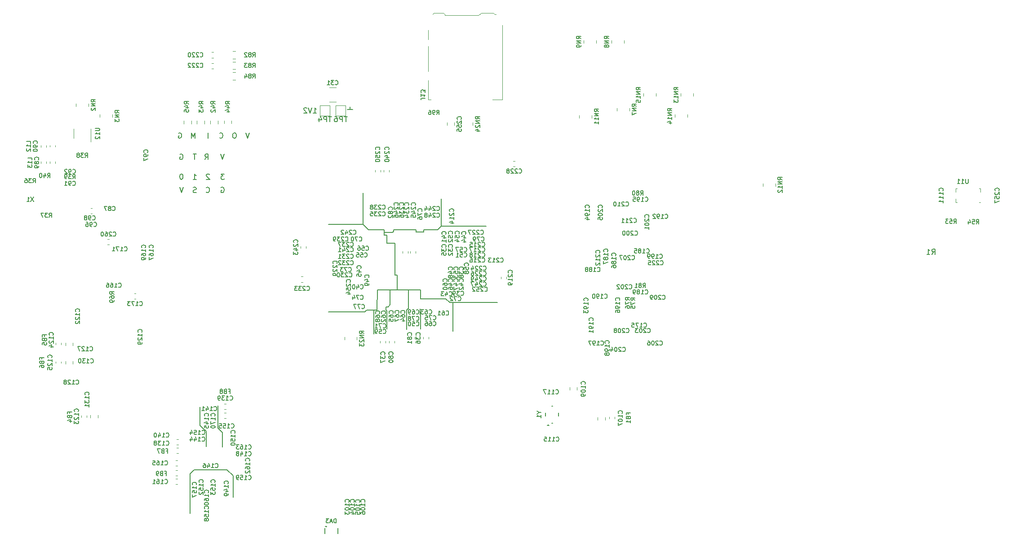
<source format=gbo>
G04 #@! TF.GenerationSoftware,KiCad,Pcbnew,5.1.0*
G04 #@! TF.CreationDate,2019-04-09T12:59:12+01:00*
G04 #@! TF.ProjectId,ecp5_mainboard,65637035-5f6d-4616-996e-626f6172642e,rev?*
G04 #@! TF.SameCoordinates,Original*
G04 #@! TF.FileFunction,Legend,Bot*
G04 #@! TF.FilePolarity,Positive*
%FSLAX46Y46*%
G04 Gerber Fmt 4.6, Leading zero omitted, Abs format (unit mm)*
G04 Created by KiCad (PCBNEW 5.1.0) date 2019-04-09 12:59:12*
%MOMM*%
%LPD*%
G04 APERTURE LIST*
%ADD10C,0.150000*%
%ADD11C,0.200000*%
%ADD12C,0.120000*%
G04 APERTURE END LIST*
D10*
X94583333Y-47202380D02*
X94250000Y-48202380D01*
X93916666Y-47202380D01*
X91845238Y-47202380D02*
X91654761Y-47202380D01*
X91559523Y-47250000D01*
X91464285Y-47345238D01*
X91416666Y-47535714D01*
X91416666Y-47869047D01*
X91464285Y-48059523D01*
X91559523Y-48154761D01*
X91654761Y-48202380D01*
X91845238Y-48202380D01*
X91940476Y-48154761D01*
X92035714Y-48059523D01*
X92083333Y-47869047D01*
X92083333Y-47535714D01*
X92035714Y-47345238D01*
X91940476Y-47250000D01*
X91845238Y-47202380D01*
X88940476Y-48107142D02*
X88988095Y-48154761D01*
X89130952Y-48202380D01*
X89226190Y-48202380D01*
X89369047Y-48154761D01*
X89464285Y-48059523D01*
X89511904Y-47964285D01*
X89559523Y-47773809D01*
X89559523Y-47630952D01*
X89511904Y-47440476D01*
X89464285Y-47345238D01*
X89369047Y-47250000D01*
X89226190Y-47202380D01*
X89130952Y-47202380D01*
X88988095Y-47250000D01*
X88940476Y-47297619D01*
X86750000Y-48202380D02*
X86750000Y-47202380D01*
X84333333Y-48202380D02*
X84333333Y-47202380D01*
X84000000Y-47916666D01*
X83666666Y-47202380D01*
X83666666Y-48202380D01*
X81238095Y-47250000D02*
X81333333Y-47202380D01*
X81476190Y-47202380D01*
X81619047Y-47250000D01*
X81714285Y-47345238D01*
X81761904Y-47440476D01*
X81809523Y-47630952D01*
X81809523Y-47773809D01*
X81761904Y-47964285D01*
X81714285Y-48059523D01*
X81619047Y-48154761D01*
X81476190Y-48202380D01*
X81380952Y-48202380D01*
X81238095Y-48154761D01*
X81190476Y-48107142D01*
X81190476Y-47773809D01*
X81380952Y-47773809D01*
X89833333Y-51202380D02*
X89500000Y-52202380D01*
X89166666Y-51202380D01*
X86190476Y-52202380D02*
X86523809Y-51726190D01*
X86761904Y-52202380D02*
X86761904Y-51202380D01*
X86380952Y-51202380D01*
X86285714Y-51250000D01*
X86238095Y-51297619D01*
X86190476Y-51392857D01*
X86190476Y-51535714D01*
X86238095Y-51630952D01*
X86285714Y-51678571D01*
X86380952Y-51726190D01*
X86761904Y-51726190D01*
X84535714Y-51202380D02*
X83964285Y-51202380D01*
X84250000Y-52202380D02*
X84250000Y-51202380D01*
X81488095Y-51250000D02*
X81583333Y-51202380D01*
X81726190Y-51202380D01*
X81869047Y-51250000D01*
X81964285Y-51345238D01*
X82011904Y-51440476D01*
X82059523Y-51630952D01*
X82059523Y-51773809D01*
X82011904Y-51964285D01*
X81964285Y-52059523D01*
X81869047Y-52154761D01*
X81726190Y-52202380D01*
X81630952Y-52202380D01*
X81488095Y-52154761D01*
X81440476Y-52107142D01*
X81440476Y-51773809D01*
X81630952Y-51773809D01*
X82083333Y-57452380D02*
X81750000Y-58452380D01*
X81416666Y-57452380D01*
X84535714Y-58404761D02*
X84392857Y-58452380D01*
X84154761Y-58452380D01*
X84059523Y-58404761D01*
X84011904Y-58357142D01*
X83964285Y-58261904D01*
X83964285Y-58166666D01*
X84011904Y-58071428D01*
X84059523Y-58023809D01*
X84154761Y-57976190D01*
X84345238Y-57928571D01*
X84440476Y-57880952D01*
X84488095Y-57833333D01*
X84535714Y-57738095D01*
X84535714Y-57642857D01*
X84488095Y-57547619D01*
X84440476Y-57500000D01*
X84345238Y-57452380D01*
X84107142Y-57452380D01*
X83964285Y-57500000D01*
X86440476Y-58357142D02*
X86488095Y-58404761D01*
X86630952Y-58452380D01*
X86726190Y-58452380D01*
X86869047Y-58404761D01*
X86964285Y-58309523D01*
X87011904Y-58214285D01*
X87059523Y-58023809D01*
X87059523Y-57880952D01*
X87011904Y-57690476D01*
X86964285Y-57595238D01*
X86869047Y-57500000D01*
X86726190Y-57452380D01*
X86630952Y-57452380D01*
X86488095Y-57500000D01*
X86440476Y-57547619D01*
X89238095Y-57500000D02*
X89333333Y-57452380D01*
X89476190Y-57452380D01*
X89619047Y-57500000D01*
X89714285Y-57595238D01*
X89761904Y-57690476D01*
X89809523Y-57880952D01*
X89809523Y-58023809D01*
X89761904Y-58214285D01*
X89714285Y-58309523D01*
X89619047Y-58404761D01*
X89476190Y-58452380D01*
X89380952Y-58452380D01*
X89238095Y-58404761D01*
X89190476Y-58357142D01*
X89190476Y-58023809D01*
X89380952Y-58023809D01*
X89833333Y-54952380D02*
X89214285Y-54952380D01*
X89547619Y-55333333D01*
X89404761Y-55333333D01*
X89309523Y-55380952D01*
X89261904Y-55428571D01*
X89214285Y-55523809D01*
X89214285Y-55761904D01*
X89261904Y-55857142D01*
X89309523Y-55904761D01*
X89404761Y-55952380D01*
X89690476Y-55952380D01*
X89785714Y-55904761D01*
X89833333Y-55857142D01*
X87035714Y-55047619D02*
X86988095Y-55000000D01*
X86892857Y-54952380D01*
X86654761Y-54952380D01*
X86559523Y-55000000D01*
X86511904Y-55047619D01*
X86464285Y-55142857D01*
X86464285Y-55238095D01*
X86511904Y-55380952D01*
X87083333Y-55952380D01*
X86464285Y-55952380D01*
X83964285Y-55952380D02*
X84535714Y-55952380D01*
X84250000Y-55952380D02*
X84250000Y-54952380D01*
X84345238Y-55095238D01*
X84440476Y-55190476D01*
X84535714Y-55238095D01*
X81797619Y-54952380D02*
X81702380Y-54952380D01*
X81607142Y-55000000D01*
X81559523Y-55047619D01*
X81511904Y-55142857D01*
X81464285Y-55333333D01*
X81464285Y-55571428D01*
X81511904Y-55761904D01*
X81559523Y-55857142D01*
X81607142Y-55904761D01*
X81702380Y-55952380D01*
X81797619Y-55952380D01*
X81892857Y-55904761D01*
X81940476Y-55857142D01*
X81988095Y-55761904D01*
X82035714Y-55571428D01*
X82035714Y-55333333D01*
X81988095Y-55142857D01*
X81940476Y-55047619D01*
X81892857Y-55000000D01*
X81797619Y-54952380D01*
X126700000Y-81500000D02*
X126700000Y-80400000D01*
X126800000Y-81600000D02*
X126700000Y-81500000D01*
X126800000Y-81800000D02*
X126800000Y-81600000D01*
X126800000Y-84200000D02*
X126800000Y-81800000D01*
X124500000Y-80400000D02*
X124500000Y-76800000D01*
X124200000Y-80600000D02*
X124500000Y-80300000D01*
X124200000Y-80800000D02*
X124200000Y-80600000D01*
X124200000Y-81000000D02*
X124200000Y-80800000D01*
X124200000Y-84300000D02*
X124200000Y-81000000D01*
X121100000Y-79600000D02*
X121100000Y-76800000D01*
X120700000Y-80000000D02*
X121100000Y-79600000D01*
X120300000Y-80000000D02*
X120700000Y-80000000D01*
X120300000Y-80600000D02*
X120300000Y-80000000D01*
X120500000Y-80800000D02*
X120300000Y-80600000D01*
X120500000Y-84200000D02*
X120500000Y-80800000D01*
X85250000Y-102350000D02*
X85250000Y-98900000D01*
X85600000Y-102700000D02*
X85250000Y-102350000D01*
X86400000Y-103500000D02*
X85600000Y-102700000D01*
X86400000Y-104250000D02*
X86400000Y-103500000D01*
X86400000Y-106350000D02*
X86400000Y-104250000D01*
X88650000Y-102900000D02*
X88650000Y-98650000D01*
X89500000Y-103750000D02*
X88650000Y-102900000D01*
X89500000Y-106450000D02*
X89500000Y-103750000D01*
X83400000Y-116100000D02*
X83400000Y-119000000D01*
X83400000Y-111500000D02*
X83400000Y-116100000D01*
X84150000Y-110750000D02*
X83400000Y-111500000D01*
X91550000Y-111850000D02*
X91550000Y-115950000D01*
X90350000Y-110750000D02*
X91550000Y-111850000D01*
X88200000Y-110750000D02*
X90350000Y-110750000D01*
X84150000Y-110750000D02*
X88200000Y-110750000D01*
X113500000Y-42750000D02*
X114000000Y-42750000D01*
X113500000Y-42750000D02*
X113000000Y-42750000D01*
X113500000Y-42250000D02*
X113500000Y-42750000D01*
X106619047Y-43452380D02*
X107190476Y-43452380D01*
X106904761Y-43452380D02*
X106904761Y-42452380D01*
X107000000Y-42595238D01*
X107095238Y-42690476D01*
X107190476Y-42738095D01*
X106333333Y-42452380D02*
X106000000Y-43452380D01*
X105666666Y-42452380D01*
X105380952Y-42547619D02*
X105333333Y-42500000D01*
X105238095Y-42452380D01*
X105000000Y-42452380D01*
X104904761Y-42500000D01*
X104857142Y-42547619D01*
X104809523Y-42642857D01*
X104809523Y-42738095D01*
X104857142Y-42880952D01*
X105428571Y-43452380D01*
X104809523Y-43452380D01*
D11*
X132900000Y-79200000D02*
X132900000Y-84600000D01*
X132300000Y-79200000D02*
X132400000Y-79200000D01*
X132400000Y-79200000D02*
X141300000Y-79200000D01*
X131600000Y-78500000D02*
X132300000Y-79200000D01*
X130900000Y-78500000D02*
X131600000Y-78500000D01*
X126800000Y-78500000D02*
X130900000Y-78500000D01*
X118000000Y-80600000D02*
X118000000Y-85100000D01*
X126800000Y-76800000D02*
X126800000Y-78500000D01*
X124700000Y-76800000D02*
X126800000Y-76800000D01*
X124600000Y-76800000D02*
X124700000Y-76800000D01*
X122400000Y-76800000D02*
X124600000Y-76800000D01*
X130700000Y-64800000D02*
X139200000Y-64800000D01*
X130700000Y-64800000D02*
X130700000Y-59600000D01*
X116000000Y-64500000D02*
X116000000Y-58500000D01*
X130000000Y-65500000D02*
X130700000Y-64800000D01*
X127400000Y-65500000D02*
X130000000Y-65500000D01*
X127400000Y-65900000D02*
X127400000Y-65500000D01*
X126000000Y-65900000D02*
X127400000Y-65900000D01*
X126000000Y-65800000D02*
X126000000Y-65900000D01*
X126000000Y-65500000D02*
X126000000Y-65800000D01*
X121700000Y-65800000D02*
X121500000Y-66000000D01*
X121700000Y-65500000D02*
X121700000Y-65800000D01*
X122000000Y-65500000D02*
X121700000Y-65500000D01*
X121500000Y-66000000D02*
X120000000Y-66000000D01*
X116300000Y-81000000D02*
X109500000Y-81000000D01*
X116700000Y-80600000D02*
X116300000Y-81000000D01*
X118600000Y-80600000D02*
X116700000Y-80600000D01*
X118700000Y-76800000D02*
X118600000Y-80600000D01*
X119000000Y-76800000D02*
X118700000Y-76800000D01*
X122400000Y-76800000D02*
X119000000Y-76800000D01*
X122400000Y-76000000D02*
X122400000Y-76800000D01*
X122400000Y-76000000D02*
X122400000Y-76000000D01*
X122400000Y-75700000D02*
X122400000Y-76000000D01*
X122400000Y-74000000D02*
X122400000Y-75700000D01*
X122000000Y-74000000D02*
X122400000Y-74000000D01*
X122000000Y-71500000D02*
X122000000Y-74000000D01*
X122000000Y-68000000D02*
X122000000Y-71500000D01*
X120500000Y-68000000D02*
X122000000Y-68000000D01*
X120500000Y-66500000D02*
X120500000Y-68000000D01*
X120000000Y-66500000D02*
X120500000Y-66500000D01*
X120000000Y-65500000D02*
X120000000Y-66500000D01*
X119000000Y-65500000D02*
X120000000Y-65500000D01*
X116000000Y-64500000D02*
X109500000Y-64500000D01*
X117000000Y-65500000D02*
X116000000Y-64500000D01*
X119000000Y-65500000D02*
X117000000Y-65500000D01*
X126000000Y-65500000D02*
X122000000Y-65500000D01*
D12*
X107820000Y-42050000D02*
X107820000Y-43950000D01*
X109720000Y-42050000D02*
X107820000Y-42050000D01*
X109720000Y-43950000D02*
X109720000Y-42050000D01*
X107820000Y-43950000D02*
X109720000Y-43950000D01*
X110800000Y-43950000D02*
X112700000Y-43950000D01*
X112700000Y-43950000D02*
X112700000Y-42050000D01*
X112700000Y-42050000D02*
X110800000Y-42050000D01*
X110800000Y-42050000D02*
X110800000Y-43950000D01*
X68162779Y-67240000D02*
X67837221Y-67240000D01*
X68162779Y-68260000D02*
X67837221Y-68260000D01*
X227650000Y-60350000D02*
X227900000Y-60350000D01*
X227650000Y-59600000D02*
X227650000Y-60350000D01*
X227650000Y-57650000D02*
X227900000Y-57650000D01*
X227650000Y-58400000D02*
X227650000Y-57650000D01*
X232350000Y-60350000D02*
X232100000Y-60350000D01*
X232350000Y-57650000D02*
X232100000Y-57650000D01*
X232350000Y-58400000D02*
X232350000Y-57650000D01*
D10*
X109000000Y-121550000D02*
X108900000Y-121400000D01*
X108900000Y-121400000D02*
X109100000Y-121400000D01*
X109100000Y-121400000D02*
X109000000Y-121550000D01*
X108750000Y-121800000D02*
X108750000Y-122800000D01*
X111250000Y-122800000D02*
X111250000Y-121800000D01*
D12*
X80975279Y-113510000D02*
X80649721Y-113510000D01*
X80975279Y-112490000D02*
X80649721Y-112490000D01*
X72849721Y-77490000D02*
X73175279Y-77490000D01*
X72849721Y-78510000D02*
X73175279Y-78510000D01*
X87813311Y-33004995D02*
X87487753Y-33004995D01*
X87813311Y-31984995D02*
X87487753Y-31984995D01*
X80649721Y-108990000D02*
X80975279Y-108990000D01*
X80649721Y-110010000D02*
X80975279Y-110010000D01*
X64637221Y-61390000D02*
X64962779Y-61390000D01*
X64637221Y-62410000D02*
X64962779Y-62410000D01*
X143010000Y-74337221D02*
X143010000Y-74662779D01*
X141990000Y-74337221D02*
X141990000Y-74662779D01*
X87813311Y-35054995D02*
X87487753Y-35054995D01*
X87813311Y-34034995D02*
X87487753Y-34034995D01*
X144299721Y-52490000D02*
X144625279Y-52490000D01*
X144299721Y-53510000D02*
X144625279Y-53510000D01*
X58010000Y-49524721D02*
X58010000Y-49850279D01*
X56990000Y-49524721D02*
X56990000Y-49850279D01*
X118290000Y-54562779D02*
X118290000Y-54237221D01*
X119310000Y-54562779D02*
X119310000Y-54237221D01*
X56990000Y-52962779D02*
X56990000Y-52637221D01*
X58010000Y-52962779D02*
X58010000Y-52637221D01*
X120210000Y-86487221D02*
X120210000Y-86812779D01*
X119190000Y-86487221D02*
X119190000Y-86812779D01*
X89824721Y-99990000D02*
X90150279Y-99990000D01*
X89824721Y-101010000D02*
X90150279Y-101010000D01*
X105260000Y-68587221D02*
X105260000Y-68912779D01*
X104240000Y-68587221D02*
X104240000Y-68912779D01*
X124890000Y-69862779D02*
X124890000Y-69537221D01*
X125910000Y-69862779D02*
X125910000Y-69537221D01*
X123390000Y-69850279D02*
X123390000Y-69524721D01*
X124410000Y-69850279D02*
X124410000Y-69524721D01*
X104602779Y-75340000D02*
X104277221Y-75340000D01*
X104602779Y-74320000D02*
X104277221Y-74320000D01*
X128310000Y-85749721D02*
X128310000Y-86075279D01*
X127290000Y-85749721D02*
X127290000Y-86075279D01*
X119890000Y-54562779D02*
X119890000Y-54237221D01*
X120910000Y-54562779D02*
X120910000Y-54237221D01*
X81162779Y-106010000D02*
X80837221Y-106010000D01*
X81162779Y-104990000D02*
X80837221Y-104990000D01*
X126710000Y-85749721D02*
X126710000Y-86075279D01*
X125690000Y-85749721D02*
X125690000Y-86075279D01*
X121910000Y-86487221D02*
X121910000Y-86812779D01*
X120890000Y-86487221D02*
X120890000Y-86812779D01*
X59890000Y-90796078D02*
X59890000Y-90278922D01*
X61310000Y-90796078D02*
X61310000Y-90278922D01*
X131790000Y-45758578D02*
X131790000Y-45241422D01*
X133210000Y-45758578D02*
X133210000Y-45241422D01*
X161610000Y-100891422D02*
X161610000Y-101408578D01*
X160190000Y-100891422D02*
X160190000Y-101408578D01*
X154890000Y-95708578D02*
X154890000Y-95191422D01*
X156310000Y-95708578D02*
X156310000Y-95191422D01*
X66010000Y-100403922D02*
X66010000Y-100921078D01*
X64590000Y-100403922D02*
X64590000Y-100921078D01*
X61310000Y-86841422D02*
X61310000Y-87358578D01*
X59890000Y-86841422D02*
X59890000Y-87358578D01*
X109667936Y-38640000D02*
X110872064Y-38640000D01*
X109667936Y-41360000D02*
X110872064Y-41360000D01*
X138255000Y-24615000D02*
X137745000Y-24965000D01*
X140765000Y-24815000D02*
X141025000Y-24815000D01*
X140565000Y-24615000D02*
X140765000Y-24815000D01*
X131165000Y-24615000D02*
X131375000Y-24815000D01*
X131375000Y-24965000D02*
X131375000Y-24815000D01*
X131375000Y-24965000D02*
X137745000Y-24965000D01*
X128275000Y-29575000D02*
X128275000Y-27775000D01*
X128275000Y-35575000D02*
X128275000Y-30875000D01*
X129305000Y-24615000D02*
X129105000Y-24815000D01*
X129305000Y-24615000D02*
X131165000Y-24615000D01*
X140565000Y-24615000D02*
X138255000Y-24615000D01*
X128275000Y-40885000D02*
X128275000Y-37275000D01*
X128725000Y-40885000D02*
X128275000Y-40885000D01*
X142245000Y-40885000D02*
X142245000Y-26875000D01*
X140325000Y-40885000D02*
X142245000Y-40885000D01*
D10*
X150700000Y-102400000D02*
X150850000Y-102300000D01*
X151000000Y-102400000D02*
X150700000Y-102400000D01*
X150850000Y-102300000D02*
X151000000Y-102400000D01*
X151500000Y-101950000D02*
X151700000Y-101950000D01*
X151500000Y-98750000D02*
X151700000Y-98750000D01*
X152850000Y-100650000D02*
X152850000Y-100050000D01*
X150350000Y-100650000D02*
X150350000Y-100050000D01*
D12*
X90175279Y-99310000D02*
X89849721Y-99310000D01*
X90175279Y-98290000D02*
X89849721Y-98290000D01*
X56310000Y-49537221D02*
X56310000Y-49862779D01*
X55290000Y-49537221D02*
X55290000Y-49862779D01*
X80649721Y-110890000D02*
X80975279Y-110890000D01*
X80649721Y-111910000D02*
X80975279Y-111910000D01*
X80824721Y-106590000D02*
X81150279Y-106590000D01*
X80824721Y-107610000D02*
X81150279Y-107610000D01*
X55290000Y-52962779D02*
X55290000Y-52637221D01*
X56310000Y-52962779D02*
X56310000Y-52637221D01*
X59110000Y-86837221D02*
X59110000Y-87162779D01*
X58090000Y-86837221D02*
X58090000Y-87162779D01*
X58090000Y-90650279D02*
X58090000Y-90324721D01*
X59110000Y-90650279D02*
X59110000Y-90324721D01*
X163410000Y-100787221D02*
X163410000Y-101112779D01*
X162390000Y-100787221D02*
X162390000Y-101112779D01*
X63910000Y-100549721D02*
X63910000Y-100875279D01*
X62890000Y-100549721D02*
X62890000Y-100875279D01*
X64710000Y-46400000D02*
X64710000Y-48850000D01*
X61490000Y-48200000D02*
X61490000Y-46400000D01*
X91391954Y-31784995D02*
X91909110Y-31784995D01*
X91391954Y-33204995D02*
X91909110Y-33204995D01*
X91391954Y-33784995D02*
X91909110Y-33784995D01*
X91391954Y-35204995D02*
X91909110Y-35204995D01*
X91391954Y-35784995D02*
X91909110Y-35784995D01*
X91391954Y-37204995D02*
X91909110Y-37204995D01*
X82190000Y-45458578D02*
X82190000Y-44941422D01*
X83610000Y-45458578D02*
X83610000Y-44941422D01*
X87190000Y-45458578D02*
X87190000Y-44941422D01*
X88610000Y-45458578D02*
X88610000Y-44941422D01*
X84690000Y-45458578D02*
X84690000Y-44941422D01*
X86110000Y-45458578D02*
X86110000Y-44941422D01*
X89790000Y-45421078D02*
X89790000Y-44903922D01*
X91210000Y-45421078D02*
X91210000Y-44903922D01*
X177080000Y-44250000D02*
X177080000Y-43750000D01*
X174720000Y-44250000D02*
X174720000Y-43750000D01*
X191320000Y-56750000D02*
X191320000Y-57250000D01*
X193680000Y-56750000D02*
X193680000Y-57250000D01*
X156720000Y-43850000D02*
X156720000Y-44350000D01*
X159080000Y-43850000D02*
X159080000Y-44350000D01*
X159930000Y-30250000D02*
X159930000Y-29750000D01*
X157570000Y-30250000D02*
X157570000Y-29750000D01*
X165180000Y-30250000D02*
X165180000Y-29750000D01*
X162820000Y-30250000D02*
X162820000Y-29750000D01*
X163820000Y-42500000D02*
X163820000Y-43000000D01*
X166180000Y-42500000D02*
X166180000Y-43000000D01*
X66370000Y-43750000D02*
X66370000Y-44250000D01*
X68730000Y-43750000D02*
X68730000Y-44250000D01*
X171180000Y-40250000D02*
X171180000Y-39750000D01*
X168820000Y-40250000D02*
X168820000Y-39750000D01*
X178180000Y-40250000D02*
X178180000Y-39750000D01*
X175820000Y-40250000D02*
X175820000Y-39750000D01*
X112470000Y-85750000D02*
X112470000Y-86250000D01*
X114830000Y-85750000D02*
X114830000Y-86250000D01*
X134320000Y-45250000D02*
X134320000Y-45750000D01*
X136680000Y-45250000D02*
X136680000Y-45750000D01*
X61920000Y-41650000D02*
X61920000Y-42150000D01*
X64280000Y-41650000D02*
X64280000Y-42150000D01*
D10*
X110031904Y-44100380D02*
X109460476Y-44100380D01*
X109746190Y-45100380D02*
X109746190Y-44100380D01*
X109127142Y-45100380D02*
X109127142Y-44100380D01*
X108746190Y-44100380D01*
X108650952Y-44148000D01*
X108603333Y-44195619D01*
X108555714Y-44290857D01*
X108555714Y-44433714D01*
X108603333Y-44528952D01*
X108650952Y-44576571D01*
X108746190Y-44624190D01*
X109127142Y-44624190D01*
X107698571Y-44433714D02*
X107698571Y-45100380D01*
X107936666Y-44052761D02*
X108174761Y-44767047D01*
X107555714Y-44767047D01*
X113011904Y-44100380D02*
X112440476Y-44100380D01*
X112726190Y-45100380D02*
X112726190Y-44100380D01*
X112107142Y-45100380D02*
X112107142Y-44100380D01*
X111726190Y-44100380D01*
X111630952Y-44148000D01*
X111583333Y-44195619D01*
X111535714Y-44290857D01*
X111535714Y-44433714D01*
X111583333Y-44528952D01*
X111630952Y-44576571D01*
X111726190Y-44624190D01*
X112107142Y-44624190D01*
X110678571Y-44100380D02*
X110869047Y-44100380D01*
X110964285Y-44148000D01*
X111011904Y-44195619D01*
X111107142Y-44338476D01*
X111154761Y-44528952D01*
X111154761Y-44909904D01*
X111107142Y-45005142D01*
X111059523Y-45052761D01*
X110964285Y-45100380D01*
X110773809Y-45100380D01*
X110678571Y-45052761D01*
X110630952Y-45005142D01*
X110583333Y-44909904D01*
X110583333Y-44671809D01*
X110630952Y-44576571D01*
X110678571Y-44528952D01*
X110773809Y-44481333D01*
X110964285Y-44481333D01*
X111059523Y-44528952D01*
X111107142Y-44576571D01*
X111154761Y-44671809D01*
X68895238Y-66605714D02*
X68933333Y-66643809D01*
X69047619Y-66681904D01*
X69123809Y-66681904D01*
X69238095Y-66643809D01*
X69314285Y-66567619D01*
X69352380Y-66491428D01*
X69390476Y-66339047D01*
X69390476Y-66224761D01*
X69352380Y-66072380D01*
X69314285Y-65996190D01*
X69238095Y-65920000D01*
X69123809Y-65881904D01*
X69047619Y-65881904D01*
X68933333Y-65920000D01*
X68895238Y-65958095D01*
X68590476Y-65958095D02*
X68552380Y-65920000D01*
X68476190Y-65881904D01*
X68285714Y-65881904D01*
X68209523Y-65920000D01*
X68171428Y-65958095D01*
X68133333Y-66034285D01*
X68133333Y-66110476D01*
X68171428Y-66224761D01*
X68628571Y-66681904D01*
X68133333Y-66681904D01*
X67447619Y-65881904D02*
X67600000Y-65881904D01*
X67676190Y-65920000D01*
X67714285Y-65958095D01*
X67790476Y-66072380D01*
X67828571Y-66224761D01*
X67828571Y-66529523D01*
X67790476Y-66605714D01*
X67752380Y-66643809D01*
X67676190Y-66681904D01*
X67523809Y-66681904D01*
X67447619Y-66643809D01*
X67409523Y-66605714D01*
X67371428Y-66529523D01*
X67371428Y-66339047D01*
X67409523Y-66262857D01*
X67447619Y-66224761D01*
X67523809Y-66186666D01*
X67676190Y-66186666D01*
X67752380Y-66224761D01*
X67790476Y-66262857D01*
X67828571Y-66339047D01*
X66876190Y-65881904D02*
X66800000Y-65881904D01*
X66723809Y-65920000D01*
X66685714Y-65958095D01*
X66647619Y-66034285D01*
X66609523Y-66186666D01*
X66609523Y-66377142D01*
X66647619Y-66529523D01*
X66685714Y-66605714D01*
X66723809Y-66643809D01*
X66800000Y-66681904D01*
X66876190Y-66681904D01*
X66952380Y-66643809D01*
X66990476Y-66605714D01*
X67028571Y-66529523D01*
X67066666Y-66377142D01*
X67066666Y-66186666D01*
X67028571Y-66034285D01*
X66990476Y-65958095D01*
X66952380Y-65920000D01*
X66876190Y-65881904D01*
X235785714Y-58104761D02*
X235823809Y-58066666D01*
X235861904Y-57952380D01*
X235861904Y-57876190D01*
X235823809Y-57761904D01*
X235747619Y-57685714D01*
X235671428Y-57647619D01*
X235519047Y-57609523D01*
X235404761Y-57609523D01*
X235252380Y-57647619D01*
X235176190Y-57685714D01*
X235100000Y-57761904D01*
X235061904Y-57876190D01*
X235061904Y-57952380D01*
X235100000Y-58066666D01*
X235138095Y-58104761D01*
X235138095Y-58409523D02*
X235100000Y-58447619D01*
X235061904Y-58523809D01*
X235061904Y-58714285D01*
X235100000Y-58790476D01*
X235138095Y-58828571D01*
X235214285Y-58866666D01*
X235290476Y-58866666D01*
X235404761Y-58828571D01*
X235861904Y-58371428D01*
X235861904Y-58866666D01*
X235061904Y-59590476D02*
X235061904Y-59209523D01*
X235442857Y-59171428D01*
X235404761Y-59209523D01*
X235366666Y-59285714D01*
X235366666Y-59476190D01*
X235404761Y-59552380D01*
X235442857Y-59590476D01*
X235519047Y-59628571D01*
X235709523Y-59628571D01*
X235785714Y-59590476D01*
X235823809Y-59552380D01*
X235861904Y-59476190D01*
X235861904Y-59285714D01*
X235823809Y-59209523D01*
X235785714Y-59171428D01*
X235061904Y-59895238D02*
X235061904Y-60428571D01*
X235861904Y-60085714D01*
X229990476Y-55911904D02*
X229990476Y-56559523D01*
X229952380Y-56635714D01*
X229914285Y-56673809D01*
X229838095Y-56711904D01*
X229685714Y-56711904D01*
X229609523Y-56673809D01*
X229571428Y-56635714D01*
X229533333Y-56559523D01*
X229533333Y-55911904D01*
X228733333Y-56711904D02*
X229190476Y-56711904D01*
X228961904Y-56711904D02*
X228961904Y-55911904D01*
X229038095Y-56026190D01*
X229114285Y-56102380D01*
X229190476Y-56140476D01*
X227971428Y-56711904D02*
X228428571Y-56711904D01*
X228200000Y-56711904D02*
X228200000Y-55911904D01*
X228276190Y-56026190D01*
X228352380Y-56102380D01*
X228428571Y-56140476D01*
X231514285Y-64361904D02*
X231780952Y-63980952D01*
X231971428Y-64361904D02*
X231971428Y-63561904D01*
X231666666Y-63561904D01*
X231590476Y-63600000D01*
X231552380Y-63638095D01*
X231514285Y-63714285D01*
X231514285Y-63828571D01*
X231552380Y-63904761D01*
X231590476Y-63942857D01*
X231666666Y-63980952D01*
X231971428Y-63980952D01*
X230790476Y-63561904D02*
X231171428Y-63561904D01*
X231209523Y-63942857D01*
X231171428Y-63904761D01*
X231095238Y-63866666D01*
X230904761Y-63866666D01*
X230828571Y-63904761D01*
X230790476Y-63942857D01*
X230752380Y-64019047D01*
X230752380Y-64209523D01*
X230790476Y-64285714D01*
X230828571Y-64323809D01*
X230904761Y-64361904D01*
X231095238Y-64361904D01*
X231171428Y-64323809D01*
X231209523Y-64285714D01*
X230066666Y-63828571D02*
X230066666Y-64361904D01*
X230257142Y-63523809D02*
X230447619Y-64095238D01*
X229952380Y-64095238D01*
X227279285Y-64281904D02*
X227545952Y-63900952D01*
X227736428Y-64281904D02*
X227736428Y-63481904D01*
X227431666Y-63481904D01*
X227355476Y-63520000D01*
X227317380Y-63558095D01*
X227279285Y-63634285D01*
X227279285Y-63748571D01*
X227317380Y-63824761D01*
X227355476Y-63862857D01*
X227431666Y-63900952D01*
X227736428Y-63900952D01*
X226555476Y-63481904D02*
X226936428Y-63481904D01*
X226974523Y-63862857D01*
X226936428Y-63824761D01*
X226860238Y-63786666D01*
X226669761Y-63786666D01*
X226593571Y-63824761D01*
X226555476Y-63862857D01*
X226517380Y-63939047D01*
X226517380Y-64129523D01*
X226555476Y-64205714D01*
X226593571Y-64243809D01*
X226669761Y-64281904D01*
X226860238Y-64281904D01*
X226936428Y-64243809D01*
X226974523Y-64205714D01*
X226250714Y-63481904D02*
X225755476Y-63481904D01*
X226022142Y-63786666D01*
X225907857Y-63786666D01*
X225831666Y-63824761D01*
X225793571Y-63862857D01*
X225755476Y-63939047D01*
X225755476Y-64129523D01*
X225793571Y-64205714D01*
X225831666Y-64243809D01*
X225907857Y-64281904D01*
X226136428Y-64281904D01*
X226212619Y-64243809D01*
X226250714Y-64205714D01*
X223166666Y-70122380D02*
X223500000Y-69646190D01*
X223738095Y-70122380D02*
X223738095Y-69122380D01*
X223357142Y-69122380D01*
X223261904Y-69170000D01*
X223214285Y-69217619D01*
X223166666Y-69312857D01*
X223166666Y-69455714D01*
X223214285Y-69550952D01*
X223261904Y-69598571D01*
X223357142Y-69646190D01*
X223738095Y-69646190D01*
X222214285Y-70122380D02*
X222785714Y-70122380D01*
X222500000Y-70122380D02*
X222500000Y-69122380D01*
X222595238Y-69265238D01*
X222690476Y-69360476D01*
X222785714Y-69408095D01*
X90535714Y-113354761D02*
X90573809Y-113316666D01*
X90611904Y-113202380D01*
X90611904Y-113126190D01*
X90573809Y-113011904D01*
X90497619Y-112935714D01*
X90421428Y-112897619D01*
X90269047Y-112859523D01*
X90154761Y-112859523D01*
X90002380Y-112897619D01*
X89926190Y-112935714D01*
X89850000Y-113011904D01*
X89811904Y-113126190D01*
X89811904Y-113202380D01*
X89850000Y-113316666D01*
X89888095Y-113354761D01*
X90611904Y-114116666D02*
X90611904Y-113659523D01*
X90611904Y-113888095D02*
X89811904Y-113888095D01*
X89926190Y-113811904D01*
X90002380Y-113735714D01*
X90040476Y-113659523D01*
X90078571Y-114802380D02*
X90611904Y-114802380D01*
X89773809Y-114611904D02*
X90345238Y-114421428D01*
X90345238Y-114916666D01*
X90611904Y-115259523D02*
X90611904Y-115411904D01*
X90573809Y-115488095D01*
X90535714Y-115526190D01*
X90421428Y-115602380D01*
X90269047Y-115640476D01*
X89964285Y-115640476D01*
X89888095Y-115602380D01*
X89850000Y-115564285D01*
X89811904Y-115488095D01*
X89811904Y-115335714D01*
X89850000Y-115259523D01*
X89888095Y-115221428D01*
X89964285Y-115183333D01*
X90154761Y-115183333D01*
X90230952Y-115221428D01*
X90269047Y-115259523D01*
X90307142Y-115335714D01*
X90307142Y-115488095D01*
X90269047Y-115564285D01*
X90230952Y-115602380D01*
X90154761Y-115640476D01*
X88145238Y-110285714D02*
X88183333Y-110323809D01*
X88297619Y-110361904D01*
X88373809Y-110361904D01*
X88488095Y-110323809D01*
X88564285Y-110247619D01*
X88602380Y-110171428D01*
X88640476Y-110019047D01*
X88640476Y-109904761D01*
X88602380Y-109752380D01*
X88564285Y-109676190D01*
X88488095Y-109600000D01*
X88373809Y-109561904D01*
X88297619Y-109561904D01*
X88183333Y-109600000D01*
X88145238Y-109638095D01*
X87383333Y-110361904D02*
X87840476Y-110361904D01*
X87611904Y-110361904D02*
X87611904Y-109561904D01*
X87688095Y-109676190D01*
X87764285Y-109752380D01*
X87840476Y-109790476D01*
X86697619Y-109828571D02*
X86697619Y-110361904D01*
X86888095Y-109523809D02*
X87078571Y-110095238D01*
X86583333Y-110095238D01*
X85935714Y-109561904D02*
X86088095Y-109561904D01*
X86164285Y-109600000D01*
X86202380Y-109638095D01*
X86278571Y-109752380D01*
X86316666Y-109904761D01*
X86316666Y-110209523D01*
X86278571Y-110285714D01*
X86240476Y-110323809D01*
X86164285Y-110361904D01*
X86011904Y-110361904D01*
X85935714Y-110323809D01*
X85897619Y-110285714D01*
X85859523Y-110209523D01*
X85859523Y-110019047D01*
X85897619Y-109942857D01*
X85935714Y-109904761D01*
X86011904Y-109866666D01*
X86164285Y-109866666D01*
X86240476Y-109904761D01*
X86278571Y-109942857D01*
X86316666Y-110019047D01*
X86785714Y-100604761D02*
X86823809Y-100566666D01*
X86861904Y-100452380D01*
X86861904Y-100376190D01*
X86823809Y-100261904D01*
X86747619Y-100185714D01*
X86671428Y-100147619D01*
X86519047Y-100109523D01*
X86404761Y-100109523D01*
X86252380Y-100147619D01*
X86176190Y-100185714D01*
X86100000Y-100261904D01*
X86061904Y-100376190D01*
X86061904Y-100452380D01*
X86100000Y-100566666D01*
X86138095Y-100604761D01*
X86861904Y-101366666D02*
X86861904Y-100909523D01*
X86861904Y-101138095D02*
X86061904Y-101138095D01*
X86176190Y-101061904D01*
X86252380Y-100985714D01*
X86290476Y-100909523D01*
X86328571Y-102052380D02*
X86861904Y-102052380D01*
X86023809Y-101861904D02*
X86595238Y-101671428D01*
X86595238Y-102166666D01*
X86061904Y-102852380D02*
X86061904Y-102471428D01*
X86442857Y-102433333D01*
X86404761Y-102471428D01*
X86366666Y-102547619D01*
X86366666Y-102738095D01*
X86404761Y-102814285D01*
X86442857Y-102852380D01*
X86519047Y-102890476D01*
X86709523Y-102890476D01*
X86785714Y-102852380D01*
X86823809Y-102814285D01*
X86861904Y-102738095D01*
X86861904Y-102547619D01*
X86823809Y-102471428D01*
X86785714Y-102433333D01*
X85645238Y-105285714D02*
X85683333Y-105323809D01*
X85797619Y-105361904D01*
X85873809Y-105361904D01*
X85988095Y-105323809D01*
X86064285Y-105247619D01*
X86102380Y-105171428D01*
X86140476Y-105019047D01*
X86140476Y-104904761D01*
X86102380Y-104752380D01*
X86064285Y-104676190D01*
X85988095Y-104600000D01*
X85873809Y-104561904D01*
X85797619Y-104561904D01*
X85683333Y-104600000D01*
X85645238Y-104638095D01*
X84883333Y-105361904D02*
X85340476Y-105361904D01*
X85111904Y-105361904D02*
X85111904Y-104561904D01*
X85188095Y-104676190D01*
X85264285Y-104752380D01*
X85340476Y-104790476D01*
X84197619Y-104828571D02*
X84197619Y-105361904D01*
X84388095Y-104523809D02*
X84578571Y-105095238D01*
X84083333Y-105095238D01*
X83435714Y-104828571D02*
X83435714Y-105361904D01*
X83626190Y-104523809D02*
X83816666Y-105095238D01*
X83321428Y-105095238D01*
X94395238Y-108035714D02*
X94433333Y-108073809D01*
X94547619Y-108111904D01*
X94623809Y-108111904D01*
X94738095Y-108073809D01*
X94814285Y-107997619D01*
X94852380Y-107921428D01*
X94890476Y-107769047D01*
X94890476Y-107654761D01*
X94852380Y-107502380D01*
X94814285Y-107426190D01*
X94738095Y-107350000D01*
X94623809Y-107311904D01*
X94547619Y-107311904D01*
X94433333Y-107350000D01*
X94395238Y-107388095D01*
X93633333Y-108111904D02*
X94090476Y-108111904D01*
X93861904Y-108111904D02*
X93861904Y-107311904D01*
X93938095Y-107426190D01*
X94014285Y-107502380D01*
X94090476Y-107540476D01*
X92947619Y-107578571D02*
X92947619Y-108111904D01*
X93138095Y-107273809D02*
X93328571Y-107845238D01*
X92833333Y-107845238D01*
X92414285Y-107654761D02*
X92490476Y-107616666D01*
X92528571Y-107578571D01*
X92566666Y-107502380D01*
X92566666Y-107464285D01*
X92528571Y-107388095D01*
X92490476Y-107350000D01*
X92414285Y-107311904D01*
X92261904Y-107311904D01*
X92185714Y-107350000D01*
X92147619Y-107388095D01*
X92109523Y-107464285D01*
X92109523Y-107502380D01*
X92147619Y-107578571D01*
X92185714Y-107616666D01*
X92261904Y-107654761D01*
X92414285Y-107654761D01*
X92490476Y-107692857D01*
X92528571Y-107730952D01*
X92566666Y-107807142D01*
X92566666Y-107959523D01*
X92528571Y-108035714D01*
X92490476Y-108073809D01*
X92414285Y-108111904D01*
X92261904Y-108111904D01*
X92185714Y-108073809D01*
X92147619Y-108035714D01*
X92109523Y-107959523D01*
X92109523Y-107807142D01*
X92147619Y-107730952D01*
X92185714Y-107692857D01*
X92261904Y-107654761D01*
X86785714Y-115104761D02*
X86823809Y-115066666D01*
X86861904Y-114952380D01*
X86861904Y-114876190D01*
X86823809Y-114761904D01*
X86747619Y-114685714D01*
X86671428Y-114647619D01*
X86519047Y-114609523D01*
X86404761Y-114609523D01*
X86252380Y-114647619D01*
X86176190Y-114685714D01*
X86100000Y-114761904D01*
X86061904Y-114876190D01*
X86061904Y-114952380D01*
X86100000Y-115066666D01*
X86138095Y-115104761D01*
X86861904Y-115866666D02*
X86861904Y-115409523D01*
X86861904Y-115638095D02*
X86061904Y-115638095D01*
X86176190Y-115561904D01*
X86252380Y-115485714D01*
X86290476Y-115409523D01*
X86061904Y-116552380D02*
X86061904Y-116400000D01*
X86100000Y-116323809D01*
X86138095Y-116285714D01*
X86252380Y-116209523D01*
X86404761Y-116171428D01*
X86709523Y-116171428D01*
X86785714Y-116209523D01*
X86823809Y-116247619D01*
X86861904Y-116323809D01*
X86861904Y-116476190D01*
X86823809Y-116552380D01*
X86785714Y-116590476D01*
X86709523Y-116628571D01*
X86519047Y-116628571D01*
X86442857Y-116590476D01*
X86404761Y-116552380D01*
X86366666Y-116476190D01*
X86366666Y-116323809D01*
X86404761Y-116247619D01*
X86442857Y-116209523D01*
X86519047Y-116171428D01*
X86061904Y-117123809D02*
X86061904Y-117200000D01*
X86100000Y-117276190D01*
X86138095Y-117314285D01*
X86214285Y-117352380D01*
X86366666Y-117390476D01*
X86557142Y-117390476D01*
X86709523Y-117352380D01*
X86785714Y-117314285D01*
X86823809Y-117276190D01*
X86861904Y-117200000D01*
X86861904Y-117123809D01*
X86823809Y-117047619D01*
X86785714Y-117009523D01*
X86709523Y-116971428D01*
X86557142Y-116933333D01*
X86366666Y-116933333D01*
X86214285Y-116971428D01*
X86138095Y-117009523D01*
X86100000Y-117047619D01*
X86061904Y-117123809D01*
X86785714Y-118104761D02*
X86823809Y-118066666D01*
X86861904Y-117952380D01*
X86861904Y-117876190D01*
X86823809Y-117761904D01*
X86747619Y-117685714D01*
X86671428Y-117647619D01*
X86519047Y-117609523D01*
X86404761Y-117609523D01*
X86252380Y-117647619D01*
X86176190Y-117685714D01*
X86100000Y-117761904D01*
X86061904Y-117876190D01*
X86061904Y-117952380D01*
X86100000Y-118066666D01*
X86138095Y-118104761D01*
X86861904Y-118866666D02*
X86861904Y-118409523D01*
X86861904Y-118638095D02*
X86061904Y-118638095D01*
X86176190Y-118561904D01*
X86252380Y-118485714D01*
X86290476Y-118409523D01*
X86061904Y-119590476D02*
X86061904Y-119209523D01*
X86442857Y-119171428D01*
X86404761Y-119209523D01*
X86366666Y-119285714D01*
X86366666Y-119476190D01*
X86404761Y-119552380D01*
X86442857Y-119590476D01*
X86519047Y-119628571D01*
X86709523Y-119628571D01*
X86785714Y-119590476D01*
X86823809Y-119552380D01*
X86861904Y-119476190D01*
X86861904Y-119285714D01*
X86823809Y-119209523D01*
X86785714Y-119171428D01*
X86404761Y-120085714D02*
X86366666Y-120009523D01*
X86328571Y-119971428D01*
X86252380Y-119933333D01*
X86214285Y-119933333D01*
X86138095Y-119971428D01*
X86100000Y-120009523D01*
X86061904Y-120085714D01*
X86061904Y-120238095D01*
X86100000Y-120314285D01*
X86138095Y-120352380D01*
X86214285Y-120390476D01*
X86252380Y-120390476D01*
X86328571Y-120352380D01*
X86366666Y-120314285D01*
X86404761Y-120238095D01*
X86404761Y-120085714D01*
X86442857Y-120009523D01*
X86480952Y-119971428D01*
X86557142Y-119933333D01*
X86709523Y-119933333D01*
X86785714Y-119971428D01*
X86823809Y-120009523D01*
X86861904Y-120085714D01*
X86861904Y-120238095D01*
X86823809Y-120314285D01*
X86785714Y-120352380D01*
X86709523Y-120390476D01*
X86557142Y-120390476D01*
X86480952Y-120352380D01*
X86442857Y-120314285D01*
X86404761Y-120238095D01*
X84535714Y-113604761D02*
X84573809Y-113566666D01*
X84611904Y-113452380D01*
X84611904Y-113376190D01*
X84573809Y-113261904D01*
X84497619Y-113185714D01*
X84421428Y-113147619D01*
X84269047Y-113109523D01*
X84154761Y-113109523D01*
X84002380Y-113147619D01*
X83926190Y-113185714D01*
X83850000Y-113261904D01*
X83811904Y-113376190D01*
X83811904Y-113452380D01*
X83850000Y-113566666D01*
X83888095Y-113604761D01*
X84611904Y-114366666D02*
X84611904Y-113909523D01*
X84611904Y-114138095D02*
X83811904Y-114138095D01*
X83926190Y-114061904D01*
X84002380Y-113985714D01*
X84040476Y-113909523D01*
X83811904Y-115090476D02*
X83811904Y-114709523D01*
X84192857Y-114671428D01*
X84154761Y-114709523D01*
X84116666Y-114785714D01*
X84116666Y-114976190D01*
X84154761Y-115052380D01*
X84192857Y-115090476D01*
X84269047Y-115128571D01*
X84459523Y-115128571D01*
X84535714Y-115090476D01*
X84573809Y-115052380D01*
X84611904Y-114976190D01*
X84611904Y-114785714D01*
X84573809Y-114709523D01*
X84535714Y-114671428D01*
X83811904Y-115395238D02*
X83811904Y-115928571D01*
X84611904Y-115585714D01*
X91145238Y-102785714D02*
X91183333Y-102823809D01*
X91297619Y-102861904D01*
X91373809Y-102861904D01*
X91488095Y-102823809D01*
X91564285Y-102747619D01*
X91602380Y-102671428D01*
X91640476Y-102519047D01*
X91640476Y-102404761D01*
X91602380Y-102252380D01*
X91564285Y-102176190D01*
X91488095Y-102100000D01*
X91373809Y-102061904D01*
X91297619Y-102061904D01*
X91183333Y-102100000D01*
X91145238Y-102138095D01*
X90383333Y-102861904D02*
X90840476Y-102861904D01*
X90611904Y-102861904D02*
X90611904Y-102061904D01*
X90688095Y-102176190D01*
X90764285Y-102252380D01*
X90840476Y-102290476D01*
X89659523Y-102061904D02*
X90040476Y-102061904D01*
X90078571Y-102442857D01*
X90040476Y-102404761D01*
X89964285Y-102366666D01*
X89773809Y-102366666D01*
X89697619Y-102404761D01*
X89659523Y-102442857D01*
X89621428Y-102519047D01*
X89621428Y-102709523D01*
X89659523Y-102785714D01*
X89697619Y-102823809D01*
X89773809Y-102861904D01*
X89964285Y-102861904D01*
X90040476Y-102823809D01*
X90078571Y-102785714D01*
X88897619Y-102061904D02*
X89278571Y-102061904D01*
X89316666Y-102442857D01*
X89278571Y-102404761D01*
X89202380Y-102366666D01*
X89011904Y-102366666D01*
X88935714Y-102404761D01*
X88897619Y-102442857D01*
X88859523Y-102519047D01*
X88859523Y-102709523D01*
X88897619Y-102785714D01*
X88935714Y-102823809D01*
X89011904Y-102861904D01*
X89202380Y-102861904D01*
X89278571Y-102823809D01*
X89316666Y-102785714D01*
X85645238Y-104035714D02*
X85683333Y-104073809D01*
X85797619Y-104111904D01*
X85873809Y-104111904D01*
X85988095Y-104073809D01*
X86064285Y-103997619D01*
X86102380Y-103921428D01*
X86140476Y-103769047D01*
X86140476Y-103654761D01*
X86102380Y-103502380D01*
X86064285Y-103426190D01*
X85988095Y-103350000D01*
X85873809Y-103311904D01*
X85797619Y-103311904D01*
X85683333Y-103350000D01*
X85645238Y-103388095D01*
X84883333Y-104111904D02*
X85340476Y-104111904D01*
X85111904Y-104111904D02*
X85111904Y-103311904D01*
X85188095Y-103426190D01*
X85264285Y-103502380D01*
X85340476Y-103540476D01*
X84159523Y-103311904D02*
X84540476Y-103311904D01*
X84578571Y-103692857D01*
X84540476Y-103654761D01*
X84464285Y-103616666D01*
X84273809Y-103616666D01*
X84197619Y-103654761D01*
X84159523Y-103692857D01*
X84121428Y-103769047D01*
X84121428Y-103959523D01*
X84159523Y-104035714D01*
X84197619Y-104073809D01*
X84273809Y-104111904D01*
X84464285Y-104111904D01*
X84540476Y-104073809D01*
X84578571Y-104035714D01*
X83435714Y-103578571D02*
X83435714Y-104111904D01*
X83626190Y-103273809D02*
X83816666Y-103845238D01*
X83321428Y-103845238D01*
X88035714Y-113104761D02*
X88073809Y-113066666D01*
X88111904Y-112952380D01*
X88111904Y-112876190D01*
X88073809Y-112761904D01*
X87997619Y-112685714D01*
X87921428Y-112647619D01*
X87769047Y-112609523D01*
X87654761Y-112609523D01*
X87502380Y-112647619D01*
X87426190Y-112685714D01*
X87350000Y-112761904D01*
X87311904Y-112876190D01*
X87311904Y-112952380D01*
X87350000Y-113066666D01*
X87388095Y-113104761D01*
X88111904Y-113866666D02*
X88111904Y-113409523D01*
X88111904Y-113638095D02*
X87311904Y-113638095D01*
X87426190Y-113561904D01*
X87502380Y-113485714D01*
X87540476Y-113409523D01*
X87311904Y-114590476D02*
X87311904Y-114209523D01*
X87692857Y-114171428D01*
X87654761Y-114209523D01*
X87616666Y-114285714D01*
X87616666Y-114476190D01*
X87654761Y-114552380D01*
X87692857Y-114590476D01*
X87769047Y-114628571D01*
X87959523Y-114628571D01*
X88035714Y-114590476D01*
X88073809Y-114552380D01*
X88111904Y-114476190D01*
X88111904Y-114285714D01*
X88073809Y-114209523D01*
X88035714Y-114171428D01*
X87311904Y-114895238D02*
X87311904Y-115390476D01*
X87616666Y-115123809D01*
X87616666Y-115238095D01*
X87654761Y-115314285D01*
X87692857Y-115352380D01*
X87769047Y-115390476D01*
X87959523Y-115390476D01*
X88035714Y-115352380D01*
X88073809Y-115314285D01*
X88111904Y-115238095D01*
X88111904Y-115009523D01*
X88073809Y-114933333D01*
X88035714Y-114895238D01*
X85785714Y-113104761D02*
X85823809Y-113066666D01*
X85861904Y-112952380D01*
X85861904Y-112876190D01*
X85823809Y-112761904D01*
X85747619Y-112685714D01*
X85671428Y-112647619D01*
X85519047Y-112609523D01*
X85404761Y-112609523D01*
X85252380Y-112647619D01*
X85176190Y-112685714D01*
X85100000Y-112761904D01*
X85061904Y-112876190D01*
X85061904Y-112952380D01*
X85100000Y-113066666D01*
X85138095Y-113104761D01*
X85861904Y-113866666D02*
X85861904Y-113409523D01*
X85861904Y-113638095D02*
X85061904Y-113638095D01*
X85176190Y-113561904D01*
X85252380Y-113485714D01*
X85290476Y-113409523D01*
X85061904Y-114590476D02*
X85061904Y-114209523D01*
X85442857Y-114171428D01*
X85404761Y-114209523D01*
X85366666Y-114285714D01*
X85366666Y-114476190D01*
X85404761Y-114552380D01*
X85442857Y-114590476D01*
X85519047Y-114628571D01*
X85709523Y-114628571D01*
X85785714Y-114590476D01*
X85823809Y-114552380D01*
X85861904Y-114476190D01*
X85861904Y-114285714D01*
X85823809Y-114209523D01*
X85785714Y-114171428D01*
X85138095Y-114933333D02*
X85100000Y-114971428D01*
X85061904Y-115047619D01*
X85061904Y-115238095D01*
X85100000Y-115314285D01*
X85138095Y-115352380D01*
X85214285Y-115390476D01*
X85290476Y-115390476D01*
X85404761Y-115352380D01*
X85861904Y-114895238D01*
X85861904Y-115390476D01*
X91785714Y-103854761D02*
X91823809Y-103816666D01*
X91861904Y-103702380D01*
X91861904Y-103626190D01*
X91823809Y-103511904D01*
X91747619Y-103435714D01*
X91671428Y-103397619D01*
X91519047Y-103359523D01*
X91404761Y-103359523D01*
X91252380Y-103397619D01*
X91176190Y-103435714D01*
X91100000Y-103511904D01*
X91061904Y-103626190D01*
X91061904Y-103702380D01*
X91100000Y-103816666D01*
X91138095Y-103854761D01*
X91861904Y-104616666D02*
X91861904Y-104159523D01*
X91861904Y-104388095D02*
X91061904Y-104388095D01*
X91176190Y-104311904D01*
X91252380Y-104235714D01*
X91290476Y-104159523D01*
X91061904Y-105340476D02*
X91061904Y-104959523D01*
X91442857Y-104921428D01*
X91404761Y-104959523D01*
X91366666Y-105035714D01*
X91366666Y-105226190D01*
X91404761Y-105302380D01*
X91442857Y-105340476D01*
X91519047Y-105378571D01*
X91709523Y-105378571D01*
X91785714Y-105340476D01*
X91823809Y-105302380D01*
X91861904Y-105226190D01*
X91861904Y-105035714D01*
X91823809Y-104959523D01*
X91785714Y-104921428D01*
X91061904Y-105873809D02*
X91061904Y-105950000D01*
X91100000Y-106026190D01*
X91138095Y-106064285D01*
X91214285Y-106102380D01*
X91366666Y-106140476D01*
X91557142Y-106140476D01*
X91709523Y-106102380D01*
X91785714Y-106064285D01*
X91823809Y-106026190D01*
X91861904Y-105950000D01*
X91861904Y-105873809D01*
X91823809Y-105797619D01*
X91785714Y-105759523D01*
X91709523Y-105721428D01*
X91557142Y-105683333D01*
X91366666Y-105683333D01*
X91214285Y-105721428D01*
X91138095Y-105759523D01*
X91100000Y-105797619D01*
X91061904Y-105873809D01*
X110933333Y-120761904D02*
X110933333Y-119961904D01*
X110742857Y-119961904D01*
X110628571Y-120000000D01*
X110552380Y-120076190D01*
X110514285Y-120152380D01*
X110476190Y-120304761D01*
X110476190Y-120419047D01*
X110514285Y-120571428D01*
X110552380Y-120647619D01*
X110628571Y-120723809D01*
X110742857Y-120761904D01*
X110933333Y-120761904D01*
X110171428Y-120533333D02*
X109790476Y-120533333D01*
X110247619Y-120761904D02*
X109980952Y-119961904D01*
X109714285Y-120761904D01*
X109523809Y-119961904D02*
X109028571Y-119961904D01*
X109295238Y-120266666D01*
X109180952Y-120266666D01*
X109104761Y-120304761D01*
X109066666Y-120342857D01*
X109028571Y-120419047D01*
X109028571Y-120609523D01*
X109066666Y-120685714D01*
X109104761Y-120723809D01*
X109180952Y-120761904D01*
X109409523Y-120761904D01*
X109485714Y-120723809D01*
X109523809Y-120685714D01*
X164895238Y-88355714D02*
X164933333Y-88393809D01*
X165047619Y-88431904D01*
X165123809Y-88431904D01*
X165238095Y-88393809D01*
X165314285Y-88317619D01*
X165352380Y-88241428D01*
X165390476Y-88089047D01*
X165390476Y-87974761D01*
X165352380Y-87822380D01*
X165314285Y-87746190D01*
X165238095Y-87670000D01*
X165123809Y-87631904D01*
X165047619Y-87631904D01*
X164933333Y-87670000D01*
X164895238Y-87708095D01*
X164590476Y-87708095D02*
X164552380Y-87670000D01*
X164476190Y-87631904D01*
X164285714Y-87631904D01*
X164209523Y-87670000D01*
X164171428Y-87708095D01*
X164133333Y-87784285D01*
X164133333Y-87860476D01*
X164171428Y-87974761D01*
X164628571Y-88431904D01*
X164133333Y-88431904D01*
X163638095Y-87631904D02*
X163561904Y-87631904D01*
X163485714Y-87670000D01*
X163447619Y-87708095D01*
X163409523Y-87784285D01*
X163371428Y-87936666D01*
X163371428Y-88127142D01*
X163409523Y-88279523D01*
X163447619Y-88355714D01*
X163485714Y-88393809D01*
X163561904Y-88431904D01*
X163638095Y-88431904D01*
X163714285Y-88393809D01*
X163752380Y-88355714D01*
X163790476Y-88279523D01*
X163828571Y-88127142D01*
X163828571Y-87936666D01*
X163790476Y-87784285D01*
X163752380Y-87708095D01*
X163714285Y-87670000D01*
X163638095Y-87631904D01*
X162685714Y-87898571D02*
X162685714Y-88431904D01*
X162876190Y-87593809D02*
X163066666Y-88165238D01*
X162571428Y-88165238D01*
X133785714Y-75235714D02*
X133823809Y-75197619D01*
X133861904Y-75083333D01*
X133861904Y-75007142D01*
X133823809Y-74892857D01*
X133747619Y-74816666D01*
X133671428Y-74778571D01*
X133519047Y-74740476D01*
X133404761Y-74740476D01*
X133252380Y-74778571D01*
X133176190Y-74816666D01*
X133100000Y-74892857D01*
X133061904Y-75007142D01*
X133061904Y-75083333D01*
X133100000Y-75197619D01*
X133138095Y-75235714D01*
X133328571Y-75921428D02*
X133861904Y-75921428D01*
X133023809Y-75730952D02*
X133595238Y-75540476D01*
X133595238Y-76035714D01*
X133061904Y-76264285D02*
X133061904Y-76797619D01*
X133861904Y-76454761D01*
X119764285Y-84985714D02*
X119802380Y-85023809D01*
X119916666Y-85061904D01*
X119992857Y-85061904D01*
X120107142Y-85023809D01*
X120183333Y-84947619D01*
X120221428Y-84871428D01*
X120259523Y-84719047D01*
X120259523Y-84604761D01*
X120221428Y-84452380D01*
X120183333Y-84376190D01*
X120107142Y-84300000D01*
X119992857Y-84261904D01*
X119916666Y-84261904D01*
X119802380Y-84300000D01*
X119764285Y-84338095D01*
X119040476Y-84261904D02*
X119421428Y-84261904D01*
X119459523Y-84642857D01*
X119421428Y-84604761D01*
X119345238Y-84566666D01*
X119154761Y-84566666D01*
X119078571Y-84604761D01*
X119040476Y-84642857D01*
X119002380Y-84719047D01*
X119002380Y-84909523D01*
X119040476Y-84985714D01*
X119078571Y-85023809D01*
X119154761Y-85061904D01*
X119345238Y-85061904D01*
X119421428Y-85023809D01*
X119459523Y-84985714D01*
X118621428Y-85061904D02*
X118469047Y-85061904D01*
X118392857Y-85023809D01*
X118354761Y-84985714D01*
X118278571Y-84871428D01*
X118240476Y-84719047D01*
X118240476Y-84414285D01*
X118278571Y-84338095D01*
X118316666Y-84300000D01*
X118392857Y-84261904D01*
X118545238Y-84261904D01*
X118621428Y-84300000D01*
X118659523Y-84338095D01*
X118697619Y-84414285D01*
X118697619Y-84604761D01*
X118659523Y-84680952D01*
X118621428Y-84719047D01*
X118545238Y-84757142D01*
X118392857Y-84757142D01*
X118316666Y-84719047D01*
X118278571Y-84680952D01*
X118240476Y-84604761D01*
X131765714Y-75215714D02*
X131803809Y-75177619D01*
X131841904Y-75063333D01*
X131841904Y-74987142D01*
X131803809Y-74872857D01*
X131727619Y-74796666D01*
X131651428Y-74758571D01*
X131499047Y-74720476D01*
X131384761Y-74720476D01*
X131232380Y-74758571D01*
X131156190Y-74796666D01*
X131080000Y-74872857D01*
X131041904Y-74987142D01*
X131041904Y-75063333D01*
X131080000Y-75177619D01*
X131118095Y-75215714D01*
X131041904Y-75901428D02*
X131041904Y-75749047D01*
X131080000Y-75672857D01*
X131118095Y-75634761D01*
X131232380Y-75558571D01*
X131384761Y-75520476D01*
X131689523Y-75520476D01*
X131765714Y-75558571D01*
X131803809Y-75596666D01*
X131841904Y-75672857D01*
X131841904Y-75825238D01*
X131803809Y-75901428D01*
X131765714Y-75939523D01*
X131689523Y-75977619D01*
X131499047Y-75977619D01*
X131422857Y-75939523D01*
X131384761Y-75901428D01*
X131346666Y-75825238D01*
X131346666Y-75672857D01*
X131384761Y-75596666D01*
X131422857Y-75558571D01*
X131499047Y-75520476D01*
X131041904Y-76472857D02*
X131041904Y-76549047D01*
X131080000Y-76625238D01*
X131118095Y-76663333D01*
X131194285Y-76701428D01*
X131346666Y-76739523D01*
X131537142Y-76739523D01*
X131689523Y-76701428D01*
X131765714Y-76663333D01*
X131803809Y-76625238D01*
X131841904Y-76549047D01*
X131841904Y-76472857D01*
X131803809Y-76396666D01*
X131765714Y-76358571D01*
X131689523Y-76320476D01*
X131537142Y-76282380D01*
X131346666Y-76282380D01*
X131194285Y-76320476D01*
X131118095Y-76358571D01*
X131080000Y-76396666D01*
X131041904Y-76472857D01*
X126014285Y-83535714D02*
X126052380Y-83573809D01*
X126166666Y-83611904D01*
X126242857Y-83611904D01*
X126357142Y-83573809D01*
X126433333Y-83497619D01*
X126471428Y-83421428D01*
X126509523Y-83269047D01*
X126509523Y-83154761D01*
X126471428Y-83002380D01*
X126433333Y-82926190D01*
X126357142Y-82850000D01*
X126242857Y-82811904D01*
X126166666Y-82811904D01*
X126052380Y-82850000D01*
X126014285Y-82888095D01*
X125290476Y-82811904D02*
X125671428Y-82811904D01*
X125709523Y-83192857D01*
X125671428Y-83154761D01*
X125595238Y-83116666D01*
X125404761Y-83116666D01*
X125328571Y-83154761D01*
X125290476Y-83192857D01*
X125252380Y-83269047D01*
X125252380Y-83459523D01*
X125290476Y-83535714D01*
X125328571Y-83573809D01*
X125404761Y-83611904D01*
X125595238Y-83611904D01*
X125671428Y-83573809D01*
X125709523Y-83535714D01*
X124757142Y-82811904D02*
X124680952Y-82811904D01*
X124604761Y-82850000D01*
X124566666Y-82888095D01*
X124528571Y-82964285D01*
X124490476Y-83116666D01*
X124490476Y-83307142D01*
X124528571Y-83459523D01*
X124566666Y-83535714D01*
X124604761Y-83573809D01*
X124680952Y-83611904D01*
X124757142Y-83611904D01*
X124833333Y-83573809D01*
X124871428Y-83535714D01*
X124909523Y-83459523D01*
X124947619Y-83307142D01*
X124947619Y-83116666D01*
X124909523Y-82964285D01*
X124871428Y-82888095D01*
X124833333Y-82850000D01*
X124757142Y-82811904D01*
X121585714Y-81235714D02*
X121623809Y-81197619D01*
X121661904Y-81083333D01*
X121661904Y-81007142D01*
X121623809Y-80892857D01*
X121547619Y-80816666D01*
X121471428Y-80778571D01*
X121319047Y-80740476D01*
X121204761Y-80740476D01*
X121052380Y-80778571D01*
X120976190Y-80816666D01*
X120900000Y-80892857D01*
X120861904Y-81007142D01*
X120861904Y-81083333D01*
X120900000Y-81197619D01*
X120938095Y-81235714D01*
X120861904Y-81921428D02*
X120861904Y-81769047D01*
X120900000Y-81692857D01*
X120938095Y-81654761D01*
X121052380Y-81578571D01*
X121204761Y-81540476D01*
X121509523Y-81540476D01*
X121585714Y-81578571D01*
X121623809Y-81616666D01*
X121661904Y-81692857D01*
X121661904Y-81845238D01*
X121623809Y-81921428D01*
X121585714Y-81959523D01*
X121509523Y-81997619D01*
X121319047Y-81997619D01*
X121242857Y-81959523D01*
X121204761Y-81921428D01*
X121166666Y-81845238D01*
X121166666Y-81692857D01*
X121204761Y-81616666D01*
X121242857Y-81578571D01*
X121319047Y-81540476D01*
X120861904Y-82721428D02*
X120861904Y-82340476D01*
X121242857Y-82302380D01*
X121204761Y-82340476D01*
X121166666Y-82416666D01*
X121166666Y-82607142D01*
X121204761Y-82683333D01*
X121242857Y-82721428D01*
X121319047Y-82759523D01*
X121509523Y-82759523D01*
X121585714Y-82721428D01*
X121623809Y-82683333D01*
X121661904Y-82607142D01*
X121661904Y-82416666D01*
X121623809Y-82340476D01*
X121585714Y-82302380D01*
X134785714Y-75235714D02*
X134823809Y-75197619D01*
X134861904Y-75083333D01*
X134861904Y-75007142D01*
X134823809Y-74892857D01*
X134747619Y-74816666D01*
X134671428Y-74778571D01*
X134519047Y-74740476D01*
X134404761Y-74740476D01*
X134252380Y-74778571D01*
X134176190Y-74816666D01*
X134100000Y-74892857D01*
X134061904Y-75007142D01*
X134061904Y-75083333D01*
X134100000Y-75197619D01*
X134138095Y-75235714D01*
X134328571Y-75921428D02*
X134861904Y-75921428D01*
X134023809Y-75730952D02*
X134595238Y-75540476D01*
X134595238Y-76035714D01*
X134138095Y-76302380D02*
X134100000Y-76340476D01*
X134061904Y-76416666D01*
X134061904Y-76607142D01*
X134100000Y-76683333D01*
X134138095Y-76721428D01*
X134214285Y-76759523D01*
X134290476Y-76759523D01*
X134404761Y-76721428D01*
X134861904Y-76264285D01*
X134861904Y-76759523D01*
X132214285Y-77885714D02*
X132252380Y-77923809D01*
X132366666Y-77961904D01*
X132442857Y-77961904D01*
X132557142Y-77923809D01*
X132633333Y-77847619D01*
X132671428Y-77771428D01*
X132709523Y-77619047D01*
X132709523Y-77504761D01*
X132671428Y-77352380D01*
X132633333Y-77276190D01*
X132557142Y-77200000D01*
X132442857Y-77161904D01*
X132366666Y-77161904D01*
X132252380Y-77200000D01*
X132214285Y-77238095D01*
X131528571Y-77428571D02*
X131528571Y-77961904D01*
X131719047Y-77123809D02*
X131909523Y-77695238D01*
X131414285Y-77695238D01*
X131185714Y-77161904D02*
X130690476Y-77161904D01*
X130957142Y-77466666D01*
X130842857Y-77466666D01*
X130766666Y-77504761D01*
X130728571Y-77542857D01*
X130690476Y-77619047D01*
X130690476Y-77809523D01*
X130728571Y-77885714D01*
X130766666Y-77923809D01*
X130842857Y-77961904D01*
X131071428Y-77961904D01*
X131147619Y-77923809D01*
X131185714Y-77885714D01*
X117035714Y-74485714D02*
X117073809Y-74447619D01*
X117111904Y-74333333D01*
X117111904Y-74257142D01*
X117073809Y-74142857D01*
X116997619Y-74066666D01*
X116921428Y-74028571D01*
X116769047Y-73990476D01*
X116654761Y-73990476D01*
X116502380Y-74028571D01*
X116426190Y-74066666D01*
X116350000Y-74142857D01*
X116311904Y-74257142D01*
X116311904Y-74333333D01*
X116350000Y-74447619D01*
X116388095Y-74485714D01*
X116578571Y-75171428D02*
X117111904Y-75171428D01*
X116273809Y-74980952D02*
X116845238Y-74790476D01*
X116845238Y-75285714D01*
X117111904Y-75628571D02*
X117111904Y-75780952D01*
X117073809Y-75857142D01*
X117035714Y-75895238D01*
X116921428Y-75971428D01*
X116769047Y-76009523D01*
X116464285Y-76009523D01*
X116388095Y-75971428D01*
X116350000Y-75933333D01*
X116311904Y-75857142D01*
X116311904Y-75704761D01*
X116350000Y-75628571D01*
X116388095Y-75590476D01*
X116464285Y-75552380D01*
X116654761Y-75552380D01*
X116730952Y-75590476D01*
X116769047Y-75628571D01*
X116807142Y-75704761D01*
X116807142Y-75857142D01*
X116769047Y-75933333D01*
X116730952Y-75971428D01*
X116654761Y-76009523D01*
X128414285Y-81285714D02*
X128452380Y-81323809D01*
X128566666Y-81361904D01*
X128642857Y-81361904D01*
X128757142Y-81323809D01*
X128833333Y-81247619D01*
X128871428Y-81171428D01*
X128909523Y-81019047D01*
X128909523Y-80904761D01*
X128871428Y-80752380D01*
X128833333Y-80676190D01*
X128757142Y-80600000D01*
X128642857Y-80561904D01*
X128566666Y-80561904D01*
X128452380Y-80600000D01*
X128414285Y-80638095D01*
X127728571Y-80561904D02*
X127880952Y-80561904D01*
X127957142Y-80600000D01*
X127995238Y-80638095D01*
X128071428Y-80752380D01*
X128109523Y-80904761D01*
X128109523Y-81209523D01*
X128071428Y-81285714D01*
X128033333Y-81323809D01*
X127957142Y-81361904D01*
X127804761Y-81361904D01*
X127728571Y-81323809D01*
X127690476Y-81285714D01*
X127652380Y-81209523D01*
X127652380Y-81019047D01*
X127690476Y-80942857D01*
X127728571Y-80904761D01*
X127804761Y-80866666D01*
X127957142Y-80866666D01*
X128033333Y-80904761D01*
X128071428Y-80942857D01*
X128109523Y-81019047D01*
X127385714Y-80561904D02*
X126890476Y-80561904D01*
X127157142Y-80866666D01*
X127042857Y-80866666D01*
X126966666Y-80904761D01*
X126928571Y-80942857D01*
X126890476Y-81019047D01*
X126890476Y-81209523D01*
X126928571Y-81285714D01*
X126966666Y-81323809D01*
X127042857Y-81361904D01*
X127271428Y-81361904D01*
X127347619Y-81323809D01*
X127385714Y-81285714D01*
X132785714Y-75235714D02*
X132823809Y-75197619D01*
X132861904Y-75083333D01*
X132861904Y-75007142D01*
X132823809Y-74892857D01*
X132747619Y-74816666D01*
X132671428Y-74778571D01*
X132519047Y-74740476D01*
X132404761Y-74740476D01*
X132252380Y-74778571D01*
X132176190Y-74816666D01*
X132100000Y-74892857D01*
X132061904Y-75007142D01*
X132061904Y-75083333D01*
X132100000Y-75197619D01*
X132138095Y-75235714D01*
X132328571Y-75921428D02*
X132861904Y-75921428D01*
X132023809Y-75730952D02*
X132595238Y-75540476D01*
X132595238Y-76035714D01*
X132061904Y-76683333D02*
X132061904Y-76530952D01*
X132100000Y-76454761D01*
X132138095Y-76416666D01*
X132252380Y-76340476D01*
X132404761Y-76302380D01*
X132709523Y-76302380D01*
X132785714Y-76340476D01*
X132823809Y-76378571D01*
X132861904Y-76454761D01*
X132861904Y-76607142D01*
X132823809Y-76683333D01*
X132785714Y-76721428D01*
X132709523Y-76759523D01*
X132519047Y-76759523D01*
X132442857Y-76721428D01*
X132404761Y-76683333D01*
X132366666Y-76607142D01*
X132366666Y-76454761D01*
X132404761Y-76378571D01*
X132442857Y-76340476D01*
X132519047Y-76302380D01*
X120135714Y-81285714D02*
X120173809Y-81247619D01*
X120211904Y-81133333D01*
X120211904Y-81057142D01*
X120173809Y-80942857D01*
X120097619Y-80866666D01*
X120021428Y-80828571D01*
X119869047Y-80790476D01*
X119754761Y-80790476D01*
X119602380Y-80828571D01*
X119526190Y-80866666D01*
X119450000Y-80942857D01*
X119411904Y-81057142D01*
X119411904Y-81133333D01*
X119450000Y-81247619D01*
X119488095Y-81285714D01*
X119411904Y-81971428D02*
X119411904Y-81819047D01*
X119450000Y-81742857D01*
X119488095Y-81704761D01*
X119602380Y-81628571D01*
X119754761Y-81590476D01*
X120059523Y-81590476D01*
X120135714Y-81628571D01*
X120173809Y-81666666D01*
X120211904Y-81742857D01*
X120211904Y-81895238D01*
X120173809Y-81971428D01*
X120135714Y-82009523D01*
X120059523Y-82047619D01*
X119869047Y-82047619D01*
X119792857Y-82009523D01*
X119754761Y-81971428D01*
X119716666Y-81895238D01*
X119716666Y-81742857D01*
X119754761Y-81666666D01*
X119792857Y-81628571D01*
X119869047Y-81590476D01*
X119488095Y-82352380D02*
X119450000Y-82390476D01*
X119411904Y-82466666D01*
X119411904Y-82657142D01*
X119450000Y-82733333D01*
X119488095Y-82771428D01*
X119564285Y-82809523D01*
X119640476Y-82809523D01*
X119754761Y-82771428D01*
X120211904Y-82314285D01*
X120211904Y-82809523D01*
X129214285Y-83485714D02*
X129252380Y-83523809D01*
X129366666Y-83561904D01*
X129442857Y-83561904D01*
X129557142Y-83523809D01*
X129633333Y-83447619D01*
X129671428Y-83371428D01*
X129709523Y-83219047D01*
X129709523Y-83104761D01*
X129671428Y-82952380D01*
X129633333Y-82876190D01*
X129557142Y-82800000D01*
X129442857Y-82761904D01*
X129366666Y-82761904D01*
X129252380Y-82800000D01*
X129214285Y-82838095D01*
X128528571Y-82761904D02*
X128680952Y-82761904D01*
X128757142Y-82800000D01*
X128795238Y-82838095D01*
X128871428Y-82952380D01*
X128909523Y-83104761D01*
X128909523Y-83409523D01*
X128871428Y-83485714D01*
X128833333Y-83523809D01*
X128757142Y-83561904D01*
X128604761Y-83561904D01*
X128528571Y-83523809D01*
X128490476Y-83485714D01*
X128452380Y-83409523D01*
X128452380Y-83219047D01*
X128490476Y-83142857D01*
X128528571Y-83104761D01*
X128604761Y-83066666D01*
X128757142Y-83066666D01*
X128833333Y-83104761D01*
X128871428Y-83142857D01*
X128909523Y-83219047D01*
X127766666Y-82761904D02*
X127919047Y-82761904D01*
X127995238Y-82800000D01*
X128033333Y-82838095D01*
X128109523Y-82952380D01*
X128147619Y-83104761D01*
X128147619Y-83409523D01*
X128109523Y-83485714D01*
X128071428Y-83523809D01*
X127995238Y-83561904D01*
X127842857Y-83561904D01*
X127766666Y-83523809D01*
X127728571Y-83485714D01*
X127690476Y-83409523D01*
X127690476Y-83219047D01*
X127728571Y-83142857D01*
X127766666Y-83104761D01*
X127842857Y-83066666D01*
X127995238Y-83066666D01*
X128071428Y-83104761D01*
X128109523Y-83142857D01*
X128147619Y-83219047D01*
X126014285Y-82535714D02*
X126052380Y-82573809D01*
X126166666Y-82611904D01*
X126242857Y-82611904D01*
X126357142Y-82573809D01*
X126433333Y-82497619D01*
X126471428Y-82421428D01*
X126509523Y-82269047D01*
X126509523Y-82154761D01*
X126471428Y-82002380D01*
X126433333Y-81926190D01*
X126357142Y-81850000D01*
X126242857Y-81811904D01*
X126166666Y-81811904D01*
X126052380Y-81850000D01*
X126014285Y-81888095D01*
X125747619Y-81811904D02*
X125214285Y-81811904D01*
X125557142Y-82611904D01*
X124795238Y-82154761D02*
X124871428Y-82116666D01*
X124909523Y-82078571D01*
X124947619Y-82002380D01*
X124947619Y-81964285D01*
X124909523Y-81888095D01*
X124871428Y-81850000D01*
X124795238Y-81811904D01*
X124642857Y-81811904D01*
X124566666Y-81850000D01*
X124528571Y-81888095D01*
X124490476Y-81964285D01*
X124490476Y-82002380D01*
X124528571Y-82078571D01*
X124566666Y-82116666D01*
X124642857Y-82154761D01*
X124795238Y-82154761D01*
X124871428Y-82192857D01*
X124909523Y-82230952D01*
X124947619Y-82307142D01*
X124947619Y-82459523D01*
X124909523Y-82535714D01*
X124871428Y-82573809D01*
X124795238Y-82611904D01*
X124642857Y-82611904D01*
X124566666Y-82573809D01*
X124528571Y-82535714D01*
X124490476Y-82459523D01*
X124490476Y-82307142D01*
X124528571Y-82230952D01*
X124566666Y-82192857D01*
X124642857Y-82154761D01*
X115764285Y-80285714D02*
X115802380Y-80323809D01*
X115916666Y-80361904D01*
X115992857Y-80361904D01*
X116107142Y-80323809D01*
X116183333Y-80247619D01*
X116221428Y-80171428D01*
X116259523Y-80019047D01*
X116259523Y-79904761D01*
X116221428Y-79752380D01*
X116183333Y-79676190D01*
X116107142Y-79600000D01*
X115992857Y-79561904D01*
X115916666Y-79561904D01*
X115802380Y-79600000D01*
X115764285Y-79638095D01*
X115497619Y-79561904D02*
X114964285Y-79561904D01*
X115307142Y-80361904D01*
X114735714Y-79561904D02*
X114202380Y-79561904D01*
X114545238Y-80361904D01*
X127035714Y-61985714D02*
X127073809Y-61947619D01*
X127111904Y-61833333D01*
X127111904Y-61757142D01*
X127073809Y-61642857D01*
X126997619Y-61566666D01*
X126921428Y-61528571D01*
X126769047Y-61490476D01*
X126654761Y-61490476D01*
X126502380Y-61528571D01*
X126426190Y-61566666D01*
X126350000Y-61642857D01*
X126311904Y-61757142D01*
X126311904Y-61833333D01*
X126350000Y-61947619D01*
X126388095Y-61985714D01*
X126311904Y-62252380D02*
X126311904Y-62785714D01*
X127111904Y-62442857D01*
X126311904Y-63433333D02*
X126311904Y-63280952D01*
X126350000Y-63204761D01*
X126388095Y-63166666D01*
X126502380Y-63090476D01*
X126654761Y-63052380D01*
X126959523Y-63052380D01*
X127035714Y-63090476D01*
X127073809Y-63128571D01*
X127111904Y-63204761D01*
X127111904Y-63357142D01*
X127073809Y-63433333D01*
X127035714Y-63471428D01*
X126959523Y-63509523D01*
X126769047Y-63509523D01*
X126692857Y-63471428D01*
X126654761Y-63433333D01*
X126616666Y-63357142D01*
X126616666Y-63204761D01*
X126654761Y-63128571D01*
X126692857Y-63090476D01*
X126769047Y-63052380D01*
X129214285Y-82385714D02*
X129252380Y-82423809D01*
X129366666Y-82461904D01*
X129442857Y-82461904D01*
X129557142Y-82423809D01*
X129633333Y-82347619D01*
X129671428Y-82271428D01*
X129709523Y-82119047D01*
X129709523Y-82004761D01*
X129671428Y-81852380D01*
X129633333Y-81776190D01*
X129557142Y-81700000D01*
X129442857Y-81661904D01*
X129366666Y-81661904D01*
X129252380Y-81700000D01*
X129214285Y-81738095D01*
X128947619Y-81661904D02*
X128414285Y-81661904D01*
X128757142Y-82461904D01*
X127728571Y-81661904D02*
X128109523Y-81661904D01*
X128147619Y-82042857D01*
X128109523Y-82004761D01*
X128033333Y-81966666D01*
X127842857Y-81966666D01*
X127766666Y-82004761D01*
X127728571Y-82042857D01*
X127690476Y-82119047D01*
X127690476Y-82309523D01*
X127728571Y-82385714D01*
X127766666Y-82423809D01*
X127842857Y-82461904D01*
X128033333Y-82461904D01*
X128109523Y-82423809D01*
X128147619Y-82385714D01*
X134785714Y-72985714D02*
X134823809Y-72947619D01*
X134861904Y-72833333D01*
X134861904Y-72757142D01*
X134823809Y-72642857D01*
X134747619Y-72566666D01*
X134671428Y-72528571D01*
X134519047Y-72490476D01*
X134404761Y-72490476D01*
X134252380Y-72528571D01*
X134176190Y-72566666D01*
X134100000Y-72642857D01*
X134061904Y-72757142D01*
X134061904Y-72833333D01*
X134100000Y-72947619D01*
X134138095Y-72985714D01*
X134061904Y-73252380D02*
X134061904Y-73747619D01*
X134366666Y-73480952D01*
X134366666Y-73595238D01*
X134404761Y-73671428D01*
X134442857Y-73709523D01*
X134519047Y-73747619D01*
X134709523Y-73747619D01*
X134785714Y-73709523D01*
X134823809Y-73671428D01*
X134861904Y-73595238D01*
X134861904Y-73366666D01*
X134823809Y-73290476D01*
X134785714Y-73252380D01*
X134404761Y-74204761D02*
X134366666Y-74128571D01*
X134328571Y-74090476D01*
X134252380Y-74052380D01*
X134214285Y-74052380D01*
X134138095Y-74090476D01*
X134100000Y-74128571D01*
X134061904Y-74204761D01*
X134061904Y-74357142D01*
X134100000Y-74433333D01*
X134138095Y-74471428D01*
X134214285Y-74509523D01*
X134252380Y-74509523D01*
X134328571Y-74471428D01*
X134366666Y-74433333D01*
X134404761Y-74357142D01*
X134404761Y-74204761D01*
X134442857Y-74128571D01*
X134480952Y-74090476D01*
X134557142Y-74052380D01*
X134709523Y-74052380D01*
X134785714Y-74090476D01*
X134823809Y-74128571D01*
X134861904Y-74204761D01*
X134861904Y-74357142D01*
X134823809Y-74433333D01*
X134785714Y-74471428D01*
X134709523Y-74509523D01*
X134557142Y-74509523D01*
X134480952Y-74471428D01*
X134442857Y-74433333D01*
X134404761Y-74357142D01*
X134414285Y-77785714D02*
X134452380Y-77823809D01*
X134566666Y-77861904D01*
X134642857Y-77861904D01*
X134757142Y-77823809D01*
X134833333Y-77747619D01*
X134871428Y-77671428D01*
X134909523Y-77519047D01*
X134909523Y-77404761D01*
X134871428Y-77252380D01*
X134833333Y-77176190D01*
X134757142Y-77100000D01*
X134642857Y-77061904D01*
X134566666Y-77061904D01*
X134452380Y-77100000D01*
X134414285Y-77138095D01*
X134147619Y-77061904D02*
X133652380Y-77061904D01*
X133919047Y-77366666D01*
X133804761Y-77366666D01*
X133728571Y-77404761D01*
X133690476Y-77442857D01*
X133652380Y-77519047D01*
X133652380Y-77709523D01*
X133690476Y-77785714D01*
X133728571Y-77823809D01*
X133804761Y-77861904D01*
X134033333Y-77861904D01*
X134109523Y-77823809D01*
X134147619Y-77785714D01*
X133271428Y-77861904D02*
X133119047Y-77861904D01*
X133042857Y-77823809D01*
X133004761Y-77785714D01*
X132928571Y-77671428D01*
X132890476Y-77519047D01*
X132890476Y-77214285D01*
X132928571Y-77138095D01*
X132966666Y-77100000D01*
X133042857Y-77061904D01*
X133195238Y-77061904D01*
X133271428Y-77100000D01*
X133309523Y-77138095D01*
X133347619Y-77214285D01*
X133347619Y-77404761D01*
X133309523Y-77480952D01*
X133271428Y-77519047D01*
X133195238Y-77557142D01*
X133042857Y-77557142D01*
X132966666Y-77519047D01*
X132928571Y-77480952D01*
X132890476Y-77404761D01*
X115514285Y-76535714D02*
X115552380Y-76573809D01*
X115666666Y-76611904D01*
X115742857Y-76611904D01*
X115857142Y-76573809D01*
X115933333Y-76497619D01*
X115971428Y-76421428D01*
X116009523Y-76269047D01*
X116009523Y-76154761D01*
X115971428Y-76002380D01*
X115933333Y-75926190D01*
X115857142Y-75850000D01*
X115742857Y-75811904D01*
X115666666Y-75811904D01*
X115552380Y-75850000D01*
X115514285Y-75888095D01*
X114828571Y-76078571D02*
X114828571Y-76611904D01*
X115019047Y-75773809D02*
X115209523Y-76345238D01*
X114714285Y-76345238D01*
X114257142Y-75811904D02*
X114180952Y-75811904D01*
X114104761Y-75850000D01*
X114066666Y-75888095D01*
X114028571Y-75964285D01*
X113990476Y-76116666D01*
X113990476Y-76307142D01*
X114028571Y-76459523D01*
X114066666Y-76535714D01*
X114104761Y-76573809D01*
X114180952Y-76611904D01*
X114257142Y-76611904D01*
X114333333Y-76573809D01*
X114371428Y-76535714D01*
X114409523Y-76459523D01*
X114447619Y-76307142D01*
X114447619Y-76116666D01*
X114409523Y-75964285D01*
X114371428Y-75888095D01*
X114333333Y-75850000D01*
X114257142Y-75811904D01*
X134035714Y-66235714D02*
X134073809Y-66197619D01*
X134111904Y-66083333D01*
X134111904Y-66007142D01*
X134073809Y-65892857D01*
X133997619Y-65816666D01*
X133921428Y-65778571D01*
X133769047Y-65740476D01*
X133654761Y-65740476D01*
X133502380Y-65778571D01*
X133426190Y-65816666D01*
X133350000Y-65892857D01*
X133311904Y-66007142D01*
X133311904Y-66083333D01*
X133350000Y-66197619D01*
X133388095Y-66235714D01*
X133311904Y-66959523D02*
X133311904Y-66578571D01*
X133692857Y-66540476D01*
X133654761Y-66578571D01*
X133616666Y-66654761D01*
X133616666Y-66845238D01*
X133654761Y-66921428D01*
X133692857Y-66959523D01*
X133769047Y-66997619D01*
X133959523Y-66997619D01*
X134035714Y-66959523D01*
X134073809Y-66921428D01*
X134111904Y-66845238D01*
X134111904Y-66654761D01*
X134073809Y-66578571D01*
X134035714Y-66540476D01*
X133578571Y-67683333D02*
X134111904Y-67683333D01*
X133273809Y-67492857D02*
X133845238Y-67302380D01*
X133845238Y-67797619D01*
X115535714Y-72735714D02*
X115573809Y-72697619D01*
X115611904Y-72583333D01*
X115611904Y-72507142D01*
X115573809Y-72392857D01*
X115497619Y-72316666D01*
X115421428Y-72278571D01*
X115269047Y-72240476D01*
X115154761Y-72240476D01*
X115002380Y-72278571D01*
X114926190Y-72316666D01*
X114850000Y-72392857D01*
X114811904Y-72507142D01*
X114811904Y-72583333D01*
X114850000Y-72697619D01*
X114888095Y-72735714D01*
X115078571Y-73421428D02*
X115611904Y-73421428D01*
X114773809Y-73230952D02*
X115345238Y-73040476D01*
X115345238Y-73535714D01*
X114811904Y-74221428D02*
X114811904Y-73840476D01*
X115192857Y-73802380D01*
X115154761Y-73840476D01*
X115116666Y-73916666D01*
X115116666Y-74107142D01*
X115154761Y-74183333D01*
X115192857Y-74221428D01*
X115269047Y-74259523D01*
X115459523Y-74259523D01*
X115535714Y-74221428D01*
X115573809Y-74183333D01*
X115611904Y-74107142D01*
X115611904Y-73916666D01*
X115573809Y-73840476D01*
X115535714Y-73802380D01*
X115514285Y-78535714D02*
X115552380Y-78573809D01*
X115666666Y-78611904D01*
X115742857Y-78611904D01*
X115857142Y-78573809D01*
X115933333Y-78497619D01*
X115971428Y-78421428D01*
X116009523Y-78269047D01*
X116009523Y-78154761D01*
X115971428Y-78002380D01*
X115933333Y-77926190D01*
X115857142Y-77850000D01*
X115742857Y-77811904D01*
X115666666Y-77811904D01*
X115552380Y-77850000D01*
X115514285Y-77888095D01*
X115247619Y-77811904D02*
X114714285Y-77811904D01*
X115057142Y-78611904D01*
X114066666Y-78078571D02*
X114066666Y-78611904D01*
X114257142Y-77773809D02*
X114447619Y-78345238D01*
X113952380Y-78345238D01*
X138395238Y-68535714D02*
X138433333Y-68573809D01*
X138547619Y-68611904D01*
X138623809Y-68611904D01*
X138738095Y-68573809D01*
X138814285Y-68497619D01*
X138852380Y-68421428D01*
X138890476Y-68269047D01*
X138890476Y-68154761D01*
X138852380Y-68002380D01*
X138814285Y-67926190D01*
X138738095Y-67850000D01*
X138623809Y-67811904D01*
X138547619Y-67811904D01*
X138433333Y-67850000D01*
X138395238Y-67888095D01*
X138090476Y-67888095D02*
X138052380Y-67850000D01*
X137976190Y-67811904D01*
X137785714Y-67811904D01*
X137709523Y-67850000D01*
X137671428Y-67888095D01*
X137633333Y-67964285D01*
X137633333Y-68040476D01*
X137671428Y-68154761D01*
X138128571Y-68611904D01*
X137633333Y-68611904D01*
X136871428Y-68611904D02*
X137328571Y-68611904D01*
X137100000Y-68611904D02*
X137100000Y-67811904D01*
X137176190Y-67926190D01*
X137252380Y-68002380D01*
X137328571Y-68040476D01*
X136147619Y-67811904D02*
X136528571Y-67811904D01*
X136566666Y-68192857D01*
X136528571Y-68154761D01*
X136452380Y-68116666D01*
X136261904Y-68116666D01*
X136185714Y-68154761D01*
X136147619Y-68192857D01*
X136109523Y-68269047D01*
X136109523Y-68459523D01*
X136147619Y-68535714D01*
X136185714Y-68573809D01*
X136261904Y-68611904D01*
X136452380Y-68611904D01*
X136528571Y-68573809D01*
X136566666Y-68535714D01*
X138395238Y-69535714D02*
X138433333Y-69573809D01*
X138547619Y-69611904D01*
X138623809Y-69611904D01*
X138738095Y-69573809D01*
X138814285Y-69497619D01*
X138852380Y-69421428D01*
X138890476Y-69269047D01*
X138890476Y-69154761D01*
X138852380Y-69002380D01*
X138814285Y-68926190D01*
X138738095Y-68850000D01*
X138623809Y-68811904D01*
X138547619Y-68811904D01*
X138433333Y-68850000D01*
X138395238Y-68888095D01*
X138090476Y-68888095D02*
X138052380Y-68850000D01*
X137976190Y-68811904D01*
X137785714Y-68811904D01*
X137709523Y-68850000D01*
X137671428Y-68888095D01*
X137633333Y-68964285D01*
X137633333Y-69040476D01*
X137671428Y-69154761D01*
X138128571Y-69611904D01*
X137633333Y-69611904D01*
X136871428Y-69611904D02*
X137328571Y-69611904D01*
X137100000Y-69611904D02*
X137100000Y-68811904D01*
X137176190Y-68926190D01*
X137252380Y-69002380D01*
X137328571Y-69040476D01*
X136604761Y-68811904D02*
X136071428Y-68811904D01*
X136414285Y-69611904D01*
X138395238Y-70535714D02*
X138433333Y-70573809D01*
X138547619Y-70611904D01*
X138623809Y-70611904D01*
X138738095Y-70573809D01*
X138814285Y-70497619D01*
X138852380Y-70421428D01*
X138890476Y-70269047D01*
X138890476Y-70154761D01*
X138852380Y-70002380D01*
X138814285Y-69926190D01*
X138738095Y-69850000D01*
X138623809Y-69811904D01*
X138547619Y-69811904D01*
X138433333Y-69850000D01*
X138395238Y-69888095D01*
X138090476Y-69888095D02*
X138052380Y-69850000D01*
X137976190Y-69811904D01*
X137785714Y-69811904D01*
X137709523Y-69850000D01*
X137671428Y-69888095D01*
X137633333Y-69964285D01*
X137633333Y-70040476D01*
X137671428Y-70154761D01*
X138128571Y-70611904D01*
X137633333Y-70611904D01*
X136871428Y-70611904D02*
X137328571Y-70611904D01*
X137100000Y-70611904D02*
X137100000Y-69811904D01*
X137176190Y-69926190D01*
X137252380Y-70002380D01*
X137328571Y-70040476D01*
X136414285Y-70154761D02*
X136490476Y-70116666D01*
X136528571Y-70078571D01*
X136566666Y-70002380D01*
X136566666Y-69964285D01*
X136528571Y-69888095D01*
X136490476Y-69850000D01*
X136414285Y-69811904D01*
X136261904Y-69811904D01*
X136185714Y-69850000D01*
X136147619Y-69888095D01*
X136109523Y-69964285D01*
X136109523Y-70002380D01*
X136147619Y-70078571D01*
X136185714Y-70116666D01*
X136261904Y-70154761D01*
X136414285Y-70154761D01*
X136490476Y-70192857D01*
X136528571Y-70230952D01*
X136566666Y-70307142D01*
X136566666Y-70459523D01*
X136528571Y-70535714D01*
X136490476Y-70573809D01*
X136414285Y-70611904D01*
X136261904Y-70611904D01*
X136185714Y-70573809D01*
X136147619Y-70535714D01*
X136109523Y-70459523D01*
X136109523Y-70307142D01*
X136147619Y-70230952D01*
X136185714Y-70192857D01*
X136261904Y-70154761D01*
X138645238Y-73035714D02*
X138683333Y-73073809D01*
X138797619Y-73111904D01*
X138873809Y-73111904D01*
X138988095Y-73073809D01*
X139064285Y-72997619D01*
X139102380Y-72921428D01*
X139140476Y-72769047D01*
X139140476Y-72654761D01*
X139102380Y-72502380D01*
X139064285Y-72426190D01*
X138988095Y-72350000D01*
X138873809Y-72311904D01*
X138797619Y-72311904D01*
X138683333Y-72350000D01*
X138645238Y-72388095D01*
X138340476Y-72388095D02*
X138302380Y-72350000D01*
X138226190Y-72311904D01*
X138035714Y-72311904D01*
X137959523Y-72350000D01*
X137921428Y-72388095D01*
X137883333Y-72464285D01*
X137883333Y-72540476D01*
X137921428Y-72654761D01*
X138378571Y-73111904D01*
X137883333Y-73111904D01*
X137578571Y-72388095D02*
X137540476Y-72350000D01*
X137464285Y-72311904D01*
X137273809Y-72311904D01*
X137197619Y-72350000D01*
X137159523Y-72388095D01*
X137121428Y-72464285D01*
X137121428Y-72540476D01*
X137159523Y-72654761D01*
X137616666Y-73111904D01*
X137121428Y-73111904D01*
X136435714Y-72578571D02*
X136435714Y-73111904D01*
X136626190Y-72273809D02*
X136816666Y-72845238D01*
X136321428Y-72845238D01*
X166645238Y-71035714D02*
X166683333Y-71073809D01*
X166797619Y-71111904D01*
X166873809Y-71111904D01*
X166988095Y-71073809D01*
X167064285Y-70997619D01*
X167102380Y-70921428D01*
X167140476Y-70769047D01*
X167140476Y-70654761D01*
X167102380Y-70502380D01*
X167064285Y-70426190D01*
X166988095Y-70350000D01*
X166873809Y-70311904D01*
X166797619Y-70311904D01*
X166683333Y-70350000D01*
X166645238Y-70388095D01*
X166340476Y-70388095D02*
X166302380Y-70350000D01*
X166226190Y-70311904D01*
X166035714Y-70311904D01*
X165959523Y-70350000D01*
X165921428Y-70388095D01*
X165883333Y-70464285D01*
X165883333Y-70540476D01*
X165921428Y-70654761D01*
X166378571Y-71111904D01*
X165883333Y-71111904D01*
X165388095Y-70311904D02*
X165311904Y-70311904D01*
X165235714Y-70350000D01*
X165197619Y-70388095D01*
X165159523Y-70464285D01*
X165121428Y-70616666D01*
X165121428Y-70807142D01*
X165159523Y-70959523D01*
X165197619Y-71035714D01*
X165235714Y-71073809D01*
X165311904Y-71111904D01*
X165388095Y-71111904D01*
X165464285Y-71073809D01*
X165502380Y-71035714D01*
X165540476Y-70959523D01*
X165578571Y-70807142D01*
X165578571Y-70616666D01*
X165540476Y-70464285D01*
X165502380Y-70388095D01*
X165464285Y-70350000D01*
X165388095Y-70311904D01*
X164854761Y-70311904D02*
X164321428Y-70311904D01*
X164664285Y-71111904D01*
X116264285Y-70535714D02*
X116302380Y-70573809D01*
X116416666Y-70611904D01*
X116492857Y-70611904D01*
X116607142Y-70573809D01*
X116683333Y-70497619D01*
X116721428Y-70421428D01*
X116759523Y-70269047D01*
X116759523Y-70154761D01*
X116721428Y-70002380D01*
X116683333Y-69926190D01*
X116607142Y-69850000D01*
X116492857Y-69811904D01*
X116416666Y-69811904D01*
X116302380Y-69850000D01*
X116264285Y-69888095D01*
X115540476Y-69811904D02*
X115921428Y-69811904D01*
X115959523Y-70192857D01*
X115921428Y-70154761D01*
X115845238Y-70116666D01*
X115654761Y-70116666D01*
X115578571Y-70154761D01*
X115540476Y-70192857D01*
X115502380Y-70269047D01*
X115502380Y-70459523D01*
X115540476Y-70535714D01*
X115578571Y-70573809D01*
X115654761Y-70611904D01*
X115845238Y-70611904D01*
X115921428Y-70573809D01*
X115959523Y-70535714D01*
X114778571Y-69811904D02*
X115159523Y-69811904D01*
X115197619Y-70192857D01*
X115159523Y-70154761D01*
X115083333Y-70116666D01*
X114892857Y-70116666D01*
X114816666Y-70154761D01*
X114778571Y-70192857D01*
X114740476Y-70269047D01*
X114740476Y-70459523D01*
X114778571Y-70535714D01*
X114816666Y-70573809D01*
X114892857Y-70611904D01*
X115083333Y-70611904D01*
X115159523Y-70573809D01*
X115197619Y-70535714D01*
X116514285Y-69285714D02*
X116552380Y-69323809D01*
X116666666Y-69361904D01*
X116742857Y-69361904D01*
X116857142Y-69323809D01*
X116933333Y-69247619D01*
X116971428Y-69171428D01*
X117009523Y-69019047D01*
X117009523Y-68904761D01*
X116971428Y-68752380D01*
X116933333Y-68676190D01*
X116857142Y-68600000D01*
X116742857Y-68561904D01*
X116666666Y-68561904D01*
X116552380Y-68600000D01*
X116514285Y-68638095D01*
X115790476Y-68561904D02*
X116171428Y-68561904D01*
X116209523Y-68942857D01*
X116171428Y-68904761D01*
X116095238Y-68866666D01*
X115904761Y-68866666D01*
X115828571Y-68904761D01*
X115790476Y-68942857D01*
X115752380Y-69019047D01*
X115752380Y-69209523D01*
X115790476Y-69285714D01*
X115828571Y-69323809D01*
X115904761Y-69361904D01*
X116095238Y-69361904D01*
X116171428Y-69323809D01*
X116209523Y-69285714D01*
X115066666Y-68561904D02*
X115219047Y-68561904D01*
X115295238Y-68600000D01*
X115333333Y-68638095D01*
X115409523Y-68752380D01*
X115447619Y-68904761D01*
X115447619Y-69209523D01*
X115409523Y-69285714D01*
X115371428Y-69323809D01*
X115295238Y-69361904D01*
X115142857Y-69361904D01*
X115066666Y-69323809D01*
X115028571Y-69285714D01*
X114990476Y-69209523D01*
X114990476Y-69019047D01*
X115028571Y-68942857D01*
X115066666Y-68904761D01*
X115142857Y-68866666D01*
X115295238Y-68866666D01*
X115371428Y-68904761D01*
X115409523Y-68942857D01*
X115447619Y-69019047D01*
X135014285Y-69535714D02*
X135052380Y-69573809D01*
X135166666Y-69611904D01*
X135242857Y-69611904D01*
X135357142Y-69573809D01*
X135433333Y-69497619D01*
X135471428Y-69421428D01*
X135509523Y-69269047D01*
X135509523Y-69154761D01*
X135471428Y-69002380D01*
X135433333Y-68926190D01*
X135357142Y-68850000D01*
X135242857Y-68811904D01*
X135166666Y-68811904D01*
X135052380Y-68850000D01*
X135014285Y-68888095D01*
X134290476Y-68811904D02*
X134671428Y-68811904D01*
X134709523Y-69192857D01*
X134671428Y-69154761D01*
X134595238Y-69116666D01*
X134404761Y-69116666D01*
X134328571Y-69154761D01*
X134290476Y-69192857D01*
X134252380Y-69269047D01*
X134252380Y-69459523D01*
X134290476Y-69535714D01*
X134328571Y-69573809D01*
X134404761Y-69611904D01*
X134595238Y-69611904D01*
X134671428Y-69573809D01*
X134709523Y-69535714D01*
X133985714Y-68811904D02*
X133452380Y-68811904D01*
X133795238Y-69611904D01*
X135785714Y-72235714D02*
X135823809Y-72197619D01*
X135861904Y-72083333D01*
X135861904Y-72007142D01*
X135823809Y-71892857D01*
X135747619Y-71816666D01*
X135671428Y-71778571D01*
X135519047Y-71740476D01*
X135404761Y-71740476D01*
X135252380Y-71778571D01*
X135176190Y-71816666D01*
X135100000Y-71892857D01*
X135061904Y-72007142D01*
X135061904Y-72083333D01*
X135100000Y-72197619D01*
X135138095Y-72235714D01*
X135061904Y-72959523D02*
X135061904Y-72578571D01*
X135442857Y-72540476D01*
X135404761Y-72578571D01*
X135366666Y-72654761D01*
X135366666Y-72845238D01*
X135404761Y-72921428D01*
X135442857Y-72959523D01*
X135519047Y-72997619D01*
X135709523Y-72997619D01*
X135785714Y-72959523D01*
X135823809Y-72921428D01*
X135861904Y-72845238D01*
X135861904Y-72654761D01*
X135823809Y-72578571D01*
X135785714Y-72540476D01*
X135404761Y-73454761D02*
X135366666Y-73378571D01*
X135328571Y-73340476D01*
X135252380Y-73302380D01*
X135214285Y-73302380D01*
X135138095Y-73340476D01*
X135100000Y-73378571D01*
X135061904Y-73454761D01*
X135061904Y-73607142D01*
X135100000Y-73683333D01*
X135138095Y-73721428D01*
X135214285Y-73759523D01*
X135252380Y-73759523D01*
X135328571Y-73721428D01*
X135366666Y-73683333D01*
X135404761Y-73607142D01*
X135404761Y-73454761D01*
X135442857Y-73378571D01*
X135480952Y-73340476D01*
X135557142Y-73302380D01*
X135709523Y-73302380D01*
X135785714Y-73340476D01*
X135823809Y-73378571D01*
X135861904Y-73454761D01*
X135861904Y-73607142D01*
X135823809Y-73683333D01*
X135785714Y-73721428D01*
X135709523Y-73759523D01*
X135557142Y-73759523D01*
X135480952Y-73721428D01*
X135442857Y-73683333D01*
X135404761Y-73607142D01*
X135285714Y-66285714D02*
X135323809Y-66247619D01*
X135361904Y-66133333D01*
X135361904Y-66057142D01*
X135323809Y-65942857D01*
X135247619Y-65866666D01*
X135171428Y-65828571D01*
X135019047Y-65790476D01*
X134904761Y-65790476D01*
X134752380Y-65828571D01*
X134676190Y-65866666D01*
X134600000Y-65942857D01*
X134561904Y-66057142D01*
X134561904Y-66133333D01*
X134600000Y-66247619D01*
X134638095Y-66285714D01*
X134828571Y-66971428D02*
X135361904Y-66971428D01*
X134523809Y-66780952D02*
X135095238Y-66590476D01*
X135095238Y-67085714D01*
X134828571Y-67733333D02*
X135361904Y-67733333D01*
X134523809Y-67542857D02*
X135095238Y-67352380D01*
X135095238Y-67847619D01*
X131614285Y-81485714D02*
X131652380Y-81523809D01*
X131766666Y-81561904D01*
X131842857Y-81561904D01*
X131957142Y-81523809D01*
X132033333Y-81447619D01*
X132071428Y-81371428D01*
X132109523Y-81219047D01*
X132109523Y-81104761D01*
X132071428Y-80952380D01*
X132033333Y-80876190D01*
X131957142Y-80800000D01*
X131842857Y-80761904D01*
X131766666Y-80761904D01*
X131652380Y-80800000D01*
X131614285Y-80838095D01*
X130928571Y-80761904D02*
X131080952Y-80761904D01*
X131157142Y-80800000D01*
X131195238Y-80838095D01*
X131271428Y-80952380D01*
X131309523Y-81104761D01*
X131309523Y-81409523D01*
X131271428Y-81485714D01*
X131233333Y-81523809D01*
X131157142Y-81561904D01*
X131004761Y-81561904D01*
X130928571Y-81523809D01*
X130890476Y-81485714D01*
X130852380Y-81409523D01*
X130852380Y-81219047D01*
X130890476Y-81142857D01*
X130928571Y-81104761D01*
X131004761Y-81066666D01*
X131157142Y-81066666D01*
X131233333Y-81104761D01*
X131271428Y-81142857D01*
X131309523Y-81219047D01*
X130090476Y-81561904D02*
X130547619Y-81561904D01*
X130319047Y-81561904D02*
X130319047Y-80761904D01*
X130395238Y-80876190D01*
X130471428Y-80952380D01*
X130547619Y-80990476D01*
X123785714Y-81185714D02*
X123823809Y-81147619D01*
X123861904Y-81033333D01*
X123861904Y-80957142D01*
X123823809Y-80842857D01*
X123747619Y-80766666D01*
X123671428Y-80728571D01*
X123519047Y-80690476D01*
X123404761Y-80690476D01*
X123252380Y-80728571D01*
X123176190Y-80766666D01*
X123100000Y-80842857D01*
X123061904Y-80957142D01*
X123061904Y-81033333D01*
X123100000Y-81147619D01*
X123138095Y-81185714D01*
X123061904Y-81871428D02*
X123061904Y-81719047D01*
X123100000Y-81642857D01*
X123138095Y-81604761D01*
X123252380Y-81528571D01*
X123404761Y-81490476D01*
X123709523Y-81490476D01*
X123785714Y-81528571D01*
X123823809Y-81566666D01*
X123861904Y-81642857D01*
X123861904Y-81795238D01*
X123823809Y-81871428D01*
X123785714Y-81909523D01*
X123709523Y-81947619D01*
X123519047Y-81947619D01*
X123442857Y-81909523D01*
X123404761Y-81871428D01*
X123366666Y-81795238D01*
X123366666Y-81642857D01*
X123404761Y-81566666D01*
X123442857Y-81528571D01*
X123519047Y-81490476D01*
X123328571Y-82633333D02*
X123861904Y-82633333D01*
X123023809Y-82442857D02*
X123595238Y-82252380D01*
X123595238Y-82747619D01*
X138264285Y-67535714D02*
X138302380Y-67573809D01*
X138416666Y-67611904D01*
X138492857Y-67611904D01*
X138607142Y-67573809D01*
X138683333Y-67497619D01*
X138721428Y-67421428D01*
X138759523Y-67269047D01*
X138759523Y-67154761D01*
X138721428Y-67002380D01*
X138683333Y-66926190D01*
X138607142Y-66850000D01*
X138492857Y-66811904D01*
X138416666Y-66811904D01*
X138302380Y-66850000D01*
X138264285Y-66888095D01*
X137997619Y-66811904D02*
X137464285Y-66811904D01*
X137807142Y-67611904D01*
X137121428Y-67611904D02*
X136969047Y-67611904D01*
X136892857Y-67573809D01*
X136854761Y-67535714D01*
X136778571Y-67421428D01*
X136740476Y-67269047D01*
X136740476Y-66964285D01*
X136778571Y-66888095D01*
X136816666Y-66850000D01*
X136892857Y-66811904D01*
X137045238Y-66811904D01*
X137121428Y-66850000D01*
X137159523Y-66888095D01*
X137197619Y-66964285D01*
X137197619Y-67154761D01*
X137159523Y-67230952D01*
X137121428Y-67269047D01*
X137045238Y-67307142D01*
X136892857Y-67307142D01*
X136816666Y-67269047D01*
X136778571Y-67230952D01*
X136740476Y-67154761D01*
X122685714Y-81185714D02*
X122723809Y-81147619D01*
X122761904Y-81033333D01*
X122761904Y-80957142D01*
X122723809Y-80842857D01*
X122647619Y-80766666D01*
X122571428Y-80728571D01*
X122419047Y-80690476D01*
X122304761Y-80690476D01*
X122152380Y-80728571D01*
X122076190Y-80766666D01*
X122000000Y-80842857D01*
X121961904Y-80957142D01*
X121961904Y-81033333D01*
X122000000Y-81147619D01*
X122038095Y-81185714D01*
X121961904Y-81871428D02*
X121961904Y-81719047D01*
X122000000Y-81642857D01*
X122038095Y-81604761D01*
X122152380Y-81528571D01*
X122304761Y-81490476D01*
X122609523Y-81490476D01*
X122685714Y-81528571D01*
X122723809Y-81566666D01*
X122761904Y-81642857D01*
X122761904Y-81795238D01*
X122723809Y-81871428D01*
X122685714Y-81909523D01*
X122609523Y-81947619D01*
X122419047Y-81947619D01*
X122342857Y-81909523D01*
X122304761Y-81871428D01*
X122266666Y-81795238D01*
X122266666Y-81642857D01*
X122304761Y-81566666D01*
X122342857Y-81528571D01*
X122419047Y-81490476D01*
X121961904Y-82214285D02*
X121961904Y-82747619D01*
X122761904Y-82404761D01*
X119035714Y-81285714D02*
X119073809Y-81247619D01*
X119111904Y-81133333D01*
X119111904Y-81057142D01*
X119073809Y-80942857D01*
X118997619Y-80866666D01*
X118921428Y-80828571D01*
X118769047Y-80790476D01*
X118654761Y-80790476D01*
X118502380Y-80828571D01*
X118426190Y-80866666D01*
X118350000Y-80942857D01*
X118311904Y-81057142D01*
X118311904Y-81133333D01*
X118350000Y-81247619D01*
X118388095Y-81285714D01*
X118311904Y-81971428D02*
X118311904Y-81819047D01*
X118350000Y-81742857D01*
X118388095Y-81704761D01*
X118502380Y-81628571D01*
X118654761Y-81590476D01*
X118959523Y-81590476D01*
X119035714Y-81628571D01*
X119073809Y-81666666D01*
X119111904Y-81742857D01*
X119111904Y-81895238D01*
X119073809Y-81971428D01*
X119035714Y-82009523D01*
X118959523Y-82047619D01*
X118769047Y-82047619D01*
X118692857Y-82009523D01*
X118654761Y-81971428D01*
X118616666Y-81895238D01*
X118616666Y-81742857D01*
X118654761Y-81666666D01*
X118692857Y-81628571D01*
X118769047Y-81590476D01*
X118654761Y-82504761D02*
X118616666Y-82428571D01*
X118578571Y-82390476D01*
X118502380Y-82352380D01*
X118464285Y-82352380D01*
X118388095Y-82390476D01*
X118350000Y-82428571D01*
X118311904Y-82504761D01*
X118311904Y-82657142D01*
X118350000Y-82733333D01*
X118388095Y-82771428D01*
X118464285Y-82809523D01*
X118502380Y-82809523D01*
X118578571Y-82771428D01*
X118616666Y-82733333D01*
X118654761Y-82657142D01*
X118654761Y-82504761D01*
X118692857Y-82428571D01*
X118730952Y-82390476D01*
X118807142Y-82352380D01*
X118959523Y-82352380D01*
X119035714Y-82390476D01*
X119073809Y-82428571D01*
X119111904Y-82504761D01*
X119111904Y-82657142D01*
X119073809Y-82733333D01*
X119035714Y-82771428D01*
X118959523Y-82809523D01*
X118807142Y-82809523D01*
X118730952Y-82771428D01*
X118692857Y-82733333D01*
X118654761Y-82657142D01*
X126014285Y-81285714D02*
X126052380Y-81323809D01*
X126166666Y-81361904D01*
X126242857Y-81361904D01*
X126357142Y-81323809D01*
X126433333Y-81247619D01*
X126471428Y-81171428D01*
X126509523Y-81019047D01*
X126509523Y-80904761D01*
X126471428Y-80752380D01*
X126433333Y-80676190D01*
X126357142Y-80600000D01*
X126242857Y-80561904D01*
X126166666Y-80561904D01*
X126052380Y-80600000D01*
X126014285Y-80638095D01*
X125328571Y-80561904D02*
X125480952Y-80561904D01*
X125557142Y-80600000D01*
X125595238Y-80638095D01*
X125671428Y-80752380D01*
X125709523Y-80904761D01*
X125709523Y-81209523D01*
X125671428Y-81285714D01*
X125633333Y-81323809D01*
X125557142Y-81361904D01*
X125404761Y-81361904D01*
X125328571Y-81323809D01*
X125290476Y-81285714D01*
X125252380Y-81209523D01*
X125252380Y-81019047D01*
X125290476Y-80942857D01*
X125328571Y-80904761D01*
X125404761Y-80866666D01*
X125557142Y-80866666D01*
X125633333Y-80904761D01*
X125671428Y-80942857D01*
X125709523Y-81019047D01*
X124871428Y-81361904D02*
X124719047Y-81361904D01*
X124642857Y-81323809D01*
X124604761Y-81285714D01*
X124528571Y-81171428D01*
X124490476Y-81019047D01*
X124490476Y-80714285D01*
X124528571Y-80638095D01*
X124566666Y-80600000D01*
X124642857Y-80561904D01*
X124795238Y-80561904D01*
X124871428Y-80600000D01*
X124909523Y-80638095D01*
X124947619Y-80714285D01*
X124947619Y-80904761D01*
X124909523Y-80980952D01*
X124871428Y-81019047D01*
X124795238Y-81057142D01*
X124642857Y-81057142D01*
X124566666Y-81019047D01*
X124528571Y-80980952D01*
X124490476Y-80904761D01*
X119764285Y-83935714D02*
X119802380Y-83973809D01*
X119916666Y-84011904D01*
X119992857Y-84011904D01*
X120107142Y-83973809D01*
X120183333Y-83897619D01*
X120221428Y-83821428D01*
X120259523Y-83669047D01*
X120259523Y-83554761D01*
X120221428Y-83402380D01*
X120183333Y-83326190D01*
X120107142Y-83250000D01*
X119992857Y-83211904D01*
X119916666Y-83211904D01*
X119802380Y-83250000D01*
X119764285Y-83288095D01*
X119497619Y-83211904D02*
X118964285Y-83211904D01*
X119307142Y-84011904D01*
X118240476Y-84011904D02*
X118697619Y-84011904D01*
X118469047Y-84011904D02*
X118469047Y-83211904D01*
X118545238Y-83326190D01*
X118621428Y-83402380D01*
X118697619Y-83440476D01*
X133914285Y-78785714D02*
X133952380Y-78823809D01*
X134066666Y-78861904D01*
X134142857Y-78861904D01*
X134257142Y-78823809D01*
X134333333Y-78747619D01*
X134371428Y-78671428D01*
X134409523Y-78519047D01*
X134409523Y-78404761D01*
X134371428Y-78252380D01*
X134333333Y-78176190D01*
X134257142Y-78100000D01*
X134142857Y-78061904D01*
X134066666Y-78061904D01*
X133952380Y-78100000D01*
X133914285Y-78138095D01*
X133647619Y-78061904D02*
X133114285Y-78061904D01*
X133457142Y-78861904D01*
X132847619Y-78138095D02*
X132809523Y-78100000D01*
X132733333Y-78061904D01*
X132542857Y-78061904D01*
X132466666Y-78100000D01*
X132428571Y-78138095D01*
X132390476Y-78214285D01*
X132390476Y-78290476D01*
X132428571Y-78404761D01*
X132885714Y-78861904D01*
X132390476Y-78861904D01*
X152295238Y-96365714D02*
X152333333Y-96403809D01*
X152447619Y-96441904D01*
X152523809Y-96441904D01*
X152638095Y-96403809D01*
X152714285Y-96327619D01*
X152752380Y-96251428D01*
X152790476Y-96099047D01*
X152790476Y-95984761D01*
X152752380Y-95832380D01*
X152714285Y-95756190D01*
X152638095Y-95680000D01*
X152523809Y-95641904D01*
X152447619Y-95641904D01*
X152333333Y-95680000D01*
X152295238Y-95718095D01*
X151533333Y-96441904D02*
X151990476Y-96441904D01*
X151761904Y-96441904D02*
X151761904Y-95641904D01*
X151838095Y-95756190D01*
X151914285Y-95832380D01*
X151990476Y-95870476D01*
X150771428Y-96441904D02*
X151228571Y-96441904D01*
X151000000Y-96441904D02*
X151000000Y-95641904D01*
X151076190Y-95756190D01*
X151152380Y-95832380D01*
X151228571Y-95870476D01*
X150504761Y-95641904D02*
X149971428Y-95641904D01*
X150314285Y-96441904D01*
X152395238Y-105285714D02*
X152433333Y-105323809D01*
X152547619Y-105361904D01*
X152623809Y-105361904D01*
X152738095Y-105323809D01*
X152814285Y-105247619D01*
X152852380Y-105171428D01*
X152890476Y-105019047D01*
X152890476Y-104904761D01*
X152852380Y-104752380D01*
X152814285Y-104676190D01*
X152738095Y-104600000D01*
X152623809Y-104561904D01*
X152547619Y-104561904D01*
X152433333Y-104600000D01*
X152395238Y-104638095D01*
X151633333Y-105361904D02*
X152090476Y-105361904D01*
X151861904Y-105361904D02*
X151861904Y-104561904D01*
X151938095Y-104676190D01*
X152014285Y-104752380D01*
X152090476Y-104790476D01*
X150871428Y-105361904D02*
X151328571Y-105361904D01*
X151100000Y-105361904D02*
X151100000Y-104561904D01*
X151176190Y-104676190D01*
X151252380Y-104752380D01*
X151328571Y-104790476D01*
X150147619Y-104561904D02*
X150528571Y-104561904D01*
X150566666Y-104942857D01*
X150528571Y-104904761D01*
X150452380Y-104866666D01*
X150261904Y-104866666D01*
X150185714Y-104904761D01*
X150147619Y-104942857D01*
X150109523Y-105019047D01*
X150109523Y-105209523D01*
X150147619Y-105285714D01*
X150185714Y-105323809D01*
X150261904Y-105361904D01*
X150452380Y-105361904D01*
X150528571Y-105323809D01*
X150566666Y-105285714D01*
X64645238Y-90535714D02*
X64683333Y-90573809D01*
X64797619Y-90611904D01*
X64873809Y-90611904D01*
X64988095Y-90573809D01*
X65064285Y-90497619D01*
X65102380Y-90421428D01*
X65140476Y-90269047D01*
X65140476Y-90154761D01*
X65102380Y-90002380D01*
X65064285Y-89926190D01*
X64988095Y-89850000D01*
X64873809Y-89811904D01*
X64797619Y-89811904D01*
X64683333Y-89850000D01*
X64645238Y-89888095D01*
X63883333Y-90611904D02*
X64340476Y-90611904D01*
X64111904Y-90611904D02*
X64111904Y-89811904D01*
X64188095Y-89926190D01*
X64264285Y-90002380D01*
X64340476Y-90040476D01*
X63616666Y-89811904D02*
X63121428Y-89811904D01*
X63388095Y-90116666D01*
X63273809Y-90116666D01*
X63197619Y-90154761D01*
X63159523Y-90192857D01*
X63121428Y-90269047D01*
X63121428Y-90459523D01*
X63159523Y-90535714D01*
X63197619Y-90573809D01*
X63273809Y-90611904D01*
X63502380Y-90611904D01*
X63578571Y-90573809D01*
X63616666Y-90535714D01*
X62626190Y-89811904D02*
X62550000Y-89811904D01*
X62473809Y-89850000D01*
X62435714Y-89888095D01*
X62397619Y-89964285D01*
X62359523Y-90116666D01*
X62359523Y-90307142D01*
X62397619Y-90459523D01*
X62435714Y-90535714D01*
X62473809Y-90573809D01*
X62550000Y-90611904D01*
X62626190Y-90611904D01*
X62702380Y-90573809D01*
X62740476Y-90535714D01*
X62778571Y-90459523D01*
X62816666Y-90307142D01*
X62816666Y-90116666D01*
X62778571Y-89964285D01*
X62740476Y-89888095D01*
X62702380Y-89850000D01*
X62626190Y-89811904D01*
X74255714Y-84804761D02*
X74293809Y-84766666D01*
X74331904Y-84652380D01*
X74331904Y-84576190D01*
X74293809Y-84461904D01*
X74217619Y-84385714D01*
X74141428Y-84347619D01*
X73989047Y-84309523D01*
X73874761Y-84309523D01*
X73722380Y-84347619D01*
X73646190Y-84385714D01*
X73570000Y-84461904D01*
X73531904Y-84576190D01*
X73531904Y-84652380D01*
X73570000Y-84766666D01*
X73608095Y-84804761D01*
X74331904Y-85566666D02*
X74331904Y-85109523D01*
X74331904Y-85338095D02*
X73531904Y-85338095D01*
X73646190Y-85261904D01*
X73722380Y-85185714D01*
X73760476Y-85109523D01*
X73608095Y-85871428D02*
X73570000Y-85909523D01*
X73531904Y-85985714D01*
X73531904Y-86176190D01*
X73570000Y-86252380D01*
X73608095Y-86290476D01*
X73684285Y-86328571D01*
X73760476Y-86328571D01*
X73874761Y-86290476D01*
X74331904Y-85833333D01*
X74331904Y-86328571D01*
X74331904Y-86709523D02*
X74331904Y-86861904D01*
X74293809Y-86938095D01*
X74255714Y-86976190D01*
X74141428Y-87052380D01*
X73989047Y-87090476D01*
X73684285Y-87090476D01*
X73608095Y-87052380D01*
X73570000Y-87014285D01*
X73531904Y-86938095D01*
X73531904Y-86785714D01*
X73570000Y-86709523D01*
X73608095Y-86671428D01*
X73684285Y-86633333D01*
X73874761Y-86633333D01*
X73950952Y-86671428D01*
X73989047Y-86709523D01*
X74027142Y-86785714D01*
X74027142Y-86938095D01*
X73989047Y-87014285D01*
X73950952Y-87052380D01*
X73874761Y-87090476D01*
X121485714Y-61685714D02*
X121523809Y-61647619D01*
X121561904Y-61533333D01*
X121561904Y-61457142D01*
X121523809Y-61342857D01*
X121447619Y-61266666D01*
X121371428Y-61228571D01*
X121219047Y-61190476D01*
X121104761Y-61190476D01*
X120952380Y-61228571D01*
X120876190Y-61266666D01*
X120800000Y-61342857D01*
X120761904Y-61457142D01*
X120761904Y-61533333D01*
X120800000Y-61647619D01*
X120838095Y-61685714D01*
X121104761Y-62142857D02*
X121066666Y-62066666D01*
X121028571Y-62028571D01*
X120952380Y-61990476D01*
X120914285Y-61990476D01*
X120838095Y-62028571D01*
X120800000Y-62066666D01*
X120761904Y-62142857D01*
X120761904Y-62295238D01*
X120800000Y-62371428D01*
X120838095Y-62409523D01*
X120914285Y-62447619D01*
X120952380Y-62447619D01*
X121028571Y-62409523D01*
X121066666Y-62371428D01*
X121104761Y-62295238D01*
X121104761Y-62142857D01*
X121142857Y-62066666D01*
X121180952Y-62028571D01*
X121257142Y-61990476D01*
X121409523Y-61990476D01*
X121485714Y-62028571D01*
X121523809Y-62066666D01*
X121561904Y-62142857D01*
X121561904Y-62295238D01*
X121523809Y-62371428D01*
X121485714Y-62409523D01*
X121409523Y-62447619D01*
X121257142Y-62447619D01*
X121180952Y-62409523D01*
X121142857Y-62371428D01*
X121104761Y-62295238D01*
X120838095Y-62752380D02*
X120800000Y-62790476D01*
X120761904Y-62866666D01*
X120761904Y-63057142D01*
X120800000Y-63133333D01*
X120838095Y-63171428D01*
X120914285Y-63209523D01*
X120990476Y-63209523D01*
X121104761Y-63171428D01*
X121561904Y-62714285D01*
X121561904Y-63209523D01*
X138395238Y-71535714D02*
X138433333Y-71573809D01*
X138547619Y-71611904D01*
X138623809Y-71611904D01*
X138738095Y-71573809D01*
X138814285Y-71497619D01*
X138852380Y-71421428D01*
X138890476Y-71269047D01*
X138890476Y-71154761D01*
X138852380Y-71002380D01*
X138814285Y-70926190D01*
X138738095Y-70850000D01*
X138623809Y-70811904D01*
X138547619Y-70811904D01*
X138433333Y-70850000D01*
X138395238Y-70888095D01*
X138090476Y-70888095D02*
X138052380Y-70850000D01*
X137976190Y-70811904D01*
X137785714Y-70811904D01*
X137709523Y-70850000D01*
X137671428Y-70888095D01*
X137633333Y-70964285D01*
X137633333Y-71040476D01*
X137671428Y-71154761D01*
X138128571Y-71611904D01*
X137633333Y-71611904D01*
X136871428Y-71611904D02*
X137328571Y-71611904D01*
X137100000Y-71611904D02*
X137100000Y-70811904D01*
X137176190Y-70926190D01*
X137252380Y-71002380D01*
X137328571Y-71040476D01*
X136185714Y-70811904D02*
X136338095Y-70811904D01*
X136414285Y-70850000D01*
X136452380Y-70888095D01*
X136528571Y-71002380D01*
X136566666Y-71154761D01*
X136566666Y-71459523D01*
X136528571Y-71535714D01*
X136490476Y-71573809D01*
X136414285Y-71611904D01*
X136261904Y-71611904D01*
X136185714Y-71573809D01*
X136147619Y-71535714D01*
X136109523Y-71459523D01*
X136109523Y-71269047D01*
X136147619Y-71192857D01*
X136185714Y-71154761D01*
X136261904Y-71116666D01*
X136414285Y-71116666D01*
X136490476Y-71154761D01*
X136528571Y-71192857D01*
X136566666Y-71269047D01*
X61895238Y-94535714D02*
X61933333Y-94573809D01*
X62047619Y-94611904D01*
X62123809Y-94611904D01*
X62238095Y-94573809D01*
X62314285Y-94497619D01*
X62352380Y-94421428D01*
X62390476Y-94269047D01*
X62390476Y-94154761D01*
X62352380Y-94002380D01*
X62314285Y-93926190D01*
X62238095Y-93850000D01*
X62123809Y-93811904D01*
X62047619Y-93811904D01*
X61933333Y-93850000D01*
X61895238Y-93888095D01*
X61133333Y-94611904D02*
X61590476Y-94611904D01*
X61361904Y-94611904D02*
X61361904Y-93811904D01*
X61438095Y-93926190D01*
X61514285Y-94002380D01*
X61590476Y-94040476D01*
X60828571Y-93888095D02*
X60790476Y-93850000D01*
X60714285Y-93811904D01*
X60523809Y-93811904D01*
X60447619Y-93850000D01*
X60409523Y-93888095D01*
X60371428Y-93964285D01*
X60371428Y-94040476D01*
X60409523Y-94154761D01*
X60866666Y-94611904D01*
X60371428Y-94611904D01*
X59914285Y-94154761D02*
X59990476Y-94116666D01*
X60028571Y-94078571D01*
X60066666Y-94002380D01*
X60066666Y-93964285D01*
X60028571Y-93888095D01*
X59990476Y-93850000D01*
X59914285Y-93811904D01*
X59761904Y-93811904D01*
X59685714Y-93850000D01*
X59647619Y-93888095D01*
X59609523Y-93964285D01*
X59609523Y-94002380D01*
X59647619Y-94078571D01*
X59685714Y-94116666D01*
X59761904Y-94154761D01*
X59914285Y-94154761D01*
X59990476Y-94192857D01*
X60028571Y-94230952D01*
X60066666Y-94307142D01*
X60066666Y-94459523D01*
X60028571Y-94535714D01*
X59990476Y-94573809D01*
X59914285Y-94611904D01*
X59761904Y-94611904D01*
X59685714Y-94573809D01*
X59647619Y-94535714D01*
X59609523Y-94459523D01*
X59609523Y-94307142D01*
X59647619Y-94230952D01*
X59685714Y-94192857D01*
X59761904Y-94154761D01*
X61264285Y-54785714D02*
X61302380Y-54823809D01*
X61416666Y-54861904D01*
X61492857Y-54861904D01*
X61607142Y-54823809D01*
X61683333Y-54747619D01*
X61721428Y-54671428D01*
X61759523Y-54519047D01*
X61759523Y-54404761D01*
X61721428Y-54252380D01*
X61683333Y-54176190D01*
X61607142Y-54100000D01*
X61492857Y-54061904D01*
X61416666Y-54061904D01*
X61302380Y-54100000D01*
X61264285Y-54138095D01*
X60883333Y-54861904D02*
X60730952Y-54861904D01*
X60654761Y-54823809D01*
X60616666Y-54785714D01*
X60540476Y-54671428D01*
X60502380Y-54519047D01*
X60502380Y-54214285D01*
X60540476Y-54138095D01*
X60578571Y-54100000D01*
X60654761Y-54061904D01*
X60807142Y-54061904D01*
X60883333Y-54100000D01*
X60921428Y-54138095D01*
X60959523Y-54214285D01*
X60959523Y-54404761D01*
X60921428Y-54480952D01*
X60883333Y-54519047D01*
X60807142Y-54557142D01*
X60654761Y-54557142D01*
X60578571Y-54519047D01*
X60540476Y-54480952D01*
X60502380Y-54404761D01*
X60197619Y-54138095D02*
X60159523Y-54100000D01*
X60083333Y-54061904D01*
X59892857Y-54061904D01*
X59816666Y-54100000D01*
X59778571Y-54138095D01*
X59740476Y-54214285D01*
X59740476Y-54290476D01*
X59778571Y-54404761D01*
X60235714Y-54861904D01*
X59740476Y-54861904D01*
X61264285Y-57035714D02*
X61302380Y-57073809D01*
X61416666Y-57111904D01*
X61492857Y-57111904D01*
X61607142Y-57073809D01*
X61683333Y-56997619D01*
X61721428Y-56921428D01*
X61759523Y-56769047D01*
X61759523Y-56654761D01*
X61721428Y-56502380D01*
X61683333Y-56426190D01*
X61607142Y-56350000D01*
X61492857Y-56311904D01*
X61416666Y-56311904D01*
X61302380Y-56350000D01*
X61264285Y-56388095D01*
X60883333Y-57111904D02*
X60730952Y-57111904D01*
X60654761Y-57073809D01*
X60616666Y-57035714D01*
X60540476Y-56921428D01*
X60502380Y-56769047D01*
X60502380Y-56464285D01*
X60540476Y-56388095D01*
X60578571Y-56350000D01*
X60654761Y-56311904D01*
X60807142Y-56311904D01*
X60883333Y-56350000D01*
X60921428Y-56388095D01*
X60959523Y-56464285D01*
X60959523Y-56654761D01*
X60921428Y-56730952D01*
X60883333Y-56769047D01*
X60807142Y-56807142D01*
X60654761Y-56807142D01*
X60578571Y-56769047D01*
X60540476Y-56730952D01*
X60502380Y-56654761D01*
X59740476Y-57111904D02*
X60197619Y-57111904D01*
X59969047Y-57111904D02*
X59969047Y-56311904D01*
X60045238Y-56426190D01*
X60121428Y-56502380D01*
X60197619Y-56540476D01*
X64545238Y-88235714D02*
X64583333Y-88273809D01*
X64697619Y-88311904D01*
X64773809Y-88311904D01*
X64888095Y-88273809D01*
X64964285Y-88197619D01*
X65002380Y-88121428D01*
X65040476Y-87969047D01*
X65040476Y-87854761D01*
X65002380Y-87702380D01*
X64964285Y-87626190D01*
X64888095Y-87550000D01*
X64773809Y-87511904D01*
X64697619Y-87511904D01*
X64583333Y-87550000D01*
X64545238Y-87588095D01*
X63783333Y-88311904D02*
X64240476Y-88311904D01*
X64011904Y-88311904D02*
X64011904Y-87511904D01*
X64088095Y-87626190D01*
X64164285Y-87702380D01*
X64240476Y-87740476D01*
X63478571Y-87588095D02*
X63440476Y-87550000D01*
X63364285Y-87511904D01*
X63173809Y-87511904D01*
X63097619Y-87550000D01*
X63059523Y-87588095D01*
X63021428Y-87664285D01*
X63021428Y-87740476D01*
X63059523Y-87854761D01*
X63516666Y-88311904D01*
X63021428Y-88311904D01*
X62754761Y-87511904D02*
X62221428Y-87511904D01*
X62564285Y-88311904D01*
X68764285Y-61785714D02*
X68802380Y-61823809D01*
X68916666Y-61861904D01*
X68992857Y-61861904D01*
X69107142Y-61823809D01*
X69183333Y-61747619D01*
X69221428Y-61671428D01*
X69259523Y-61519047D01*
X69259523Y-61404761D01*
X69221428Y-61252380D01*
X69183333Y-61176190D01*
X69107142Y-61100000D01*
X68992857Y-61061904D01*
X68916666Y-61061904D01*
X68802380Y-61100000D01*
X68764285Y-61138095D01*
X68307142Y-61404761D02*
X68383333Y-61366666D01*
X68421428Y-61328571D01*
X68459523Y-61252380D01*
X68459523Y-61214285D01*
X68421428Y-61138095D01*
X68383333Y-61100000D01*
X68307142Y-61061904D01*
X68154761Y-61061904D01*
X68078571Y-61100000D01*
X68040476Y-61138095D01*
X68002380Y-61214285D01*
X68002380Y-61252380D01*
X68040476Y-61328571D01*
X68078571Y-61366666D01*
X68154761Y-61404761D01*
X68307142Y-61404761D01*
X68383333Y-61442857D01*
X68421428Y-61480952D01*
X68459523Y-61557142D01*
X68459523Y-61709523D01*
X68421428Y-61785714D01*
X68383333Y-61823809D01*
X68307142Y-61861904D01*
X68154761Y-61861904D01*
X68078571Y-61823809D01*
X68040476Y-61785714D01*
X68002380Y-61709523D01*
X68002380Y-61557142D01*
X68040476Y-61480952D01*
X68078571Y-61442857D01*
X68154761Y-61404761D01*
X67735714Y-61061904D02*
X67202380Y-61061904D01*
X67545238Y-61861904D01*
X65014285Y-63535714D02*
X65052380Y-63573809D01*
X65166666Y-63611904D01*
X65242857Y-63611904D01*
X65357142Y-63573809D01*
X65433333Y-63497619D01*
X65471428Y-63421428D01*
X65509523Y-63269047D01*
X65509523Y-63154761D01*
X65471428Y-63002380D01*
X65433333Y-62926190D01*
X65357142Y-62850000D01*
X65242857Y-62811904D01*
X65166666Y-62811904D01*
X65052380Y-62850000D01*
X65014285Y-62888095D01*
X64633333Y-63611904D02*
X64480952Y-63611904D01*
X64404761Y-63573809D01*
X64366666Y-63535714D01*
X64290476Y-63421428D01*
X64252380Y-63269047D01*
X64252380Y-62964285D01*
X64290476Y-62888095D01*
X64328571Y-62850000D01*
X64404761Y-62811904D01*
X64557142Y-62811904D01*
X64633333Y-62850000D01*
X64671428Y-62888095D01*
X64709523Y-62964285D01*
X64709523Y-63154761D01*
X64671428Y-63230952D01*
X64633333Y-63269047D01*
X64557142Y-63307142D01*
X64404761Y-63307142D01*
X64328571Y-63269047D01*
X64290476Y-63230952D01*
X64252380Y-63154761D01*
X63795238Y-63154761D02*
X63871428Y-63116666D01*
X63909523Y-63078571D01*
X63947619Y-63002380D01*
X63947619Y-62964285D01*
X63909523Y-62888095D01*
X63871428Y-62850000D01*
X63795238Y-62811904D01*
X63642857Y-62811904D01*
X63566666Y-62850000D01*
X63528571Y-62888095D01*
X63490476Y-62964285D01*
X63490476Y-63002380D01*
X63528571Y-63078571D01*
X63566666Y-63116666D01*
X63642857Y-63154761D01*
X63795238Y-63154761D01*
X63871428Y-63192857D01*
X63909523Y-63230952D01*
X63947619Y-63307142D01*
X63947619Y-63459523D01*
X63909523Y-63535714D01*
X63871428Y-63573809D01*
X63795238Y-63611904D01*
X63642857Y-63611904D01*
X63566666Y-63573809D01*
X63528571Y-63535714D01*
X63490476Y-63459523D01*
X63490476Y-63307142D01*
X63528571Y-63230952D01*
X63566666Y-63192857D01*
X63642857Y-63154761D01*
X62485714Y-80904761D02*
X62523809Y-80866666D01*
X62561904Y-80752380D01*
X62561904Y-80676190D01*
X62523809Y-80561904D01*
X62447619Y-80485714D01*
X62371428Y-80447619D01*
X62219047Y-80409523D01*
X62104761Y-80409523D01*
X61952380Y-80447619D01*
X61876190Y-80485714D01*
X61800000Y-80561904D01*
X61761904Y-80676190D01*
X61761904Y-80752380D01*
X61800000Y-80866666D01*
X61838095Y-80904761D01*
X62561904Y-81666666D02*
X62561904Y-81209523D01*
X62561904Y-81438095D02*
X61761904Y-81438095D01*
X61876190Y-81361904D01*
X61952380Y-81285714D01*
X61990476Y-81209523D01*
X61838095Y-81971428D02*
X61800000Y-82009523D01*
X61761904Y-82085714D01*
X61761904Y-82276190D01*
X61800000Y-82352380D01*
X61838095Y-82390476D01*
X61914285Y-82428571D01*
X61990476Y-82428571D01*
X62104761Y-82390476D01*
X62561904Y-81933333D01*
X62561904Y-82428571D01*
X61838095Y-82733333D02*
X61800000Y-82771428D01*
X61761904Y-82847619D01*
X61761904Y-83038095D01*
X61800000Y-83114285D01*
X61838095Y-83152380D01*
X61914285Y-83190476D01*
X61990476Y-83190476D01*
X62104761Y-83152380D01*
X62561904Y-82695238D01*
X62561904Y-83190476D01*
X132785714Y-72985714D02*
X132823809Y-72947619D01*
X132861904Y-72833333D01*
X132861904Y-72757142D01*
X132823809Y-72642857D01*
X132747619Y-72566666D01*
X132671428Y-72528571D01*
X132519047Y-72490476D01*
X132404761Y-72490476D01*
X132252380Y-72528571D01*
X132176190Y-72566666D01*
X132100000Y-72642857D01*
X132061904Y-72757142D01*
X132061904Y-72833333D01*
X132100000Y-72947619D01*
X132138095Y-72985714D01*
X132328571Y-73671428D02*
X132861904Y-73671428D01*
X132023809Y-73480952D02*
X132595238Y-73290476D01*
X132595238Y-73785714D01*
X132404761Y-74204761D02*
X132366666Y-74128571D01*
X132328571Y-74090476D01*
X132252380Y-74052380D01*
X132214285Y-74052380D01*
X132138095Y-74090476D01*
X132100000Y-74128571D01*
X132061904Y-74204761D01*
X132061904Y-74357142D01*
X132100000Y-74433333D01*
X132138095Y-74471428D01*
X132214285Y-74509523D01*
X132252380Y-74509523D01*
X132328571Y-74471428D01*
X132366666Y-74433333D01*
X132404761Y-74357142D01*
X132404761Y-74204761D01*
X132442857Y-74128571D01*
X132480952Y-74090476D01*
X132557142Y-74052380D01*
X132709523Y-74052380D01*
X132785714Y-74090476D01*
X132823809Y-74128571D01*
X132861904Y-74204761D01*
X132861904Y-74357142D01*
X132823809Y-74433333D01*
X132785714Y-74471428D01*
X132709523Y-74509523D01*
X132557142Y-74509523D01*
X132480952Y-74471428D01*
X132442857Y-74433333D01*
X132404761Y-74357142D01*
X135014285Y-70535714D02*
X135052380Y-70573809D01*
X135166666Y-70611904D01*
X135242857Y-70611904D01*
X135357142Y-70573809D01*
X135433333Y-70497619D01*
X135471428Y-70421428D01*
X135509523Y-70269047D01*
X135509523Y-70154761D01*
X135471428Y-70002380D01*
X135433333Y-69926190D01*
X135357142Y-69850000D01*
X135242857Y-69811904D01*
X135166666Y-69811904D01*
X135052380Y-69850000D01*
X135014285Y-69888095D01*
X134290476Y-69811904D02*
X134671428Y-69811904D01*
X134709523Y-70192857D01*
X134671428Y-70154761D01*
X134595238Y-70116666D01*
X134404761Y-70116666D01*
X134328571Y-70154761D01*
X134290476Y-70192857D01*
X134252380Y-70269047D01*
X134252380Y-70459523D01*
X134290476Y-70535714D01*
X134328571Y-70573809D01*
X134404761Y-70611904D01*
X134595238Y-70611904D01*
X134671428Y-70573809D01*
X134709523Y-70535714D01*
X133490476Y-70611904D02*
X133947619Y-70611904D01*
X133719047Y-70611904D02*
X133719047Y-69811904D01*
X133795238Y-69926190D01*
X133871428Y-70002380D01*
X133947619Y-70040476D01*
X132785714Y-66235714D02*
X132823809Y-66197619D01*
X132861904Y-66083333D01*
X132861904Y-66007142D01*
X132823809Y-65892857D01*
X132747619Y-65816666D01*
X132671428Y-65778571D01*
X132519047Y-65740476D01*
X132404761Y-65740476D01*
X132252380Y-65778571D01*
X132176190Y-65816666D01*
X132100000Y-65892857D01*
X132061904Y-66007142D01*
X132061904Y-66083333D01*
X132100000Y-66197619D01*
X132138095Y-66235714D01*
X132061904Y-66959523D02*
X132061904Y-66578571D01*
X132442857Y-66540476D01*
X132404761Y-66578571D01*
X132366666Y-66654761D01*
X132366666Y-66845238D01*
X132404761Y-66921428D01*
X132442857Y-66959523D01*
X132519047Y-66997619D01*
X132709523Y-66997619D01*
X132785714Y-66959523D01*
X132823809Y-66921428D01*
X132861904Y-66845238D01*
X132861904Y-66654761D01*
X132823809Y-66578571D01*
X132785714Y-66540476D01*
X132138095Y-67302380D02*
X132100000Y-67340476D01*
X132061904Y-67416666D01*
X132061904Y-67607142D01*
X132100000Y-67683333D01*
X132138095Y-67721428D01*
X132214285Y-67759523D01*
X132290476Y-67759523D01*
X132404761Y-67721428D01*
X132861904Y-67264285D01*
X132861904Y-67759523D01*
X133785714Y-72985714D02*
X133823809Y-72947619D01*
X133861904Y-72833333D01*
X133861904Y-72757142D01*
X133823809Y-72642857D01*
X133747619Y-72566666D01*
X133671428Y-72528571D01*
X133519047Y-72490476D01*
X133404761Y-72490476D01*
X133252380Y-72528571D01*
X133176190Y-72566666D01*
X133100000Y-72642857D01*
X133061904Y-72757142D01*
X133061904Y-72833333D01*
X133100000Y-72947619D01*
X133138095Y-72985714D01*
X133061904Y-73709523D02*
X133061904Y-73328571D01*
X133442857Y-73290476D01*
X133404761Y-73328571D01*
X133366666Y-73404761D01*
X133366666Y-73595238D01*
X133404761Y-73671428D01*
X133442857Y-73709523D01*
X133519047Y-73747619D01*
X133709523Y-73747619D01*
X133785714Y-73709523D01*
X133823809Y-73671428D01*
X133861904Y-73595238D01*
X133861904Y-73404761D01*
X133823809Y-73328571D01*
X133785714Y-73290476D01*
X133061904Y-74014285D02*
X133061904Y-74509523D01*
X133366666Y-74242857D01*
X133366666Y-74357142D01*
X133404761Y-74433333D01*
X133442857Y-74471428D01*
X133519047Y-74509523D01*
X133709523Y-74509523D01*
X133785714Y-74471428D01*
X133823809Y-74433333D01*
X133861904Y-74357142D01*
X133861904Y-74128571D01*
X133823809Y-74052380D01*
X133785714Y-74014285D01*
X131535714Y-66285714D02*
X131573809Y-66247619D01*
X131611904Y-66133333D01*
X131611904Y-66057142D01*
X131573809Y-65942857D01*
X131497619Y-65866666D01*
X131421428Y-65828571D01*
X131269047Y-65790476D01*
X131154761Y-65790476D01*
X131002380Y-65828571D01*
X130926190Y-65866666D01*
X130850000Y-65942857D01*
X130811904Y-66057142D01*
X130811904Y-66133333D01*
X130850000Y-66247619D01*
X130888095Y-66285714D01*
X131078571Y-66971428D02*
X131611904Y-66971428D01*
X130773809Y-66780952D02*
X131345238Y-66590476D01*
X131345238Y-67085714D01*
X131611904Y-67809523D02*
X131611904Y-67352380D01*
X131611904Y-67580952D02*
X130811904Y-67580952D01*
X130926190Y-67504761D01*
X131002380Y-67428571D01*
X131040476Y-67352380D01*
X225235714Y-58104761D02*
X225273809Y-58066666D01*
X225311904Y-57952380D01*
X225311904Y-57876190D01*
X225273809Y-57761904D01*
X225197619Y-57685714D01*
X225121428Y-57647619D01*
X224969047Y-57609523D01*
X224854761Y-57609523D01*
X224702380Y-57647619D01*
X224626190Y-57685714D01*
X224550000Y-57761904D01*
X224511904Y-57876190D01*
X224511904Y-57952380D01*
X224550000Y-58066666D01*
X224588095Y-58104761D01*
X225311904Y-58866666D02*
X225311904Y-58409523D01*
X225311904Y-58638095D02*
X224511904Y-58638095D01*
X224626190Y-58561904D01*
X224702380Y-58485714D01*
X224740476Y-58409523D01*
X225311904Y-59628571D02*
X225311904Y-59171428D01*
X225311904Y-59400000D02*
X224511904Y-59400000D01*
X224626190Y-59323809D01*
X224702380Y-59247619D01*
X224740476Y-59171428D01*
X225311904Y-60390476D02*
X225311904Y-59933333D01*
X225311904Y-60161904D02*
X224511904Y-60161904D01*
X224626190Y-60085714D01*
X224702380Y-60009523D01*
X224740476Y-59933333D01*
X113285714Y-116854761D02*
X113323809Y-116816666D01*
X113361904Y-116702380D01*
X113361904Y-116626190D01*
X113323809Y-116511904D01*
X113247619Y-116435714D01*
X113171428Y-116397619D01*
X113019047Y-116359523D01*
X112904761Y-116359523D01*
X112752380Y-116397619D01*
X112676190Y-116435714D01*
X112600000Y-116511904D01*
X112561904Y-116626190D01*
X112561904Y-116702380D01*
X112600000Y-116816666D01*
X112638095Y-116854761D01*
X113361904Y-117616666D02*
X113361904Y-117159523D01*
X113361904Y-117388095D02*
X112561904Y-117388095D01*
X112676190Y-117311904D01*
X112752380Y-117235714D01*
X112790476Y-117159523D01*
X112561904Y-118111904D02*
X112561904Y-118188095D01*
X112600000Y-118264285D01*
X112638095Y-118302380D01*
X112714285Y-118340476D01*
X112866666Y-118378571D01*
X113057142Y-118378571D01*
X113209523Y-118340476D01*
X113285714Y-118302380D01*
X113323809Y-118264285D01*
X113361904Y-118188095D01*
X113361904Y-118111904D01*
X113323809Y-118035714D01*
X113285714Y-117997619D01*
X113209523Y-117959523D01*
X113057142Y-117921428D01*
X112866666Y-117921428D01*
X112714285Y-117959523D01*
X112638095Y-117997619D01*
X112600000Y-118035714D01*
X112561904Y-118111904D01*
X112561904Y-118645238D02*
X112561904Y-119140476D01*
X112866666Y-118873809D01*
X112866666Y-118988095D01*
X112904761Y-119064285D01*
X112942857Y-119102380D01*
X113019047Y-119140476D01*
X113209523Y-119140476D01*
X113285714Y-119102380D01*
X113323809Y-119064285D01*
X113361904Y-118988095D01*
X113361904Y-118759523D01*
X113323809Y-118683333D01*
X113285714Y-118645238D01*
X114285714Y-116854761D02*
X114323809Y-116816666D01*
X114361904Y-116702380D01*
X114361904Y-116626190D01*
X114323809Y-116511904D01*
X114247619Y-116435714D01*
X114171428Y-116397619D01*
X114019047Y-116359523D01*
X113904761Y-116359523D01*
X113752380Y-116397619D01*
X113676190Y-116435714D01*
X113600000Y-116511904D01*
X113561904Y-116626190D01*
X113561904Y-116702380D01*
X113600000Y-116816666D01*
X113638095Y-116854761D01*
X114361904Y-117616666D02*
X114361904Y-117159523D01*
X114361904Y-117388095D02*
X113561904Y-117388095D01*
X113676190Y-117311904D01*
X113752380Y-117235714D01*
X113790476Y-117159523D01*
X113561904Y-118111904D02*
X113561904Y-118188095D01*
X113600000Y-118264285D01*
X113638095Y-118302380D01*
X113714285Y-118340476D01*
X113866666Y-118378571D01*
X114057142Y-118378571D01*
X114209523Y-118340476D01*
X114285714Y-118302380D01*
X114323809Y-118264285D01*
X114361904Y-118188095D01*
X114361904Y-118111904D01*
X114323809Y-118035714D01*
X114285714Y-117997619D01*
X114209523Y-117959523D01*
X114057142Y-117921428D01*
X113866666Y-117921428D01*
X113714285Y-117959523D01*
X113638095Y-117997619D01*
X113600000Y-118035714D01*
X113561904Y-118111904D01*
X113828571Y-119064285D02*
X114361904Y-119064285D01*
X113523809Y-118873809D02*
X114095238Y-118683333D01*
X114095238Y-119178571D01*
X115285714Y-116904761D02*
X115323809Y-116866666D01*
X115361904Y-116752380D01*
X115361904Y-116676190D01*
X115323809Y-116561904D01*
X115247619Y-116485714D01*
X115171428Y-116447619D01*
X115019047Y-116409523D01*
X114904761Y-116409523D01*
X114752380Y-116447619D01*
X114676190Y-116485714D01*
X114600000Y-116561904D01*
X114561904Y-116676190D01*
X114561904Y-116752380D01*
X114600000Y-116866666D01*
X114638095Y-116904761D01*
X115361904Y-117666666D02*
X115361904Y-117209523D01*
X115361904Y-117438095D02*
X114561904Y-117438095D01*
X114676190Y-117361904D01*
X114752380Y-117285714D01*
X114790476Y-117209523D01*
X114561904Y-118161904D02*
X114561904Y-118238095D01*
X114600000Y-118314285D01*
X114638095Y-118352380D01*
X114714285Y-118390476D01*
X114866666Y-118428571D01*
X115057142Y-118428571D01*
X115209523Y-118390476D01*
X115285714Y-118352380D01*
X115323809Y-118314285D01*
X115361904Y-118238095D01*
X115361904Y-118161904D01*
X115323809Y-118085714D01*
X115285714Y-118047619D01*
X115209523Y-118009523D01*
X115057142Y-117971428D01*
X114866666Y-117971428D01*
X114714285Y-118009523D01*
X114638095Y-118047619D01*
X114600000Y-118085714D01*
X114561904Y-118161904D01*
X114561904Y-119152380D02*
X114561904Y-118771428D01*
X114942857Y-118733333D01*
X114904761Y-118771428D01*
X114866666Y-118847619D01*
X114866666Y-119038095D01*
X114904761Y-119114285D01*
X114942857Y-119152380D01*
X115019047Y-119190476D01*
X115209523Y-119190476D01*
X115285714Y-119152380D01*
X115323809Y-119114285D01*
X115361904Y-119038095D01*
X115361904Y-118847619D01*
X115323809Y-118771428D01*
X115285714Y-118733333D01*
X116285714Y-116854761D02*
X116323809Y-116816666D01*
X116361904Y-116702380D01*
X116361904Y-116626190D01*
X116323809Y-116511904D01*
X116247619Y-116435714D01*
X116171428Y-116397619D01*
X116019047Y-116359523D01*
X115904761Y-116359523D01*
X115752380Y-116397619D01*
X115676190Y-116435714D01*
X115600000Y-116511904D01*
X115561904Y-116626190D01*
X115561904Y-116702380D01*
X115600000Y-116816666D01*
X115638095Y-116854761D01*
X116361904Y-117616666D02*
X116361904Y-117159523D01*
X116361904Y-117388095D02*
X115561904Y-117388095D01*
X115676190Y-117311904D01*
X115752380Y-117235714D01*
X115790476Y-117159523D01*
X115561904Y-118111904D02*
X115561904Y-118188095D01*
X115600000Y-118264285D01*
X115638095Y-118302380D01*
X115714285Y-118340476D01*
X115866666Y-118378571D01*
X116057142Y-118378571D01*
X116209523Y-118340476D01*
X116285714Y-118302380D01*
X116323809Y-118264285D01*
X116361904Y-118188095D01*
X116361904Y-118111904D01*
X116323809Y-118035714D01*
X116285714Y-117997619D01*
X116209523Y-117959523D01*
X116057142Y-117921428D01*
X115866666Y-117921428D01*
X115714285Y-117959523D01*
X115638095Y-117997619D01*
X115600000Y-118035714D01*
X115561904Y-118111904D01*
X115561904Y-119064285D02*
X115561904Y-118911904D01*
X115600000Y-118835714D01*
X115638095Y-118797619D01*
X115752380Y-118721428D01*
X115904761Y-118683333D01*
X116209523Y-118683333D01*
X116285714Y-118721428D01*
X116323809Y-118759523D01*
X116361904Y-118835714D01*
X116361904Y-118988095D01*
X116323809Y-119064285D01*
X116285714Y-119102380D01*
X116209523Y-119140476D01*
X116019047Y-119140476D01*
X115942857Y-119102380D01*
X115904761Y-119064285D01*
X115866666Y-118988095D01*
X115866666Y-118835714D01*
X115904761Y-118759523D01*
X115942857Y-118721428D01*
X116019047Y-118683333D01*
X113264285Y-73285714D02*
X113302380Y-73323809D01*
X113416666Y-73361904D01*
X113492857Y-73361904D01*
X113607142Y-73323809D01*
X113683333Y-73247619D01*
X113721428Y-73171428D01*
X113759523Y-73019047D01*
X113759523Y-72904761D01*
X113721428Y-72752380D01*
X113683333Y-72676190D01*
X113607142Y-72600000D01*
X113492857Y-72561904D01*
X113416666Y-72561904D01*
X113302380Y-72600000D01*
X113264285Y-72638095D01*
X112997619Y-72561904D02*
X112464285Y-72561904D01*
X112807142Y-73361904D01*
X112235714Y-72561904D02*
X111740476Y-72561904D01*
X112007142Y-72866666D01*
X111892857Y-72866666D01*
X111816666Y-72904761D01*
X111778571Y-72942857D01*
X111740476Y-73019047D01*
X111740476Y-73209523D01*
X111778571Y-73285714D01*
X111816666Y-73323809D01*
X111892857Y-73361904D01*
X112121428Y-73361904D01*
X112197619Y-73323809D01*
X112235714Y-73285714D01*
X75355714Y-50870714D02*
X75393809Y-50832619D01*
X75431904Y-50718333D01*
X75431904Y-50642142D01*
X75393809Y-50527857D01*
X75317619Y-50451666D01*
X75241428Y-50413571D01*
X75089047Y-50375476D01*
X74974761Y-50375476D01*
X74822380Y-50413571D01*
X74746190Y-50451666D01*
X74670000Y-50527857D01*
X74631904Y-50642142D01*
X74631904Y-50718333D01*
X74670000Y-50832619D01*
X74708095Y-50870714D01*
X75431904Y-51251666D02*
X75431904Y-51404047D01*
X75393809Y-51480238D01*
X75355714Y-51518333D01*
X75241428Y-51594523D01*
X75089047Y-51632619D01*
X74784285Y-51632619D01*
X74708095Y-51594523D01*
X74670000Y-51556428D01*
X74631904Y-51480238D01*
X74631904Y-51327857D01*
X74670000Y-51251666D01*
X74708095Y-51213571D01*
X74784285Y-51175476D01*
X74974761Y-51175476D01*
X75050952Y-51213571D01*
X75089047Y-51251666D01*
X75127142Y-51327857D01*
X75127142Y-51480238D01*
X75089047Y-51556428D01*
X75050952Y-51594523D01*
X74974761Y-51632619D01*
X74631904Y-51899285D02*
X74631904Y-52432619D01*
X75431904Y-52089761D01*
X78895238Y-104535714D02*
X78933333Y-104573809D01*
X79047619Y-104611904D01*
X79123809Y-104611904D01*
X79238095Y-104573809D01*
X79314285Y-104497619D01*
X79352380Y-104421428D01*
X79390476Y-104269047D01*
X79390476Y-104154761D01*
X79352380Y-104002380D01*
X79314285Y-103926190D01*
X79238095Y-103850000D01*
X79123809Y-103811904D01*
X79047619Y-103811904D01*
X78933333Y-103850000D01*
X78895238Y-103888095D01*
X78133333Y-104611904D02*
X78590476Y-104611904D01*
X78361904Y-104611904D02*
X78361904Y-103811904D01*
X78438095Y-103926190D01*
X78514285Y-104002380D01*
X78590476Y-104040476D01*
X77447619Y-104078571D02*
X77447619Y-104611904D01*
X77638095Y-103773809D02*
X77828571Y-104345238D01*
X77333333Y-104345238D01*
X76876190Y-103811904D02*
X76800000Y-103811904D01*
X76723809Y-103850000D01*
X76685714Y-103888095D01*
X76647619Y-103964285D01*
X76609523Y-104116666D01*
X76609523Y-104307142D01*
X76647619Y-104459523D01*
X76685714Y-104535714D01*
X76723809Y-104573809D01*
X76800000Y-104611904D01*
X76876190Y-104611904D01*
X76952380Y-104573809D01*
X76990476Y-104535714D01*
X77028571Y-104459523D01*
X77066666Y-104307142D01*
X77066666Y-104116666D01*
X77028571Y-103964285D01*
X76990476Y-103888095D01*
X76952380Y-103850000D01*
X76876190Y-103811904D01*
X87895238Y-99535714D02*
X87933333Y-99573809D01*
X88047619Y-99611904D01*
X88123809Y-99611904D01*
X88238095Y-99573809D01*
X88314285Y-99497619D01*
X88352380Y-99421428D01*
X88390476Y-99269047D01*
X88390476Y-99154761D01*
X88352380Y-99002380D01*
X88314285Y-98926190D01*
X88238095Y-98850000D01*
X88123809Y-98811904D01*
X88047619Y-98811904D01*
X87933333Y-98850000D01*
X87895238Y-98888095D01*
X87133333Y-99611904D02*
X87590476Y-99611904D01*
X87361904Y-99611904D02*
X87361904Y-98811904D01*
X87438095Y-98926190D01*
X87514285Y-99002380D01*
X87590476Y-99040476D01*
X86447619Y-99078571D02*
X86447619Y-99611904D01*
X86638095Y-98773809D02*
X86828571Y-99345238D01*
X86333333Y-99345238D01*
X85609523Y-99611904D02*
X86066666Y-99611904D01*
X85838095Y-99611904D02*
X85838095Y-98811904D01*
X85914285Y-98926190D01*
X85990476Y-99002380D01*
X86066666Y-99040476D01*
X94395238Y-112535714D02*
X94433333Y-112573809D01*
X94547619Y-112611904D01*
X94623809Y-112611904D01*
X94738095Y-112573809D01*
X94814285Y-112497619D01*
X94852380Y-112421428D01*
X94890476Y-112269047D01*
X94890476Y-112154761D01*
X94852380Y-112002380D01*
X94814285Y-111926190D01*
X94738095Y-111850000D01*
X94623809Y-111811904D01*
X94547619Y-111811904D01*
X94433333Y-111850000D01*
X94395238Y-111888095D01*
X93633333Y-112611904D02*
X94090476Y-112611904D01*
X93861904Y-112611904D02*
X93861904Y-111811904D01*
X93938095Y-111926190D01*
X94014285Y-112002380D01*
X94090476Y-112040476D01*
X92909523Y-111811904D02*
X93290476Y-111811904D01*
X93328571Y-112192857D01*
X93290476Y-112154761D01*
X93214285Y-112116666D01*
X93023809Y-112116666D01*
X92947619Y-112154761D01*
X92909523Y-112192857D01*
X92871428Y-112269047D01*
X92871428Y-112459523D01*
X92909523Y-112535714D01*
X92947619Y-112573809D01*
X93023809Y-112611904D01*
X93214285Y-112611904D01*
X93290476Y-112573809D01*
X93328571Y-112535714D01*
X92490476Y-112611904D02*
X92338095Y-112611904D01*
X92261904Y-112573809D01*
X92223809Y-112535714D01*
X92147619Y-112421428D01*
X92109523Y-112269047D01*
X92109523Y-111964285D01*
X92147619Y-111888095D01*
X92185714Y-111850000D01*
X92261904Y-111811904D01*
X92414285Y-111811904D01*
X92490476Y-111850000D01*
X92528571Y-111888095D01*
X92566666Y-111964285D01*
X92566666Y-112154761D01*
X92528571Y-112230952D01*
X92490476Y-112269047D01*
X92414285Y-112307142D01*
X92261904Y-112307142D01*
X92185714Y-112269047D01*
X92147619Y-112230952D01*
X92109523Y-112154761D01*
X158535714Y-61304761D02*
X158573809Y-61266666D01*
X158611904Y-61152380D01*
X158611904Y-61076190D01*
X158573809Y-60961904D01*
X158497619Y-60885714D01*
X158421428Y-60847619D01*
X158269047Y-60809523D01*
X158154761Y-60809523D01*
X158002380Y-60847619D01*
X157926190Y-60885714D01*
X157850000Y-60961904D01*
X157811904Y-61076190D01*
X157811904Y-61152380D01*
X157850000Y-61266666D01*
X157888095Y-61304761D01*
X158611904Y-62066666D02*
X158611904Y-61609523D01*
X158611904Y-61838095D02*
X157811904Y-61838095D01*
X157926190Y-61761904D01*
X158002380Y-61685714D01*
X158040476Y-61609523D01*
X158611904Y-62447619D02*
X158611904Y-62600000D01*
X158573809Y-62676190D01*
X158535714Y-62714285D01*
X158421428Y-62790476D01*
X158269047Y-62828571D01*
X157964285Y-62828571D01*
X157888095Y-62790476D01*
X157850000Y-62752380D01*
X157811904Y-62676190D01*
X157811904Y-62523809D01*
X157850000Y-62447619D01*
X157888095Y-62409523D01*
X157964285Y-62371428D01*
X158154761Y-62371428D01*
X158230952Y-62409523D01*
X158269047Y-62447619D01*
X158307142Y-62523809D01*
X158307142Y-62676190D01*
X158269047Y-62752380D01*
X158230952Y-62790476D01*
X158154761Y-62828571D01*
X158078571Y-63514285D02*
X158611904Y-63514285D01*
X157773809Y-63323809D02*
X158345238Y-63133333D01*
X158345238Y-63628571D01*
X94535714Y-109104761D02*
X94573809Y-109066666D01*
X94611904Y-108952380D01*
X94611904Y-108876190D01*
X94573809Y-108761904D01*
X94497619Y-108685714D01*
X94421428Y-108647619D01*
X94269047Y-108609523D01*
X94154761Y-108609523D01*
X94002380Y-108647619D01*
X93926190Y-108685714D01*
X93850000Y-108761904D01*
X93811904Y-108876190D01*
X93811904Y-108952380D01*
X93850000Y-109066666D01*
X93888095Y-109104761D01*
X94611904Y-109866666D02*
X94611904Y-109409523D01*
X94611904Y-109638095D02*
X93811904Y-109638095D01*
X93926190Y-109561904D01*
X94002380Y-109485714D01*
X94040476Y-109409523D01*
X93811904Y-110552380D02*
X93811904Y-110400000D01*
X93850000Y-110323809D01*
X93888095Y-110285714D01*
X94002380Y-110209523D01*
X94154761Y-110171428D01*
X94459523Y-110171428D01*
X94535714Y-110209523D01*
X94573809Y-110247619D01*
X94611904Y-110323809D01*
X94611904Y-110476190D01*
X94573809Y-110552380D01*
X94535714Y-110590476D01*
X94459523Y-110628571D01*
X94269047Y-110628571D01*
X94192857Y-110590476D01*
X94154761Y-110552380D01*
X94116666Y-110476190D01*
X94116666Y-110323809D01*
X94154761Y-110247619D01*
X94192857Y-110209523D01*
X94269047Y-110171428D01*
X93888095Y-110933333D02*
X93850000Y-110971428D01*
X93811904Y-111047619D01*
X93811904Y-111238095D01*
X93850000Y-111314285D01*
X93888095Y-111352380D01*
X93964285Y-111390476D01*
X94040476Y-111390476D01*
X94154761Y-111352380D01*
X94611904Y-110895238D01*
X94611904Y-111390476D01*
X69910238Y-76255714D02*
X69948333Y-76293809D01*
X70062619Y-76331904D01*
X70138809Y-76331904D01*
X70253095Y-76293809D01*
X70329285Y-76217619D01*
X70367380Y-76141428D01*
X70405476Y-75989047D01*
X70405476Y-75874761D01*
X70367380Y-75722380D01*
X70329285Y-75646190D01*
X70253095Y-75570000D01*
X70138809Y-75531904D01*
X70062619Y-75531904D01*
X69948333Y-75570000D01*
X69910238Y-75608095D01*
X69148333Y-76331904D02*
X69605476Y-76331904D01*
X69376904Y-76331904D02*
X69376904Y-75531904D01*
X69453095Y-75646190D01*
X69529285Y-75722380D01*
X69605476Y-75760476D01*
X68462619Y-75531904D02*
X68615000Y-75531904D01*
X68691190Y-75570000D01*
X68729285Y-75608095D01*
X68805476Y-75722380D01*
X68843571Y-75874761D01*
X68843571Y-76179523D01*
X68805476Y-76255714D01*
X68767380Y-76293809D01*
X68691190Y-76331904D01*
X68538809Y-76331904D01*
X68462619Y-76293809D01*
X68424523Y-76255714D01*
X68386428Y-76179523D01*
X68386428Y-75989047D01*
X68424523Y-75912857D01*
X68462619Y-75874761D01*
X68538809Y-75836666D01*
X68691190Y-75836666D01*
X68767380Y-75874761D01*
X68805476Y-75912857D01*
X68843571Y-75989047D01*
X67700714Y-75531904D02*
X67853095Y-75531904D01*
X67929285Y-75570000D01*
X67967380Y-75608095D01*
X68043571Y-75722380D01*
X68081666Y-75874761D01*
X68081666Y-76179523D01*
X68043571Y-76255714D01*
X68005476Y-76293809D01*
X67929285Y-76331904D01*
X67776904Y-76331904D01*
X67700714Y-76293809D01*
X67662619Y-76255714D01*
X67624523Y-76179523D01*
X67624523Y-75989047D01*
X67662619Y-75912857D01*
X67700714Y-75874761D01*
X67776904Y-75836666D01*
X67929285Y-75836666D01*
X68005476Y-75874761D01*
X68043571Y-75912857D01*
X68081666Y-75989047D01*
X76385714Y-68854761D02*
X76423809Y-68816666D01*
X76461904Y-68702380D01*
X76461904Y-68626190D01*
X76423809Y-68511904D01*
X76347619Y-68435714D01*
X76271428Y-68397619D01*
X76119047Y-68359523D01*
X76004761Y-68359523D01*
X75852380Y-68397619D01*
X75776190Y-68435714D01*
X75700000Y-68511904D01*
X75661904Y-68626190D01*
X75661904Y-68702380D01*
X75700000Y-68816666D01*
X75738095Y-68854761D01*
X76461904Y-69616666D02*
X76461904Y-69159523D01*
X76461904Y-69388095D02*
X75661904Y-69388095D01*
X75776190Y-69311904D01*
X75852380Y-69235714D01*
X75890476Y-69159523D01*
X75661904Y-70302380D02*
X75661904Y-70150000D01*
X75700000Y-70073809D01*
X75738095Y-70035714D01*
X75852380Y-69959523D01*
X76004761Y-69921428D01*
X76309523Y-69921428D01*
X76385714Y-69959523D01*
X76423809Y-69997619D01*
X76461904Y-70073809D01*
X76461904Y-70226190D01*
X76423809Y-70302380D01*
X76385714Y-70340476D01*
X76309523Y-70378571D01*
X76119047Y-70378571D01*
X76042857Y-70340476D01*
X76004761Y-70302380D01*
X75966666Y-70226190D01*
X75966666Y-70073809D01*
X76004761Y-69997619D01*
X76042857Y-69959523D01*
X76119047Y-69921428D01*
X75661904Y-70645238D02*
X75661904Y-71178571D01*
X76461904Y-70835714D01*
X74935714Y-68854761D02*
X74973809Y-68816666D01*
X75011904Y-68702380D01*
X75011904Y-68626190D01*
X74973809Y-68511904D01*
X74897619Y-68435714D01*
X74821428Y-68397619D01*
X74669047Y-68359523D01*
X74554761Y-68359523D01*
X74402380Y-68397619D01*
X74326190Y-68435714D01*
X74250000Y-68511904D01*
X74211904Y-68626190D01*
X74211904Y-68702380D01*
X74250000Y-68816666D01*
X74288095Y-68854761D01*
X75011904Y-69616666D02*
X75011904Y-69159523D01*
X75011904Y-69388095D02*
X74211904Y-69388095D01*
X74326190Y-69311904D01*
X74402380Y-69235714D01*
X74440476Y-69159523D01*
X74211904Y-70302380D02*
X74211904Y-70150000D01*
X74250000Y-70073809D01*
X74288095Y-70035714D01*
X74402380Y-69959523D01*
X74554761Y-69921428D01*
X74859523Y-69921428D01*
X74935714Y-69959523D01*
X74973809Y-69997619D01*
X75011904Y-70073809D01*
X75011904Y-70226190D01*
X74973809Y-70302380D01*
X74935714Y-70340476D01*
X74859523Y-70378571D01*
X74669047Y-70378571D01*
X74592857Y-70340476D01*
X74554761Y-70302380D01*
X74516666Y-70226190D01*
X74516666Y-70073809D01*
X74554761Y-69997619D01*
X74592857Y-69959523D01*
X74669047Y-69921428D01*
X75011904Y-70759523D02*
X75011904Y-70911904D01*
X74973809Y-70988095D01*
X74935714Y-71026190D01*
X74821428Y-71102380D01*
X74669047Y-71140476D01*
X74364285Y-71140476D01*
X74288095Y-71102380D01*
X74250000Y-71064285D01*
X74211904Y-70988095D01*
X74211904Y-70835714D01*
X74250000Y-70759523D01*
X74288095Y-70721428D01*
X74364285Y-70683333D01*
X74554761Y-70683333D01*
X74630952Y-70721428D01*
X74669047Y-70759523D01*
X74707142Y-70835714D01*
X74707142Y-70988095D01*
X74669047Y-71064285D01*
X74630952Y-71102380D01*
X74554761Y-71140476D01*
X88035714Y-100604761D02*
X88073809Y-100566666D01*
X88111904Y-100452380D01*
X88111904Y-100376190D01*
X88073809Y-100261904D01*
X87997619Y-100185714D01*
X87921428Y-100147619D01*
X87769047Y-100109523D01*
X87654761Y-100109523D01*
X87502380Y-100147619D01*
X87426190Y-100185714D01*
X87350000Y-100261904D01*
X87311904Y-100376190D01*
X87311904Y-100452380D01*
X87350000Y-100566666D01*
X87388095Y-100604761D01*
X88111904Y-101366666D02*
X88111904Y-100909523D01*
X88111904Y-101138095D02*
X87311904Y-101138095D01*
X87426190Y-101061904D01*
X87502380Y-100985714D01*
X87540476Y-100909523D01*
X87311904Y-101633333D02*
X87311904Y-102166666D01*
X88111904Y-101823809D01*
X87311904Y-102623809D02*
X87311904Y-102700000D01*
X87350000Y-102776190D01*
X87388095Y-102814285D01*
X87464285Y-102852380D01*
X87616666Y-102890476D01*
X87807142Y-102890476D01*
X87959523Y-102852380D01*
X88035714Y-102814285D01*
X88073809Y-102776190D01*
X88111904Y-102700000D01*
X88111904Y-102623809D01*
X88073809Y-102547619D01*
X88035714Y-102509523D01*
X87959523Y-102471428D01*
X87807142Y-102433333D01*
X87616666Y-102433333D01*
X87464285Y-102471428D01*
X87388095Y-102509523D01*
X87350000Y-102547619D01*
X87311904Y-102623809D01*
X71010238Y-69415714D02*
X71048333Y-69453809D01*
X71162619Y-69491904D01*
X71238809Y-69491904D01*
X71353095Y-69453809D01*
X71429285Y-69377619D01*
X71467380Y-69301428D01*
X71505476Y-69149047D01*
X71505476Y-69034761D01*
X71467380Y-68882380D01*
X71429285Y-68806190D01*
X71353095Y-68730000D01*
X71238809Y-68691904D01*
X71162619Y-68691904D01*
X71048333Y-68730000D01*
X71010238Y-68768095D01*
X70248333Y-69491904D02*
X70705476Y-69491904D01*
X70476904Y-69491904D02*
X70476904Y-68691904D01*
X70553095Y-68806190D01*
X70629285Y-68882380D01*
X70705476Y-68920476D01*
X69981666Y-68691904D02*
X69448333Y-68691904D01*
X69791190Y-69491904D01*
X68724523Y-69491904D02*
X69181666Y-69491904D01*
X68953095Y-69491904D02*
X68953095Y-68691904D01*
X69029285Y-68806190D01*
X69105476Y-68882380D01*
X69181666Y-68920476D01*
X168895238Y-83785714D02*
X168933333Y-83823809D01*
X169047619Y-83861904D01*
X169123809Y-83861904D01*
X169238095Y-83823809D01*
X169314285Y-83747619D01*
X169352380Y-83671428D01*
X169390476Y-83519047D01*
X169390476Y-83404761D01*
X169352380Y-83252380D01*
X169314285Y-83176190D01*
X169238095Y-83100000D01*
X169123809Y-83061904D01*
X169047619Y-83061904D01*
X168933333Y-83100000D01*
X168895238Y-83138095D01*
X168133333Y-83861904D02*
X168590476Y-83861904D01*
X168361904Y-83861904D02*
X168361904Y-83061904D01*
X168438095Y-83176190D01*
X168514285Y-83252380D01*
X168590476Y-83290476D01*
X167866666Y-83061904D02*
X167333333Y-83061904D01*
X167676190Y-83861904D01*
X166647619Y-83061904D02*
X167028571Y-83061904D01*
X167066666Y-83442857D01*
X167028571Y-83404761D01*
X166952380Y-83366666D01*
X166761904Y-83366666D01*
X166685714Y-83404761D01*
X166647619Y-83442857D01*
X166609523Y-83519047D01*
X166609523Y-83709523D01*
X166647619Y-83785714D01*
X166685714Y-83823809D01*
X166761904Y-83861904D01*
X166952380Y-83861904D01*
X167028571Y-83823809D01*
X167066666Y-83785714D01*
X163535714Y-70354761D02*
X163573809Y-70316666D01*
X163611904Y-70202380D01*
X163611904Y-70126190D01*
X163573809Y-70011904D01*
X163497619Y-69935714D01*
X163421428Y-69897619D01*
X163269047Y-69859523D01*
X163154761Y-69859523D01*
X163002380Y-69897619D01*
X162926190Y-69935714D01*
X162850000Y-70011904D01*
X162811904Y-70126190D01*
X162811904Y-70202380D01*
X162850000Y-70316666D01*
X162888095Y-70354761D01*
X163611904Y-71116666D02*
X163611904Y-70659523D01*
X163611904Y-70888095D02*
X162811904Y-70888095D01*
X162926190Y-70811904D01*
X163002380Y-70735714D01*
X163040476Y-70659523D01*
X163154761Y-71573809D02*
X163116666Y-71497619D01*
X163078571Y-71459523D01*
X163002380Y-71421428D01*
X162964285Y-71421428D01*
X162888095Y-71459523D01*
X162850000Y-71497619D01*
X162811904Y-71573809D01*
X162811904Y-71726190D01*
X162850000Y-71802380D01*
X162888095Y-71840476D01*
X162964285Y-71878571D01*
X163002380Y-71878571D01*
X163078571Y-71840476D01*
X163116666Y-71802380D01*
X163154761Y-71726190D01*
X163154761Y-71573809D01*
X163192857Y-71497619D01*
X163230952Y-71459523D01*
X163307142Y-71421428D01*
X163459523Y-71421428D01*
X163535714Y-71459523D01*
X163573809Y-71497619D01*
X163611904Y-71573809D01*
X163611904Y-71726190D01*
X163573809Y-71802380D01*
X163535714Y-71840476D01*
X163459523Y-71878571D01*
X163307142Y-71878571D01*
X163230952Y-71840476D01*
X163192857Y-71802380D01*
X163154761Y-71726190D01*
X162811904Y-72564285D02*
X162811904Y-72411904D01*
X162850000Y-72335714D01*
X162888095Y-72297619D01*
X163002380Y-72221428D01*
X163154761Y-72183333D01*
X163459523Y-72183333D01*
X163535714Y-72221428D01*
X163573809Y-72259523D01*
X163611904Y-72335714D01*
X163611904Y-72488095D01*
X163573809Y-72564285D01*
X163535714Y-72602380D01*
X163459523Y-72640476D01*
X163269047Y-72640476D01*
X163192857Y-72602380D01*
X163154761Y-72564285D01*
X163116666Y-72488095D01*
X163116666Y-72335714D01*
X163154761Y-72259523D01*
X163192857Y-72221428D01*
X163269047Y-72183333D01*
X162035714Y-69604761D02*
X162073809Y-69566666D01*
X162111904Y-69452380D01*
X162111904Y-69376190D01*
X162073809Y-69261904D01*
X161997619Y-69185714D01*
X161921428Y-69147619D01*
X161769047Y-69109523D01*
X161654761Y-69109523D01*
X161502380Y-69147619D01*
X161426190Y-69185714D01*
X161350000Y-69261904D01*
X161311904Y-69376190D01*
X161311904Y-69452380D01*
X161350000Y-69566666D01*
X161388095Y-69604761D01*
X162111904Y-70366666D02*
X162111904Y-69909523D01*
X162111904Y-70138095D02*
X161311904Y-70138095D01*
X161426190Y-70061904D01*
X161502380Y-69985714D01*
X161540476Y-69909523D01*
X161654761Y-70823809D02*
X161616666Y-70747619D01*
X161578571Y-70709523D01*
X161502380Y-70671428D01*
X161464285Y-70671428D01*
X161388095Y-70709523D01*
X161350000Y-70747619D01*
X161311904Y-70823809D01*
X161311904Y-70976190D01*
X161350000Y-71052380D01*
X161388095Y-71090476D01*
X161464285Y-71128571D01*
X161502380Y-71128571D01*
X161578571Y-71090476D01*
X161616666Y-71052380D01*
X161654761Y-70976190D01*
X161654761Y-70823809D01*
X161692857Y-70747619D01*
X161730952Y-70709523D01*
X161807142Y-70671428D01*
X161959523Y-70671428D01*
X162035714Y-70709523D01*
X162073809Y-70747619D01*
X162111904Y-70823809D01*
X162111904Y-70976190D01*
X162073809Y-71052380D01*
X162035714Y-71090476D01*
X161959523Y-71128571D01*
X161807142Y-71128571D01*
X161730952Y-71090476D01*
X161692857Y-71052380D01*
X161654761Y-70976190D01*
X161311904Y-71395238D02*
X161311904Y-71928571D01*
X162111904Y-71585714D01*
X160145238Y-73285714D02*
X160183333Y-73323809D01*
X160297619Y-73361904D01*
X160373809Y-73361904D01*
X160488095Y-73323809D01*
X160564285Y-73247619D01*
X160602380Y-73171428D01*
X160640476Y-73019047D01*
X160640476Y-72904761D01*
X160602380Y-72752380D01*
X160564285Y-72676190D01*
X160488095Y-72600000D01*
X160373809Y-72561904D01*
X160297619Y-72561904D01*
X160183333Y-72600000D01*
X160145238Y-72638095D01*
X159383333Y-73361904D02*
X159840476Y-73361904D01*
X159611904Y-73361904D02*
X159611904Y-72561904D01*
X159688095Y-72676190D01*
X159764285Y-72752380D01*
X159840476Y-72790476D01*
X158926190Y-72904761D02*
X159002380Y-72866666D01*
X159040476Y-72828571D01*
X159078571Y-72752380D01*
X159078571Y-72714285D01*
X159040476Y-72638095D01*
X159002380Y-72600000D01*
X158926190Y-72561904D01*
X158773809Y-72561904D01*
X158697619Y-72600000D01*
X158659523Y-72638095D01*
X158621428Y-72714285D01*
X158621428Y-72752380D01*
X158659523Y-72828571D01*
X158697619Y-72866666D01*
X158773809Y-72904761D01*
X158926190Y-72904761D01*
X159002380Y-72942857D01*
X159040476Y-72980952D01*
X159078571Y-73057142D01*
X159078571Y-73209523D01*
X159040476Y-73285714D01*
X159002380Y-73323809D01*
X158926190Y-73361904D01*
X158773809Y-73361904D01*
X158697619Y-73323809D01*
X158659523Y-73285714D01*
X158621428Y-73209523D01*
X158621428Y-73057142D01*
X158659523Y-72980952D01*
X158697619Y-72942857D01*
X158773809Y-72904761D01*
X158164285Y-72904761D02*
X158240476Y-72866666D01*
X158278571Y-72828571D01*
X158316666Y-72752380D01*
X158316666Y-72714285D01*
X158278571Y-72638095D01*
X158240476Y-72600000D01*
X158164285Y-72561904D01*
X158011904Y-72561904D01*
X157935714Y-72600000D01*
X157897619Y-72638095D01*
X157859523Y-72714285D01*
X157859523Y-72752380D01*
X157897619Y-72828571D01*
X157935714Y-72866666D01*
X158011904Y-72904761D01*
X158164285Y-72904761D01*
X158240476Y-72942857D01*
X158278571Y-72980952D01*
X158316666Y-73057142D01*
X158316666Y-73209523D01*
X158278571Y-73285714D01*
X158240476Y-73323809D01*
X158164285Y-73361904D01*
X158011904Y-73361904D01*
X157935714Y-73323809D01*
X157897619Y-73285714D01*
X157859523Y-73209523D01*
X157859523Y-73057142D01*
X157897619Y-72980952D01*
X157935714Y-72942857D01*
X158011904Y-72904761D01*
X169145238Y-77535714D02*
X169183333Y-77573809D01*
X169297619Y-77611904D01*
X169373809Y-77611904D01*
X169488095Y-77573809D01*
X169564285Y-77497619D01*
X169602380Y-77421428D01*
X169640476Y-77269047D01*
X169640476Y-77154761D01*
X169602380Y-77002380D01*
X169564285Y-76926190D01*
X169488095Y-76850000D01*
X169373809Y-76811904D01*
X169297619Y-76811904D01*
X169183333Y-76850000D01*
X169145238Y-76888095D01*
X168383333Y-77611904D02*
X168840476Y-77611904D01*
X168611904Y-77611904D02*
X168611904Y-76811904D01*
X168688095Y-76926190D01*
X168764285Y-77002380D01*
X168840476Y-77040476D01*
X167926190Y-77154761D02*
X168002380Y-77116666D01*
X168040476Y-77078571D01*
X168078571Y-77002380D01*
X168078571Y-76964285D01*
X168040476Y-76888095D01*
X168002380Y-76850000D01*
X167926190Y-76811904D01*
X167773809Y-76811904D01*
X167697619Y-76850000D01*
X167659523Y-76888095D01*
X167621428Y-76964285D01*
X167621428Y-77002380D01*
X167659523Y-77078571D01*
X167697619Y-77116666D01*
X167773809Y-77154761D01*
X167926190Y-77154761D01*
X168002380Y-77192857D01*
X168040476Y-77230952D01*
X168078571Y-77307142D01*
X168078571Y-77459523D01*
X168040476Y-77535714D01*
X168002380Y-77573809D01*
X167926190Y-77611904D01*
X167773809Y-77611904D01*
X167697619Y-77573809D01*
X167659523Y-77535714D01*
X167621428Y-77459523D01*
X167621428Y-77307142D01*
X167659523Y-77230952D01*
X167697619Y-77192857D01*
X167773809Y-77154761D01*
X167240476Y-77611904D02*
X167088095Y-77611904D01*
X167011904Y-77573809D01*
X166973809Y-77535714D01*
X166897619Y-77421428D01*
X166859523Y-77269047D01*
X166859523Y-76964285D01*
X166897619Y-76888095D01*
X166935714Y-76850000D01*
X167011904Y-76811904D01*
X167164285Y-76811904D01*
X167240476Y-76850000D01*
X167278571Y-76888095D01*
X167316666Y-76964285D01*
X167316666Y-77154761D01*
X167278571Y-77230952D01*
X167240476Y-77269047D01*
X167164285Y-77307142D01*
X167011904Y-77307142D01*
X166935714Y-77269047D01*
X166897619Y-77230952D01*
X166859523Y-77154761D01*
X161495238Y-78315714D02*
X161533333Y-78353809D01*
X161647619Y-78391904D01*
X161723809Y-78391904D01*
X161838095Y-78353809D01*
X161914285Y-78277619D01*
X161952380Y-78201428D01*
X161990476Y-78049047D01*
X161990476Y-77934761D01*
X161952380Y-77782380D01*
X161914285Y-77706190D01*
X161838095Y-77630000D01*
X161723809Y-77591904D01*
X161647619Y-77591904D01*
X161533333Y-77630000D01*
X161495238Y-77668095D01*
X160733333Y-78391904D02*
X161190476Y-78391904D01*
X160961904Y-78391904D02*
X160961904Y-77591904D01*
X161038095Y-77706190D01*
X161114285Y-77782380D01*
X161190476Y-77820476D01*
X160352380Y-78391904D02*
X160200000Y-78391904D01*
X160123809Y-78353809D01*
X160085714Y-78315714D01*
X160009523Y-78201428D01*
X159971428Y-78049047D01*
X159971428Y-77744285D01*
X160009523Y-77668095D01*
X160047619Y-77630000D01*
X160123809Y-77591904D01*
X160276190Y-77591904D01*
X160352380Y-77630000D01*
X160390476Y-77668095D01*
X160428571Y-77744285D01*
X160428571Y-77934761D01*
X160390476Y-78010952D01*
X160352380Y-78049047D01*
X160276190Y-78087142D01*
X160123809Y-78087142D01*
X160047619Y-78049047D01*
X160009523Y-78010952D01*
X159971428Y-77934761D01*
X159476190Y-77591904D02*
X159400000Y-77591904D01*
X159323809Y-77630000D01*
X159285714Y-77668095D01*
X159247619Y-77744285D01*
X159209523Y-77896666D01*
X159209523Y-78087142D01*
X159247619Y-78239523D01*
X159285714Y-78315714D01*
X159323809Y-78353809D01*
X159400000Y-78391904D01*
X159476190Y-78391904D01*
X159552380Y-78353809D01*
X159590476Y-78315714D01*
X159628571Y-78239523D01*
X159666666Y-78087142D01*
X159666666Y-77896666D01*
X159628571Y-77744285D01*
X159590476Y-77668095D01*
X159552380Y-77630000D01*
X159476190Y-77591904D01*
X159285714Y-82604761D02*
X159323809Y-82566666D01*
X159361904Y-82452380D01*
X159361904Y-82376190D01*
X159323809Y-82261904D01*
X159247619Y-82185714D01*
X159171428Y-82147619D01*
X159019047Y-82109523D01*
X158904761Y-82109523D01*
X158752380Y-82147619D01*
X158676190Y-82185714D01*
X158600000Y-82261904D01*
X158561904Y-82376190D01*
X158561904Y-82452380D01*
X158600000Y-82566666D01*
X158638095Y-82604761D01*
X159361904Y-83366666D02*
X159361904Y-82909523D01*
X159361904Y-83138095D02*
X158561904Y-83138095D01*
X158676190Y-83061904D01*
X158752380Y-82985714D01*
X158790476Y-82909523D01*
X159361904Y-83747619D02*
X159361904Y-83900000D01*
X159323809Y-83976190D01*
X159285714Y-84014285D01*
X159171428Y-84090476D01*
X159019047Y-84128571D01*
X158714285Y-84128571D01*
X158638095Y-84090476D01*
X158600000Y-84052380D01*
X158561904Y-83976190D01*
X158561904Y-83823809D01*
X158600000Y-83747619D01*
X158638095Y-83709523D01*
X158714285Y-83671428D01*
X158904761Y-83671428D01*
X158980952Y-83709523D01*
X159019047Y-83747619D01*
X159057142Y-83823809D01*
X159057142Y-83976190D01*
X159019047Y-84052380D01*
X158980952Y-84090476D01*
X158904761Y-84128571D01*
X159361904Y-84890476D02*
X159361904Y-84433333D01*
X159361904Y-84661904D02*
X158561904Y-84661904D01*
X158676190Y-84585714D01*
X158752380Y-84509523D01*
X158790476Y-84433333D01*
X172895238Y-63255714D02*
X172933333Y-63293809D01*
X173047619Y-63331904D01*
X173123809Y-63331904D01*
X173238095Y-63293809D01*
X173314285Y-63217619D01*
X173352380Y-63141428D01*
X173390476Y-62989047D01*
X173390476Y-62874761D01*
X173352380Y-62722380D01*
X173314285Y-62646190D01*
X173238095Y-62570000D01*
X173123809Y-62531904D01*
X173047619Y-62531904D01*
X172933333Y-62570000D01*
X172895238Y-62608095D01*
X172133333Y-63331904D02*
X172590476Y-63331904D01*
X172361904Y-63331904D02*
X172361904Y-62531904D01*
X172438095Y-62646190D01*
X172514285Y-62722380D01*
X172590476Y-62760476D01*
X171752380Y-63331904D02*
X171600000Y-63331904D01*
X171523809Y-63293809D01*
X171485714Y-63255714D01*
X171409523Y-63141428D01*
X171371428Y-62989047D01*
X171371428Y-62684285D01*
X171409523Y-62608095D01*
X171447619Y-62570000D01*
X171523809Y-62531904D01*
X171676190Y-62531904D01*
X171752380Y-62570000D01*
X171790476Y-62608095D01*
X171828571Y-62684285D01*
X171828571Y-62874761D01*
X171790476Y-62950952D01*
X171752380Y-62989047D01*
X171676190Y-63027142D01*
X171523809Y-63027142D01*
X171447619Y-62989047D01*
X171409523Y-62950952D01*
X171371428Y-62874761D01*
X171066666Y-62608095D02*
X171028571Y-62570000D01*
X170952380Y-62531904D01*
X170761904Y-62531904D01*
X170685714Y-62570000D01*
X170647619Y-62608095D01*
X170609523Y-62684285D01*
X170609523Y-62760476D01*
X170647619Y-62874761D01*
X171104761Y-63331904D01*
X170609523Y-63331904D01*
X158285714Y-78854761D02*
X158323809Y-78816666D01*
X158361904Y-78702380D01*
X158361904Y-78626190D01*
X158323809Y-78511904D01*
X158247619Y-78435714D01*
X158171428Y-78397619D01*
X158019047Y-78359523D01*
X157904761Y-78359523D01*
X157752380Y-78397619D01*
X157676190Y-78435714D01*
X157600000Y-78511904D01*
X157561904Y-78626190D01*
X157561904Y-78702380D01*
X157600000Y-78816666D01*
X157638095Y-78854761D01*
X158361904Y-79616666D02*
X158361904Y-79159523D01*
X158361904Y-79388095D02*
X157561904Y-79388095D01*
X157676190Y-79311904D01*
X157752380Y-79235714D01*
X157790476Y-79159523D01*
X158361904Y-79997619D02*
X158361904Y-80150000D01*
X158323809Y-80226190D01*
X158285714Y-80264285D01*
X158171428Y-80340476D01*
X158019047Y-80378571D01*
X157714285Y-80378571D01*
X157638095Y-80340476D01*
X157600000Y-80302380D01*
X157561904Y-80226190D01*
X157561904Y-80073809D01*
X157600000Y-79997619D01*
X157638095Y-79959523D01*
X157714285Y-79921428D01*
X157904761Y-79921428D01*
X157980952Y-79959523D01*
X158019047Y-79997619D01*
X158057142Y-80073809D01*
X158057142Y-80226190D01*
X158019047Y-80302380D01*
X157980952Y-80340476D01*
X157904761Y-80378571D01*
X157561904Y-80645238D02*
X157561904Y-81140476D01*
X157866666Y-80873809D01*
X157866666Y-80988095D01*
X157904761Y-81064285D01*
X157942857Y-81102380D01*
X158019047Y-81140476D01*
X158209523Y-81140476D01*
X158285714Y-81102380D01*
X158323809Y-81064285D01*
X158361904Y-80988095D01*
X158361904Y-80759523D01*
X158323809Y-80683333D01*
X158285714Y-80645238D01*
X169145238Y-60035714D02*
X169183333Y-60073809D01*
X169297619Y-60111904D01*
X169373809Y-60111904D01*
X169488095Y-60073809D01*
X169564285Y-59997619D01*
X169602380Y-59921428D01*
X169640476Y-59769047D01*
X169640476Y-59654761D01*
X169602380Y-59502380D01*
X169564285Y-59426190D01*
X169488095Y-59350000D01*
X169373809Y-59311904D01*
X169297619Y-59311904D01*
X169183333Y-59350000D01*
X169145238Y-59388095D01*
X168383333Y-60111904D02*
X168840476Y-60111904D01*
X168611904Y-60111904D02*
X168611904Y-59311904D01*
X168688095Y-59426190D01*
X168764285Y-59502380D01*
X168840476Y-59540476D01*
X168002380Y-60111904D02*
X167850000Y-60111904D01*
X167773809Y-60073809D01*
X167735714Y-60035714D01*
X167659523Y-59921428D01*
X167621428Y-59769047D01*
X167621428Y-59464285D01*
X167659523Y-59388095D01*
X167697619Y-59350000D01*
X167773809Y-59311904D01*
X167926190Y-59311904D01*
X168002380Y-59350000D01*
X168040476Y-59388095D01*
X168078571Y-59464285D01*
X168078571Y-59654761D01*
X168040476Y-59730952D01*
X168002380Y-59769047D01*
X167926190Y-59807142D01*
X167773809Y-59807142D01*
X167697619Y-59769047D01*
X167659523Y-59730952D01*
X167621428Y-59654761D01*
X166897619Y-59311904D02*
X167278571Y-59311904D01*
X167316666Y-59692857D01*
X167278571Y-59654761D01*
X167202380Y-59616666D01*
X167011904Y-59616666D01*
X166935714Y-59654761D01*
X166897619Y-59692857D01*
X166859523Y-59769047D01*
X166859523Y-59959523D01*
X166897619Y-60035714D01*
X166935714Y-60073809D01*
X167011904Y-60111904D01*
X167202380Y-60111904D01*
X167278571Y-60073809D01*
X167316666Y-60035714D01*
X94395238Y-106785714D02*
X94433333Y-106823809D01*
X94547619Y-106861904D01*
X94623809Y-106861904D01*
X94738095Y-106823809D01*
X94814285Y-106747619D01*
X94852380Y-106671428D01*
X94890476Y-106519047D01*
X94890476Y-106404761D01*
X94852380Y-106252380D01*
X94814285Y-106176190D01*
X94738095Y-106100000D01*
X94623809Y-106061904D01*
X94547619Y-106061904D01*
X94433333Y-106100000D01*
X94395238Y-106138095D01*
X93633333Y-106861904D02*
X94090476Y-106861904D01*
X93861904Y-106861904D02*
X93861904Y-106061904D01*
X93938095Y-106176190D01*
X94014285Y-106252380D01*
X94090476Y-106290476D01*
X92947619Y-106061904D02*
X93100000Y-106061904D01*
X93176190Y-106100000D01*
X93214285Y-106138095D01*
X93290476Y-106252380D01*
X93328571Y-106404761D01*
X93328571Y-106709523D01*
X93290476Y-106785714D01*
X93252380Y-106823809D01*
X93176190Y-106861904D01*
X93023809Y-106861904D01*
X92947619Y-106823809D01*
X92909523Y-106785714D01*
X92871428Y-106709523D01*
X92871428Y-106519047D01*
X92909523Y-106442857D01*
X92947619Y-106404761D01*
X93023809Y-106366666D01*
X93176190Y-106366666D01*
X93252380Y-106404761D01*
X93290476Y-106442857D01*
X93328571Y-106519047D01*
X92604761Y-106061904D02*
X92109523Y-106061904D01*
X92376190Y-106366666D01*
X92261904Y-106366666D01*
X92185714Y-106404761D01*
X92147619Y-106442857D01*
X92109523Y-106519047D01*
X92109523Y-106709523D01*
X92147619Y-106785714D01*
X92185714Y-106823809D01*
X92261904Y-106861904D01*
X92490476Y-106861904D01*
X92566666Y-106823809D01*
X92604761Y-106785714D01*
X64285714Y-96604761D02*
X64323809Y-96566666D01*
X64361904Y-96452380D01*
X64361904Y-96376190D01*
X64323809Y-96261904D01*
X64247619Y-96185714D01*
X64171428Y-96147619D01*
X64019047Y-96109523D01*
X63904761Y-96109523D01*
X63752380Y-96147619D01*
X63676190Y-96185714D01*
X63600000Y-96261904D01*
X63561904Y-96376190D01*
X63561904Y-96452380D01*
X63600000Y-96566666D01*
X63638095Y-96604761D01*
X64361904Y-97366666D02*
X64361904Y-96909523D01*
X64361904Y-97138095D02*
X63561904Y-97138095D01*
X63676190Y-97061904D01*
X63752380Y-96985714D01*
X63790476Y-96909523D01*
X63561904Y-97633333D02*
X63561904Y-98128571D01*
X63866666Y-97861904D01*
X63866666Y-97976190D01*
X63904761Y-98052380D01*
X63942857Y-98090476D01*
X64019047Y-98128571D01*
X64209523Y-98128571D01*
X64285714Y-98090476D01*
X64323809Y-98052380D01*
X64361904Y-97976190D01*
X64361904Y-97747619D01*
X64323809Y-97671428D01*
X64285714Y-97633333D01*
X64361904Y-98890476D02*
X64361904Y-98433333D01*
X64361904Y-98661904D02*
X63561904Y-98661904D01*
X63676190Y-98585714D01*
X63752380Y-98509523D01*
X63790476Y-98433333D01*
X169395238Y-69785714D02*
X169433333Y-69823809D01*
X169547619Y-69861904D01*
X169623809Y-69861904D01*
X169738095Y-69823809D01*
X169814285Y-69747619D01*
X169852380Y-69671428D01*
X169890476Y-69519047D01*
X169890476Y-69404761D01*
X169852380Y-69252380D01*
X169814285Y-69176190D01*
X169738095Y-69100000D01*
X169623809Y-69061904D01*
X169547619Y-69061904D01*
X169433333Y-69100000D01*
X169395238Y-69138095D01*
X168633333Y-69861904D02*
X169090476Y-69861904D01*
X168861904Y-69861904D02*
X168861904Y-69061904D01*
X168938095Y-69176190D01*
X169014285Y-69252380D01*
X169090476Y-69290476D01*
X168176190Y-69404761D02*
X168252380Y-69366666D01*
X168290476Y-69328571D01*
X168328571Y-69252380D01*
X168328571Y-69214285D01*
X168290476Y-69138095D01*
X168252380Y-69100000D01*
X168176190Y-69061904D01*
X168023809Y-69061904D01*
X167947619Y-69100000D01*
X167909523Y-69138095D01*
X167871428Y-69214285D01*
X167871428Y-69252380D01*
X167909523Y-69328571D01*
X167947619Y-69366666D01*
X168023809Y-69404761D01*
X168176190Y-69404761D01*
X168252380Y-69442857D01*
X168290476Y-69480952D01*
X168328571Y-69557142D01*
X168328571Y-69709523D01*
X168290476Y-69785714D01*
X168252380Y-69823809D01*
X168176190Y-69861904D01*
X168023809Y-69861904D01*
X167947619Y-69823809D01*
X167909523Y-69785714D01*
X167871428Y-69709523D01*
X167871428Y-69557142D01*
X167909523Y-69480952D01*
X167947619Y-69442857D01*
X168023809Y-69404761D01*
X167147619Y-69061904D02*
X167528571Y-69061904D01*
X167566666Y-69442857D01*
X167528571Y-69404761D01*
X167452380Y-69366666D01*
X167261904Y-69366666D01*
X167185714Y-69404761D01*
X167147619Y-69442857D01*
X167109523Y-69519047D01*
X167109523Y-69709523D01*
X167147619Y-69785714D01*
X167185714Y-69823809D01*
X167261904Y-69861904D01*
X167452380Y-69861904D01*
X167528571Y-69823809D01*
X167566666Y-69785714D01*
X113535714Y-75354761D02*
X113573809Y-75316666D01*
X113611904Y-75202380D01*
X113611904Y-75126190D01*
X113573809Y-75011904D01*
X113497619Y-74935714D01*
X113421428Y-74897619D01*
X113269047Y-74859523D01*
X113154761Y-74859523D01*
X113002380Y-74897619D01*
X112926190Y-74935714D01*
X112850000Y-75011904D01*
X112811904Y-75126190D01*
X112811904Y-75202380D01*
X112850000Y-75316666D01*
X112888095Y-75354761D01*
X112888095Y-75659523D02*
X112850000Y-75697619D01*
X112811904Y-75773809D01*
X112811904Y-75964285D01*
X112850000Y-76040476D01*
X112888095Y-76078571D01*
X112964285Y-76116666D01*
X113040476Y-76116666D01*
X113154761Y-76078571D01*
X113611904Y-75621428D01*
X113611904Y-76116666D01*
X112811904Y-76840476D02*
X112811904Y-76459523D01*
X113192857Y-76421428D01*
X113154761Y-76459523D01*
X113116666Y-76535714D01*
X113116666Y-76726190D01*
X113154761Y-76802380D01*
X113192857Y-76840476D01*
X113269047Y-76878571D01*
X113459523Y-76878571D01*
X113535714Y-76840476D01*
X113573809Y-76802380D01*
X113611904Y-76726190D01*
X113611904Y-76535714D01*
X113573809Y-76459523D01*
X113535714Y-76421428D01*
X113078571Y-77564285D02*
X113611904Y-77564285D01*
X112773809Y-77373809D02*
X113345238Y-77183333D01*
X113345238Y-77678571D01*
X112645238Y-67535714D02*
X112683333Y-67573809D01*
X112797619Y-67611904D01*
X112873809Y-67611904D01*
X112988095Y-67573809D01*
X113064285Y-67497619D01*
X113102380Y-67421428D01*
X113140476Y-67269047D01*
X113140476Y-67154761D01*
X113102380Y-67002380D01*
X113064285Y-66926190D01*
X112988095Y-66850000D01*
X112873809Y-66811904D01*
X112797619Y-66811904D01*
X112683333Y-66850000D01*
X112645238Y-66888095D01*
X112340476Y-66888095D02*
X112302380Y-66850000D01*
X112226190Y-66811904D01*
X112035714Y-66811904D01*
X111959523Y-66850000D01*
X111921428Y-66888095D01*
X111883333Y-66964285D01*
X111883333Y-67040476D01*
X111921428Y-67154761D01*
X112378571Y-67611904D01*
X111883333Y-67611904D01*
X111616666Y-66811904D02*
X111121428Y-66811904D01*
X111388095Y-67116666D01*
X111273809Y-67116666D01*
X111197619Y-67154761D01*
X111159523Y-67192857D01*
X111121428Y-67269047D01*
X111121428Y-67459523D01*
X111159523Y-67535714D01*
X111197619Y-67573809D01*
X111273809Y-67611904D01*
X111502380Y-67611904D01*
X111578571Y-67573809D01*
X111616666Y-67535714D01*
X110740476Y-67611904D02*
X110588095Y-67611904D01*
X110511904Y-67573809D01*
X110473809Y-67535714D01*
X110397619Y-67421428D01*
X110359523Y-67269047D01*
X110359523Y-66964285D01*
X110397619Y-66888095D01*
X110435714Y-66850000D01*
X110511904Y-66811904D01*
X110664285Y-66811904D01*
X110740476Y-66850000D01*
X110778571Y-66888095D01*
X110816666Y-66964285D01*
X110816666Y-67154761D01*
X110778571Y-67230952D01*
X110740476Y-67269047D01*
X110664285Y-67307142D01*
X110511904Y-67307142D01*
X110435714Y-67269047D01*
X110397619Y-67230952D01*
X110359523Y-67154761D01*
X164285714Y-78804761D02*
X164323809Y-78766666D01*
X164361904Y-78652380D01*
X164361904Y-78576190D01*
X164323809Y-78461904D01*
X164247619Y-78385714D01*
X164171428Y-78347619D01*
X164019047Y-78309523D01*
X163904761Y-78309523D01*
X163752380Y-78347619D01*
X163676190Y-78385714D01*
X163600000Y-78461904D01*
X163561904Y-78576190D01*
X163561904Y-78652380D01*
X163600000Y-78766666D01*
X163638095Y-78804761D01*
X164361904Y-79566666D02*
X164361904Y-79109523D01*
X164361904Y-79338095D02*
X163561904Y-79338095D01*
X163676190Y-79261904D01*
X163752380Y-79185714D01*
X163790476Y-79109523D01*
X164361904Y-79947619D02*
X164361904Y-80100000D01*
X164323809Y-80176190D01*
X164285714Y-80214285D01*
X164171428Y-80290476D01*
X164019047Y-80328571D01*
X163714285Y-80328571D01*
X163638095Y-80290476D01*
X163600000Y-80252380D01*
X163561904Y-80176190D01*
X163561904Y-80023809D01*
X163600000Y-79947619D01*
X163638095Y-79909523D01*
X163714285Y-79871428D01*
X163904761Y-79871428D01*
X163980952Y-79909523D01*
X164019047Y-79947619D01*
X164057142Y-80023809D01*
X164057142Y-80176190D01*
X164019047Y-80252380D01*
X163980952Y-80290476D01*
X163904761Y-80328571D01*
X163561904Y-81014285D02*
X163561904Y-80861904D01*
X163600000Y-80785714D01*
X163638095Y-80747619D01*
X163752380Y-80671428D01*
X163904761Y-80633333D01*
X164209523Y-80633333D01*
X164285714Y-80671428D01*
X164323809Y-80709523D01*
X164361904Y-80785714D01*
X164361904Y-80938095D01*
X164323809Y-81014285D01*
X164285714Y-81052380D01*
X164209523Y-81090476D01*
X164019047Y-81090476D01*
X163942857Y-81052380D01*
X163904761Y-81014285D01*
X163866666Y-80938095D01*
X163866666Y-80785714D01*
X163904761Y-80709523D01*
X163942857Y-80671428D01*
X164019047Y-80633333D01*
X160795238Y-87155714D02*
X160833333Y-87193809D01*
X160947619Y-87231904D01*
X161023809Y-87231904D01*
X161138095Y-87193809D01*
X161214285Y-87117619D01*
X161252380Y-87041428D01*
X161290476Y-86889047D01*
X161290476Y-86774761D01*
X161252380Y-86622380D01*
X161214285Y-86546190D01*
X161138095Y-86470000D01*
X161023809Y-86431904D01*
X160947619Y-86431904D01*
X160833333Y-86470000D01*
X160795238Y-86508095D01*
X160033333Y-87231904D02*
X160490476Y-87231904D01*
X160261904Y-87231904D02*
X160261904Y-86431904D01*
X160338095Y-86546190D01*
X160414285Y-86622380D01*
X160490476Y-86660476D01*
X159652380Y-87231904D02*
X159500000Y-87231904D01*
X159423809Y-87193809D01*
X159385714Y-87155714D01*
X159309523Y-87041428D01*
X159271428Y-86889047D01*
X159271428Y-86584285D01*
X159309523Y-86508095D01*
X159347619Y-86470000D01*
X159423809Y-86431904D01*
X159576190Y-86431904D01*
X159652380Y-86470000D01*
X159690476Y-86508095D01*
X159728571Y-86584285D01*
X159728571Y-86774761D01*
X159690476Y-86850952D01*
X159652380Y-86889047D01*
X159576190Y-86927142D01*
X159423809Y-86927142D01*
X159347619Y-86889047D01*
X159309523Y-86850952D01*
X159271428Y-86774761D01*
X159004761Y-86431904D02*
X158471428Y-86431904D01*
X158814285Y-87231904D01*
X162285714Y-86854761D02*
X162323809Y-86816666D01*
X162361904Y-86702380D01*
X162361904Y-86626190D01*
X162323809Y-86511904D01*
X162247619Y-86435714D01*
X162171428Y-86397619D01*
X162019047Y-86359523D01*
X161904761Y-86359523D01*
X161752380Y-86397619D01*
X161676190Y-86435714D01*
X161600000Y-86511904D01*
X161561904Y-86626190D01*
X161561904Y-86702380D01*
X161600000Y-86816666D01*
X161638095Y-86854761D01*
X162361904Y-87616666D02*
X162361904Y-87159523D01*
X162361904Y-87388095D02*
X161561904Y-87388095D01*
X161676190Y-87311904D01*
X161752380Y-87235714D01*
X161790476Y-87159523D01*
X162361904Y-87997619D02*
X162361904Y-88150000D01*
X162323809Y-88226190D01*
X162285714Y-88264285D01*
X162171428Y-88340476D01*
X162019047Y-88378571D01*
X161714285Y-88378571D01*
X161638095Y-88340476D01*
X161600000Y-88302380D01*
X161561904Y-88226190D01*
X161561904Y-88073809D01*
X161600000Y-87997619D01*
X161638095Y-87959523D01*
X161714285Y-87921428D01*
X161904761Y-87921428D01*
X161980952Y-87959523D01*
X162019047Y-87997619D01*
X162057142Y-88073809D01*
X162057142Y-88226190D01*
X162019047Y-88302380D01*
X161980952Y-88340476D01*
X161904761Y-88378571D01*
X161904761Y-88835714D02*
X161866666Y-88759523D01*
X161828571Y-88721428D01*
X161752380Y-88683333D01*
X161714285Y-88683333D01*
X161638095Y-88721428D01*
X161600000Y-88759523D01*
X161561904Y-88835714D01*
X161561904Y-88988095D01*
X161600000Y-89064285D01*
X161638095Y-89102380D01*
X161714285Y-89140476D01*
X161752380Y-89140476D01*
X161828571Y-89102380D01*
X161866666Y-89064285D01*
X161904761Y-88988095D01*
X161904761Y-88835714D01*
X161942857Y-88759523D01*
X161980952Y-88721428D01*
X162057142Y-88683333D01*
X162209523Y-88683333D01*
X162285714Y-88721428D01*
X162323809Y-88759523D01*
X162361904Y-88835714D01*
X162361904Y-88988095D01*
X162323809Y-89064285D01*
X162285714Y-89102380D01*
X162209523Y-89140476D01*
X162057142Y-89140476D01*
X161980952Y-89102380D01*
X161942857Y-89064285D01*
X161904761Y-88988095D01*
X171895238Y-70785714D02*
X171933333Y-70823809D01*
X172047619Y-70861904D01*
X172123809Y-70861904D01*
X172238095Y-70823809D01*
X172314285Y-70747619D01*
X172352380Y-70671428D01*
X172390476Y-70519047D01*
X172390476Y-70404761D01*
X172352380Y-70252380D01*
X172314285Y-70176190D01*
X172238095Y-70100000D01*
X172123809Y-70061904D01*
X172047619Y-70061904D01*
X171933333Y-70100000D01*
X171895238Y-70138095D01*
X171133333Y-70861904D02*
X171590476Y-70861904D01*
X171361904Y-70861904D02*
X171361904Y-70061904D01*
X171438095Y-70176190D01*
X171514285Y-70252380D01*
X171590476Y-70290476D01*
X170752380Y-70861904D02*
X170600000Y-70861904D01*
X170523809Y-70823809D01*
X170485714Y-70785714D01*
X170409523Y-70671428D01*
X170371428Y-70519047D01*
X170371428Y-70214285D01*
X170409523Y-70138095D01*
X170447619Y-70100000D01*
X170523809Y-70061904D01*
X170676190Y-70061904D01*
X170752380Y-70100000D01*
X170790476Y-70138095D01*
X170828571Y-70214285D01*
X170828571Y-70404761D01*
X170790476Y-70480952D01*
X170752380Y-70519047D01*
X170676190Y-70557142D01*
X170523809Y-70557142D01*
X170447619Y-70519047D01*
X170409523Y-70480952D01*
X170371428Y-70404761D01*
X169990476Y-70861904D02*
X169838095Y-70861904D01*
X169761904Y-70823809D01*
X169723809Y-70785714D01*
X169647619Y-70671428D01*
X169609523Y-70519047D01*
X169609523Y-70214285D01*
X169647619Y-70138095D01*
X169685714Y-70100000D01*
X169761904Y-70061904D01*
X169914285Y-70061904D01*
X169990476Y-70100000D01*
X170028571Y-70138095D01*
X170066666Y-70214285D01*
X170066666Y-70404761D01*
X170028571Y-70480952D01*
X169990476Y-70519047D01*
X169914285Y-70557142D01*
X169761904Y-70557142D01*
X169685714Y-70519047D01*
X169647619Y-70480952D01*
X169609523Y-70404761D01*
X167195238Y-66415714D02*
X167233333Y-66453809D01*
X167347619Y-66491904D01*
X167423809Y-66491904D01*
X167538095Y-66453809D01*
X167614285Y-66377619D01*
X167652380Y-66301428D01*
X167690476Y-66149047D01*
X167690476Y-66034761D01*
X167652380Y-65882380D01*
X167614285Y-65806190D01*
X167538095Y-65730000D01*
X167423809Y-65691904D01*
X167347619Y-65691904D01*
X167233333Y-65730000D01*
X167195238Y-65768095D01*
X166890476Y-65768095D02*
X166852380Y-65730000D01*
X166776190Y-65691904D01*
X166585714Y-65691904D01*
X166509523Y-65730000D01*
X166471428Y-65768095D01*
X166433333Y-65844285D01*
X166433333Y-65920476D01*
X166471428Y-66034761D01*
X166928571Y-66491904D01*
X166433333Y-66491904D01*
X165938095Y-65691904D02*
X165861904Y-65691904D01*
X165785714Y-65730000D01*
X165747619Y-65768095D01*
X165709523Y-65844285D01*
X165671428Y-65996666D01*
X165671428Y-66187142D01*
X165709523Y-66339523D01*
X165747619Y-66415714D01*
X165785714Y-66453809D01*
X165861904Y-66491904D01*
X165938095Y-66491904D01*
X166014285Y-66453809D01*
X166052380Y-66415714D01*
X166090476Y-66339523D01*
X166128571Y-66187142D01*
X166128571Y-65996666D01*
X166090476Y-65844285D01*
X166052380Y-65768095D01*
X166014285Y-65730000D01*
X165938095Y-65691904D01*
X165176190Y-65691904D02*
X165100000Y-65691904D01*
X165023809Y-65730000D01*
X164985714Y-65768095D01*
X164947619Y-65844285D01*
X164909523Y-65996666D01*
X164909523Y-66187142D01*
X164947619Y-66339523D01*
X164985714Y-66415714D01*
X165023809Y-66453809D01*
X165100000Y-66491904D01*
X165176190Y-66491904D01*
X165252380Y-66453809D01*
X165290476Y-66415714D01*
X165328571Y-66339523D01*
X165366666Y-66187142D01*
X165366666Y-65996666D01*
X165328571Y-65844285D01*
X165290476Y-65768095D01*
X165252380Y-65730000D01*
X165176190Y-65691904D01*
X169785714Y-63104761D02*
X169823809Y-63066666D01*
X169861904Y-62952380D01*
X169861904Y-62876190D01*
X169823809Y-62761904D01*
X169747619Y-62685714D01*
X169671428Y-62647619D01*
X169519047Y-62609523D01*
X169404761Y-62609523D01*
X169252380Y-62647619D01*
X169176190Y-62685714D01*
X169100000Y-62761904D01*
X169061904Y-62876190D01*
X169061904Y-62952380D01*
X169100000Y-63066666D01*
X169138095Y-63104761D01*
X169138095Y-63409523D02*
X169100000Y-63447619D01*
X169061904Y-63523809D01*
X169061904Y-63714285D01*
X169100000Y-63790476D01*
X169138095Y-63828571D01*
X169214285Y-63866666D01*
X169290476Y-63866666D01*
X169404761Y-63828571D01*
X169861904Y-63371428D01*
X169861904Y-63866666D01*
X169061904Y-64361904D02*
X169061904Y-64438095D01*
X169100000Y-64514285D01*
X169138095Y-64552380D01*
X169214285Y-64590476D01*
X169366666Y-64628571D01*
X169557142Y-64628571D01*
X169709523Y-64590476D01*
X169785714Y-64552380D01*
X169823809Y-64514285D01*
X169861904Y-64438095D01*
X169861904Y-64361904D01*
X169823809Y-64285714D01*
X169785714Y-64247619D01*
X169709523Y-64209523D01*
X169557142Y-64171428D01*
X169366666Y-64171428D01*
X169214285Y-64209523D01*
X169138095Y-64247619D01*
X169100000Y-64285714D01*
X169061904Y-64361904D01*
X169861904Y-65390476D02*
X169861904Y-64933333D01*
X169861904Y-65161904D02*
X169061904Y-65161904D01*
X169176190Y-65085714D01*
X169252380Y-65009523D01*
X169290476Y-64933333D01*
X166145238Y-76535714D02*
X166183333Y-76573809D01*
X166297619Y-76611904D01*
X166373809Y-76611904D01*
X166488095Y-76573809D01*
X166564285Y-76497619D01*
X166602380Y-76421428D01*
X166640476Y-76269047D01*
X166640476Y-76154761D01*
X166602380Y-76002380D01*
X166564285Y-75926190D01*
X166488095Y-75850000D01*
X166373809Y-75811904D01*
X166297619Y-75811904D01*
X166183333Y-75850000D01*
X166145238Y-75888095D01*
X165840476Y-75888095D02*
X165802380Y-75850000D01*
X165726190Y-75811904D01*
X165535714Y-75811904D01*
X165459523Y-75850000D01*
X165421428Y-75888095D01*
X165383333Y-75964285D01*
X165383333Y-76040476D01*
X165421428Y-76154761D01*
X165878571Y-76611904D01*
X165383333Y-76611904D01*
X164888095Y-75811904D02*
X164811904Y-75811904D01*
X164735714Y-75850000D01*
X164697619Y-75888095D01*
X164659523Y-75964285D01*
X164621428Y-76116666D01*
X164621428Y-76307142D01*
X164659523Y-76459523D01*
X164697619Y-76535714D01*
X164735714Y-76573809D01*
X164811904Y-76611904D01*
X164888095Y-76611904D01*
X164964285Y-76573809D01*
X165002380Y-76535714D01*
X165040476Y-76459523D01*
X165078571Y-76307142D01*
X165078571Y-76116666D01*
X165040476Y-75964285D01*
X165002380Y-75888095D01*
X164964285Y-75850000D01*
X164888095Y-75811904D01*
X164316666Y-75888095D02*
X164278571Y-75850000D01*
X164202380Y-75811904D01*
X164011904Y-75811904D01*
X163935714Y-75850000D01*
X163897619Y-75888095D01*
X163859523Y-75964285D01*
X163859523Y-76040476D01*
X163897619Y-76154761D01*
X164354761Y-76611904D01*
X163859523Y-76611904D01*
X169595238Y-84815714D02*
X169633333Y-84853809D01*
X169747619Y-84891904D01*
X169823809Y-84891904D01*
X169938095Y-84853809D01*
X170014285Y-84777619D01*
X170052380Y-84701428D01*
X170090476Y-84549047D01*
X170090476Y-84434761D01*
X170052380Y-84282380D01*
X170014285Y-84206190D01*
X169938095Y-84130000D01*
X169823809Y-84091904D01*
X169747619Y-84091904D01*
X169633333Y-84130000D01*
X169595238Y-84168095D01*
X169290476Y-84168095D02*
X169252380Y-84130000D01*
X169176190Y-84091904D01*
X168985714Y-84091904D01*
X168909523Y-84130000D01*
X168871428Y-84168095D01*
X168833333Y-84244285D01*
X168833333Y-84320476D01*
X168871428Y-84434761D01*
X169328571Y-84891904D01*
X168833333Y-84891904D01*
X168338095Y-84091904D02*
X168261904Y-84091904D01*
X168185714Y-84130000D01*
X168147619Y-84168095D01*
X168109523Y-84244285D01*
X168071428Y-84396666D01*
X168071428Y-84587142D01*
X168109523Y-84739523D01*
X168147619Y-84815714D01*
X168185714Y-84853809D01*
X168261904Y-84891904D01*
X168338095Y-84891904D01*
X168414285Y-84853809D01*
X168452380Y-84815714D01*
X168490476Y-84739523D01*
X168528571Y-84587142D01*
X168528571Y-84396666D01*
X168490476Y-84244285D01*
X168452380Y-84168095D01*
X168414285Y-84130000D01*
X168338095Y-84091904D01*
X167804761Y-84091904D02*
X167309523Y-84091904D01*
X167576190Y-84396666D01*
X167461904Y-84396666D01*
X167385714Y-84434761D01*
X167347619Y-84472857D01*
X167309523Y-84549047D01*
X167309523Y-84739523D01*
X167347619Y-84815714D01*
X167385714Y-84853809D01*
X167461904Y-84891904D01*
X167690476Y-84891904D01*
X167766666Y-84853809D01*
X167804761Y-84815714D01*
X138895238Y-77035714D02*
X138933333Y-77073809D01*
X139047619Y-77111904D01*
X139123809Y-77111904D01*
X139238095Y-77073809D01*
X139314285Y-76997619D01*
X139352380Y-76921428D01*
X139390476Y-76769047D01*
X139390476Y-76654761D01*
X139352380Y-76502380D01*
X139314285Y-76426190D01*
X139238095Y-76350000D01*
X139123809Y-76311904D01*
X139047619Y-76311904D01*
X138933333Y-76350000D01*
X138895238Y-76388095D01*
X138590476Y-76388095D02*
X138552380Y-76350000D01*
X138476190Y-76311904D01*
X138285714Y-76311904D01*
X138209523Y-76350000D01*
X138171428Y-76388095D01*
X138133333Y-76464285D01*
X138133333Y-76540476D01*
X138171428Y-76654761D01*
X138628571Y-77111904D01*
X138133333Y-77111904D01*
X137409523Y-76311904D02*
X137790476Y-76311904D01*
X137828571Y-76692857D01*
X137790476Y-76654761D01*
X137714285Y-76616666D01*
X137523809Y-76616666D01*
X137447619Y-76654761D01*
X137409523Y-76692857D01*
X137371428Y-76769047D01*
X137371428Y-76959523D01*
X137409523Y-77035714D01*
X137447619Y-77073809D01*
X137523809Y-77111904D01*
X137714285Y-77111904D01*
X137790476Y-77073809D01*
X137828571Y-77035714D01*
X137066666Y-76388095D02*
X137028571Y-76350000D01*
X136952380Y-76311904D01*
X136761904Y-76311904D01*
X136685714Y-76350000D01*
X136647619Y-76388095D01*
X136609523Y-76464285D01*
X136609523Y-76540476D01*
X136647619Y-76654761D01*
X137104761Y-77111904D01*
X136609523Y-77111904D01*
X161015714Y-61304761D02*
X161053809Y-61266666D01*
X161091904Y-61152380D01*
X161091904Y-61076190D01*
X161053809Y-60961904D01*
X160977619Y-60885714D01*
X160901428Y-60847619D01*
X160749047Y-60809523D01*
X160634761Y-60809523D01*
X160482380Y-60847619D01*
X160406190Y-60885714D01*
X160330000Y-60961904D01*
X160291904Y-61076190D01*
X160291904Y-61152380D01*
X160330000Y-61266666D01*
X160368095Y-61304761D01*
X160368095Y-61609523D02*
X160330000Y-61647619D01*
X160291904Y-61723809D01*
X160291904Y-61914285D01*
X160330000Y-61990476D01*
X160368095Y-62028571D01*
X160444285Y-62066666D01*
X160520476Y-62066666D01*
X160634761Y-62028571D01*
X161091904Y-61571428D01*
X161091904Y-62066666D01*
X160291904Y-62561904D02*
X160291904Y-62638095D01*
X160330000Y-62714285D01*
X160368095Y-62752380D01*
X160444285Y-62790476D01*
X160596666Y-62828571D01*
X160787142Y-62828571D01*
X160939523Y-62790476D01*
X161015714Y-62752380D01*
X161053809Y-62714285D01*
X161091904Y-62638095D01*
X161091904Y-62561904D01*
X161053809Y-62485714D01*
X161015714Y-62447619D01*
X160939523Y-62409523D01*
X160787142Y-62371428D01*
X160596666Y-62371428D01*
X160444285Y-62409523D01*
X160368095Y-62447619D01*
X160330000Y-62485714D01*
X160291904Y-62561904D01*
X160291904Y-63552380D02*
X160291904Y-63171428D01*
X160672857Y-63133333D01*
X160634761Y-63171428D01*
X160596666Y-63247619D01*
X160596666Y-63438095D01*
X160634761Y-63514285D01*
X160672857Y-63552380D01*
X160749047Y-63590476D01*
X160939523Y-63590476D01*
X161015714Y-63552380D01*
X161053809Y-63514285D01*
X161091904Y-63438095D01*
X161091904Y-63247619D01*
X161053809Y-63171428D01*
X161015714Y-63133333D01*
X171895238Y-87155714D02*
X171933333Y-87193809D01*
X172047619Y-87231904D01*
X172123809Y-87231904D01*
X172238095Y-87193809D01*
X172314285Y-87117619D01*
X172352380Y-87041428D01*
X172390476Y-86889047D01*
X172390476Y-86774761D01*
X172352380Y-86622380D01*
X172314285Y-86546190D01*
X172238095Y-86470000D01*
X172123809Y-86431904D01*
X172047619Y-86431904D01*
X171933333Y-86470000D01*
X171895238Y-86508095D01*
X171590476Y-86508095D02*
X171552380Y-86470000D01*
X171476190Y-86431904D01*
X171285714Y-86431904D01*
X171209523Y-86470000D01*
X171171428Y-86508095D01*
X171133333Y-86584285D01*
X171133333Y-86660476D01*
X171171428Y-86774761D01*
X171628571Y-87231904D01*
X171133333Y-87231904D01*
X170638095Y-86431904D02*
X170561904Y-86431904D01*
X170485714Y-86470000D01*
X170447619Y-86508095D01*
X170409523Y-86584285D01*
X170371428Y-86736666D01*
X170371428Y-86927142D01*
X170409523Y-87079523D01*
X170447619Y-87155714D01*
X170485714Y-87193809D01*
X170561904Y-87231904D01*
X170638095Y-87231904D01*
X170714285Y-87193809D01*
X170752380Y-87155714D01*
X170790476Y-87079523D01*
X170828571Y-86927142D01*
X170828571Y-86736666D01*
X170790476Y-86584285D01*
X170752380Y-86508095D01*
X170714285Y-86470000D01*
X170638095Y-86431904D01*
X169685714Y-86431904D02*
X169838095Y-86431904D01*
X169914285Y-86470000D01*
X169952380Y-86508095D01*
X170028571Y-86622380D01*
X170066666Y-86774761D01*
X170066666Y-87079523D01*
X170028571Y-87155714D01*
X169990476Y-87193809D01*
X169914285Y-87231904D01*
X169761904Y-87231904D01*
X169685714Y-87193809D01*
X169647619Y-87155714D01*
X169609523Y-87079523D01*
X169609523Y-86889047D01*
X169647619Y-86812857D01*
X169685714Y-86774761D01*
X169761904Y-86736666D01*
X169914285Y-86736666D01*
X169990476Y-86774761D01*
X170028571Y-86812857D01*
X170066666Y-86889047D01*
X172010238Y-72035714D02*
X172048333Y-72073809D01*
X172162619Y-72111904D01*
X172238809Y-72111904D01*
X172353095Y-72073809D01*
X172429285Y-71997619D01*
X172467380Y-71921428D01*
X172505476Y-71769047D01*
X172505476Y-71654761D01*
X172467380Y-71502380D01*
X172429285Y-71426190D01*
X172353095Y-71350000D01*
X172238809Y-71311904D01*
X172162619Y-71311904D01*
X172048333Y-71350000D01*
X172010238Y-71388095D01*
X171705476Y-71388095D02*
X171667380Y-71350000D01*
X171591190Y-71311904D01*
X171400714Y-71311904D01*
X171324523Y-71350000D01*
X171286428Y-71388095D01*
X171248333Y-71464285D01*
X171248333Y-71540476D01*
X171286428Y-71654761D01*
X171743571Y-72111904D01*
X171248333Y-72111904D01*
X170943571Y-71388095D02*
X170905476Y-71350000D01*
X170829285Y-71311904D01*
X170638809Y-71311904D01*
X170562619Y-71350000D01*
X170524523Y-71388095D01*
X170486428Y-71464285D01*
X170486428Y-71540476D01*
X170524523Y-71654761D01*
X170981666Y-72111904D01*
X170486428Y-72111904D01*
X169762619Y-71311904D02*
X170143571Y-71311904D01*
X170181666Y-71692857D01*
X170143571Y-71654761D01*
X170067380Y-71616666D01*
X169876904Y-71616666D01*
X169800714Y-71654761D01*
X169762619Y-71692857D01*
X169724523Y-71769047D01*
X169724523Y-71959523D01*
X169762619Y-72035714D01*
X169800714Y-72073809D01*
X169876904Y-72111904D01*
X170067380Y-72111904D01*
X170143571Y-72073809D01*
X170181666Y-72035714D01*
X165595238Y-84815714D02*
X165633333Y-84853809D01*
X165747619Y-84891904D01*
X165823809Y-84891904D01*
X165938095Y-84853809D01*
X166014285Y-84777619D01*
X166052380Y-84701428D01*
X166090476Y-84549047D01*
X166090476Y-84434761D01*
X166052380Y-84282380D01*
X166014285Y-84206190D01*
X165938095Y-84130000D01*
X165823809Y-84091904D01*
X165747619Y-84091904D01*
X165633333Y-84130000D01*
X165595238Y-84168095D01*
X165290476Y-84168095D02*
X165252380Y-84130000D01*
X165176190Y-84091904D01*
X164985714Y-84091904D01*
X164909523Y-84130000D01*
X164871428Y-84168095D01*
X164833333Y-84244285D01*
X164833333Y-84320476D01*
X164871428Y-84434761D01*
X165328571Y-84891904D01*
X164833333Y-84891904D01*
X164338095Y-84091904D02*
X164261904Y-84091904D01*
X164185714Y-84130000D01*
X164147619Y-84168095D01*
X164109523Y-84244285D01*
X164071428Y-84396666D01*
X164071428Y-84587142D01*
X164109523Y-84739523D01*
X164147619Y-84815714D01*
X164185714Y-84853809D01*
X164261904Y-84891904D01*
X164338095Y-84891904D01*
X164414285Y-84853809D01*
X164452380Y-84815714D01*
X164490476Y-84739523D01*
X164528571Y-84587142D01*
X164528571Y-84396666D01*
X164490476Y-84244285D01*
X164452380Y-84168095D01*
X164414285Y-84130000D01*
X164338095Y-84091904D01*
X163614285Y-84434761D02*
X163690476Y-84396666D01*
X163728571Y-84358571D01*
X163766666Y-84282380D01*
X163766666Y-84244285D01*
X163728571Y-84168095D01*
X163690476Y-84130000D01*
X163614285Y-84091904D01*
X163461904Y-84091904D01*
X163385714Y-84130000D01*
X163347619Y-84168095D01*
X163309523Y-84244285D01*
X163309523Y-84282380D01*
X163347619Y-84358571D01*
X163385714Y-84396666D01*
X163461904Y-84434761D01*
X163614285Y-84434761D01*
X163690476Y-84472857D01*
X163728571Y-84510952D01*
X163766666Y-84587142D01*
X163766666Y-84739523D01*
X163728571Y-84815714D01*
X163690476Y-84853809D01*
X163614285Y-84891904D01*
X163461904Y-84891904D01*
X163385714Y-84853809D01*
X163347619Y-84815714D01*
X163309523Y-84739523D01*
X163309523Y-84587142D01*
X163347619Y-84510952D01*
X163385714Y-84472857D01*
X163461904Y-84434761D01*
X172395238Y-78535714D02*
X172433333Y-78573809D01*
X172547619Y-78611904D01*
X172623809Y-78611904D01*
X172738095Y-78573809D01*
X172814285Y-78497619D01*
X172852380Y-78421428D01*
X172890476Y-78269047D01*
X172890476Y-78154761D01*
X172852380Y-78002380D01*
X172814285Y-77926190D01*
X172738095Y-77850000D01*
X172623809Y-77811904D01*
X172547619Y-77811904D01*
X172433333Y-77850000D01*
X172395238Y-77888095D01*
X172090476Y-77888095D02*
X172052380Y-77850000D01*
X171976190Y-77811904D01*
X171785714Y-77811904D01*
X171709523Y-77850000D01*
X171671428Y-77888095D01*
X171633333Y-77964285D01*
X171633333Y-78040476D01*
X171671428Y-78154761D01*
X172128571Y-78611904D01*
X171633333Y-78611904D01*
X171138095Y-77811904D02*
X171061904Y-77811904D01*
X170985714Y-77850000D01*
X170947619Y-77888095D01*
X170909523Y-77964285D01*
X170871428Y-78116666D01*
X170871428Y-78307142D01*
X170909523Y-78459523D01*
X170947619Y-78535714D01*
X170985714Y-78573809D01*
X171061904Y-78611904D01*
X171138095Y-78611904D01*
X171214285Y-78573809D01*
X171252380Y-78535714D01*
X171290476Y-78459523D01*
X171328571Y-78307142D01*
X171328571Y-78116666D01*
X171290476Y-77964285D01*
X171252380Y-77888095D01*
X171214285Y-77850000D01*
X171138095Y-77811904D01*
X170490476Y-78611904D02*
X170338095Y-78611904D01*
X170261904Y-78573809D01*
X170223809Y-78535714D01*
X170147619Y-78421428D01*
X170109523Y-78269047D01*
X170109523Y-77964285D01*
X170147619Y-77888095D01*
X170185714Y-77850000D01*
X170261904Y-77811904D01*
X170414285Y-77811904D01*
X170490476Y-77850000D01*
X170528571Y-77888095D01*
X170566666Y-77964285D01*
X170566666Y-78154761D01*
X170528571Y-78230952D01*
X170490476Y-78269047D01*
X170414285Y-78307142D01*
X170261904Y-78307142D01*
X170185714Y-78269047D01*
X170147619Y-78230952D01*
X170109523Y-78154761D01*
X165495238Y-60915714D02*
X165533333Y-60953809D01*
X165647619Y-60991904D01*
X165723809Y-60991904D01*
X165838095Y-60953809D01*
X165914285Y-60877619D01*
X165952380Y-60801428D01*
X165990476Y-60649047D01*
X165990476Y-60534761D01*
X165952380Y-60382380D01*
X165914285Y-60306190D01*
X165838095Y-60230000D01*
X165723809Y-60191904D01*
X165647619Y-60191904D01*
X165533333Y-60230000D01*
X165495238Y-60268095D01*
X165190476Y-60268095D02*
X165152380Y-60230000D01*
X165076190Y-60191904D01*
X164885714Y-60191904D01*
X164809523Y-60230000D01*
X164771428Y-60268095D01*
X164733333Y-60344285D01*
X164733333Y-60420476D01*
X164771428Y-60534761D01*
X165228571Y-60991904D01*
X164733333Y-60991904D01*
X163971428Y-60991904D02*
X164428571Y-60991904D01*
X164200000Y-60991904D02*
X164200000Y-60191904D01*
X164276190Y-60306190D01*
X164352380Y-60382380D01*
X164428571Y-60420476D01*
X163476190Y-60191904D02*
X163400000Y-60191904D01*
X163323809Y-60230000D01*
X163285714Y-60268095D01*
X163247619Y-60344285D01*
X163209523Y-60496666D01*
X163209523Y-60687142D01*
X163247619Y-60839523D01*
X163285714Y-60915714D01*
X163323809Y-60953809D01*
X163400000Y-60991904D01*
X163476190Y-60991904D01*
X163552380Y-60953809D01*
X163590476Y-60915714D01*
X163628571Y-60839523D01*
X163666666Y-60687142D01*
X163666666Y-60496666D01*
X163628571Y-60344285D01*
X163590476Y-60268095D01*
X163552380Y-60230000D01*
X163476190Y-60191904D01*
X166995238Y-64025714D02*
X167033333Y-64063809D01*
X167147619Y-64101904D01*
X167223809Y-64101904D01*
X167338095Y-64063809D01*
X167414285Y-63987619D01*
X167452380Y-63911428D01*
X167490476Y-63759047D01*
X167490476Y-63644761D01*
X167452380Y-63492380D01*
X167414285Y-63416190D01*
X167338095Y-63340000D01*
X167223809Y-63301904D01*
X167147619Y-63301904D01*
X167033333Y-63340000D01*
X166995238Y-63378095D01*
X166690476Y-63378095D02*
X166652380Y-63340000D01*
X166576190Y-63301904D01*
X166385714Y-63301904D01*
X166309523Y-63340000D01*
X166271428Y-63378095D01*
X166233333Y-63454285D01*
X166233333Y-63530476D01*
X166271428Y-63644761D01*
X166728571Y-64101904D01*
X166233333Y-64101904D01*
X165471428Y-64101904D02*
X165928571Y-64101904D01*
X165700000Y-64101904D02*
X165700000Y-63301904D01*
X165776190Y-63416190D01*
X165852380Y-63492380D01*
X165928571Y-63530476D01*
X164709523Y-64101904D02*
X165166666Y-64101904D01*
X164938095Y-64101904D02*
X164938095Y-63301904D01*
X165014285Y-63416190D01*
X165090476Y-63492380D01*
X165166666Y-63530476D01*
X160535714Y-69854761D02*
X160573809Y-69816666D01*
X160611904Y-69702380D01*
X160611904Y-69626190D01*
X160573809Y-69511904D01*
X160497619Y-69435714D01*
X160421428Y-69397619D01*
X160269047Y-69359523D01*
X160154761Y-69359523D01*
X160002380Y-69397619D01*
X159926190Y-69435714D01*
X159850000Y-69511904D01*
X159811904Y-69626190D01*
X159811904Y-69702380D01*
X159850000Y-69816666D01*
X159888095Y-69854761D01*
X159888095Y-70159523D02*
X159850000Y-70197619D01*
X159811904Y-70273809D01*
X159811904Y-70464285D01*
X159850000Y-70540476D01*
X159888095Y-70578571D01*
X159964285Y-70616666D01*
X160040476Y-70616666D01*
X160154761Y-70578571D01*
X160611904Y-70121428D01*
X160611904Y-70616666D01*
X160611904Y-71378571D02*
X160611904Y-70921428D01*
X160611904Y-71150000D02*
X159811904Y-71150000D01*
X159926190Y-71073809D01*
X160002380Y-70997619D01*
X160040476Y-70921428D01*
X159888095Y-71683333D02*
X159850000Y-71721428D01*
X159811904Y-71797619D01*
X159811904Y-71988095D01*
X159850000Y-72064285D01*
X159888095Y-72102380D01*
X159964285Y-72140476D01*
X160040476Y-72140476D01*
X160154761Y-72102380D01*
X160611904Y-71645238D01*
X160611904Y-72140476D01*
X141895238Y-71535714D02*
X141933333Y-71573809D01*
X142047619Y-71611904D01*
X142123809Y-71611904D01*
X142238095Y-71573809D01*
X142314285Y-71497619D01*
X142352380Y-71421428D01*
X142390476Y-71269047D01*
X142390476Y-71154761D01*
X142352380Y-71002380D01*
X142314285Y-70926190D01*
X142238095Y-70850000D01*
X142123809Y-70811904D01*
X142047619Y-70811904D01*
X141933333Y-70850000D01*
X141895238Y-70888095D01*
X141590476Y-70888095D02*
X141552380Y-70850000D01*
X141476190Y-70811904D01*
X141285714Y-70811904D01*
X141209523Y-70850000D01*
X141171428Y-70888095D01*
X141133333Y-70964285D01*
X141133333Y-71040476D01*
X141171428Y-71154761D01*
X141628571Y-71611904D01*
X141133333Y-71611904D01*
X140371428Y-71611904D02*
X140828571Y-71611904D01*
X140600000Y-71611904D02*
X140600000Y-70811904D01*
X140676190Y-70926190D01*
X140752380Y-71002380D01*
X140828571Y-71040476D01*
X140104761Y-70811904D02*
X139609523Y-70811904D01*
X139876190Y-71116666D01*
X139761904Y-71116666D01*
X139685714Y-71154761D01*
X139647619Y-71192857D01*
X139609523Y-71269047D01*
X139609523Y-71459523D01*
X139647619Y-71535714D01*
X139685714Y-71573809D01*
X139761904Y-71611904D01*
X139990476Y-71611904D01*
X140066666Y-71573809D01*
X140104761Y-71535714D01*
X115264285Y-67535714D02*
X115302380Y-67573809D01*
X115416666Y-67611904D01*
X115492857Y-67611904D01*
X115607142Y-67573809D01*
X115683333Y-67497619D01*
X115721428Y-67421428D01*
X115759523Y-67269047D01*
X115759523Y-67154761D01*
X115721428Y-67002380D01*
X115683333Y-66926190D01*
X115607142Y-66850000D01*
X115492857Y-66811904D01*
X115416666Y-66811904D01*
X115302380Y-66850000D01*
X115264285Y-66888095D01*
X114997619Y-66811904D02*
X114464285Y-66811904D01*
X114807142Y-67611904D01*
X114007142Y-66811904D02*
X113930952Y-66811904D01*
X113854761Y-66850000D01*
X113816666Y-66888095D01*
X113778571Y-66964285D01*
X113740476Y-67116666D01*
X113740476Y-67307142D01*
X113778571Y-67459523D01*
X113816666Y-67535714D01*
X113854761Y-67573809D01*
X113930952Y-67611904D01*
X114007142Y-67611904D01*
X114083333Y-67573809D01*
X114121428Y-67535714D01*
X114159523Y-67459523D01*
X114197619Y-67307142D01*
X114197619Y-67116666D01*
X114159523Y-66964285D01*
X114121428Y-66888095D01*
X114083333Y-66850000D01*
X114007142Y-66811904D01*
X132985714Y-62004761D02*
X133023809Y-61966666D01*
X133061904Y-61852380D01*
X133061904Y-61776190D01*
X133023809Y-61661904D01*
X132947619Y-61585714D01*
X132871428Y-61547619D01*
X132719047Y-61509523D01*
X132604761Y-61509523D01*
X132452380Y-61547619D01*
X132376190Y-61585714D01*
X132300000Y-61661904D01*
X132261904Y-61776190D01*
X132261904Y-61852380D01*
X132300000Y-61966666D01*
X132338095Y-62004761D01*
X132338095Y-62309523D02*
X132300000Y-62347619D01*
X132261904Y-62423809D01*
X132261904Y-62614285D01*
X132300000Y-62690476D01*
X132338095Y-62728571D01*
X132414285Y-62766666D01*
X132490476Y-62766666D01*
X132604761Y-62728571D01*
X133061904Y-62271428D01*
X133061904Y-62766666D01*
X133061904Y-63528571D02*
X133061904Y-63071428D01*
X133061904Y-63300000D02*
X132261904Y-63300000D01*
X132376190Y-63223809D01*
X132452380Y-63147619D01*
X132490476Y-63071428D01*
X132528571Y-64214285D02*
X133061904Y-64214285D01*
X132223809Y-64023809D02*
X132795238Y-63833333D01*
X132795238Y-64328571D01*
X138645238Y-74035714D02*
X138683333Y-74073809D01*
X138797619Y-74111904D01*
X138873809Y-74111904D01*
X138988095Y-74073809D01*
X139064285Y-73997619D01*
X139102380Y-73921428D01*
X139140476Y-73769047D01*
X139140476Y-73654761D01*
X139102380Y-73502380D01*
X139064285Y-73426190D01*
X138988095Y-73350000D01*
X138873809Y-73311904D01*
X138797619Y-73311904D01*
X138683333Y-73350000D01*
X138645238Y-73388095D01*
X138340476Y-73388095D02*
X138302380Y-73350000D01*
X138226190Y-73311904D01*
X138035714Y-73311904D01*
X137959523Y-73350000D01*
X137921428Y-73388095D01*
X137883333Y-73464285D01*
X137883333Y-73540476D01*
X137921428Y-73654761D01*
X138378571Y-74111904D01*
X137883333Y-74111904D01*
X137578571Y-73388095D02*
X137540476Y-73350000D01*
X137464285Y-73311904D01*
X137273809Y-73311904D01*
X137197619Y-73350000D01*
X137159523Y-73388095D01*
X137121428Y-73464285D01*
X137121428Y-73540476D01*
X137159523Y-73654761D01*
X137616666Y-74111904D01*
X137121428Y-74111904D01*
X136435714Y-73311904D02*
X136588095Y-73311904D01*
X136664285Y-73350000D01*
X136702380Y-73388095D01*
X136778571Y-73502380D01*
X136816666Y-73654761D01*
X136816666Y-73959523D01*
X136778571Y-74035714D01*
X136740476Y-74073809D01*
X136664285Y-74111904D01*
X136511904Y-74111904D01*
X136435714Y-74073809D01*
X136397619Y-74035714D01*
X136359523Y-73959523D01*
X136359523Y-73769047D01*
X136397619Y-73692857D01*
X136435714Y-73654761D01*
X136511904Y-73616666D01*
X136664285Y-73616666D01*
X136740476Y-73654761D01*
X136778571Y-73692857D01*
X136816666Y-73769047D01*
X138145238Y-66285714D02*
X138183333Y-66323809D01*
X138297619Y-66361904D01*
X138373809Y-66361904D01*
X138488095Y-66323809D01*
X138564285Y-66247619D01*
X138602380Y-66171428D01*
X138640476Y-66019047D01*
X138640476Y-65904761D01*
X138602380Y-65752380D01*
X138564285Y-65676190D01*
X138488095Y-65600000D01*
X138373809Y-65561904D01*
X138297619Y-65561904D01*
X138183333Y-65600000D01*
X138145238Y-65638095D01*
X137840476Y-65638095D02*
X137802380Y-65600000D01*
X137726190Y-65561904D01*
X137535714Y-65561904D01*
X137459523Y-65600000D01*
X137421428Y-65638095D01*
X137383333Y-65714285D01*
X137383333Y-65790476D01*
X137421428Y-65904761D01*
X137878571Y-66361904D01*
X137383333Y-66361904D01*
X137078571Y-65638095D02*
X137040476Y-65600000D01*
X136964285Y-65561904D01*
X136773809Y-65561904D01*
X136697619Y-65600000D01*
X136659523Y-65638095D01*
X136621428Y-65714285D01*
X136621428Y-65790476D01*
X136659523Y-65904761D01*
X137116666Y-66361904D01*
X136621428Y-66361904D01*
X136354761Y-65561904D02*
X135821428Y-65561904D01*
X136164285Y-66361904D01*
X111035714Y-71854761D02*
X111073809Y-71816666D01*
X111111904Y-71702380D01*
X111111904Y-71626190D01*
X111073809Y-71511904D01*
X110997619Y-71435714D01*
X110921428Y-71397619D01*
X110769047Y-71359523D01*
X110654761Y-71359523D01*
X110502380Y-71397619D01*
X110426190Y-71435714D01*
X110350000Y-71511904D01*
X110311904Y-71626190D01*
X110311904Y-71702380D01*
X110350000Y-71816666D01*
X110388095Y-71854761D01*
X110388095Y-72159523D02*
X110350000Y-72197619D01*
X110311904Y-72273809D01*
X110311904Y-72464285D01*
X110350000Y-72540476D01*
X110388095Y-72578571D01*
X110464285Y-72616666D01*
X110540476Y-72616666D01*
X110654761Y-72578571D01*
X111111904Y-72121428D01*
X111111904Y-72616666D01*
X110388095Y-72921428D02*
X110350000Y-72959523D01*
X110311904Y-73035714D01*
X110311904Y-73226190D01*
X110350000Y-73302380D01*
X110388095Y-73340476D01*
X110464285Y-73378571D01*
X110540476Y-73378571D01*
X110654761Y-73340476D01*
X111111904Y-72883333D01*
X111111904Y-73378571D01*
X111111904Y-73759523D02*
X111111904Y-73911904D01*
X111073809Y-73988095D01*
X111035714Y-74026190D01*
X110921428Y-74102380D01*
X110769047Y-74140476D01*
X110464285Y-74140476D01*
X110388095Y-74102380D01*
X110350000Y-74064285D01*
X110311904Y-73988095D01*
X110311904Y-73835714D01*
X110350000Y-73759523D01*
X110388095Y-73721428D01*
X110464285Y-73683333D01*
X110654761Y-73683333D01*
X110730952Y-73721428D01*
X110769047Y-73759523D01*
X110807142Y-73835714D01*
X110807142Y-73988095D01*
X110769047Y-74064285D01*
X110730952Y-74102380D01*
X110654761Y-74140476D01*
X113395238Y-74285714D02*
X113433333Y-74323809D01*
X113547619Y-74361904D01*
X113623809Y-74361904D01*
X113738095Y-74323809D01*
X113814285Y-74247619D01*
X113852380Y-74171428D01*
X113890476Y-74019047D01*
X113890476Y-73904761D01*
X113852380Y-73752380D01*
X113814285Y-73676190D01*
X113738095Y-73600000D01*
X113623809Y-73561904D01*
X113547619Y-73561904D01*
X113433333Y-73600000D01*
X113395238Y-73638095D01*
X113090476Y-73638095D02*
X113052380Y-73600000D01*
X112976190Y-73561904D01*
X112785714Y-73561904D01*
X112709523Y-73600000D01*
X112671428Y-73638095D01*
X112633333Y-73714285D01*
X112633333Y-73790476D01*
X112671428Y-73904761D01*
X113128571Y-74361904D01*
X112633333Y-74361904D01*
X112366666Y-73561904D02*
X111871428Y-73561904D01*
X112138095Y-73866666D01*
X112023809Y-73866666D01*
X111947619Y-73904761D01*
X111909523Y-73942857D01*
X111871428Y-74019047D01*
X111871428Y-74209523D01*
X111909523Y-74285714D01*
X111947619Y-74323809D01*
X112023809Y-74361904D01*
X112252380Y-74361904D01*
X112328571Y-74323809D01*
X112366666Y-74285714D01*
X111376190Y-73561904D02*
X111300000Y-73561904D01*
X111223809Y-73600000D01*
X111185714Y-73638095D01*
X111147619Y-73714285D01*
X111109523Y-73866666D01*
X111109523Y-74057142D01*
X111147619Y-74209523D01*
X111185714Y-74285714D01*
X111223809Y-74323809D01*
X111300000Y-74361904D01*
X111376190Y-74361904D01*
X111452380Y-74323809D01*
X111490476Y-74285714D01*
X111528571Y-74209523D01*
X111566666Y-74057142D01*
X111566666Y-73866666D01*
X111528571Y-73714285D01*
X111490476Y-73638095D01*
X111452380Y-73600000D01*
X111376190Y-73561904D01*
X113645238Y-70785714D02*
X113683333Y-70823809D01*
X113797619Y-70861904D01*
X113873809Y-70861904D01*
X113988095Y-70823809D01*
X114064285Y-70747619D01*
X114102380Y-70671428D01*
X114140476Y-70519047D01*
X114140476Y-70404761D01*
X114102380Y-70252380D01*
X114064285Y-70176190D01*
X113988095Y-70100000D01*
X113873809Y-70061904D01*
X113797619Y-70061904D01*
X113683333Y-70100000D01*
X113645238Y-70138095D01*
X113340476Y-70138095D02*
X113302380Y-70100000D01*
X113226190Y-70061904D01*
X113035714Y-70061904D01*
X112959523Y-70100000D01*
X112921428Y-70138095D01*
X112883333Y-70214285D01*
X112883333Y-70290476D01*
X112921428Y-70404761D01*
X113378571Y-70861904D01*
X112883333Y-70861904D01*
X112616666Y-70061904D02*
X112121428Y-70061904D01*
X112388095Y-70366666D01*
X112273809Y-70366666D01*
X112197619Y-70404761D01*
X112159523Y-70442857D01*
X112121428Y-70519047D01*
X112121428Y-70709523D01*
X112159523Y-70785714D01*
X112197619Y-70823809D01*
X112273809Y-70861904D01*
X112502380Y-70861904D01*
X112578571Y-70823809D01*
X112616666Y-70785714D01*
X111359523Y-70861904D02*
X111816666Y-70861904D01*
X111588095Y-70861904D02*
X111588095Y-70061904D01*
X111664285Y-70176190D01*
X111740476Y-70252380D01*
X111816666Y-70290476D01*
X113645238Y-72035714D02*
X113683333Y-72073809D01*
X113797619Y-72111904D01*
X113873809Y-72111904D01*
X113988095Y-72073809D01*
X114064285Y-71997619D01*
X114102380Y-71921428D01*
X114140476Y-71769047D01*
X114140476Y-71654761D01*
X114102380Y-71502380D01*
X114064285Y-71426190D01*
X113988095Y-71350000D01*
X113873809Y-71311904D01*
X113797619Y-71311904D01*
X113683333Y-71350000D01*
X113645238Y-71388095D01*
X113340476Y-71388095D02*
X113302380Y-71350000D01*
X113226190Y-71311904D01*
X113035714Y-71311904D01*
X112959523Y-71350000D01*
X112921428Y-71388095D01*
X112883333Y-71464285D01*
X112883333Y-71540476D01*
X112921428Y-71654761D01*
X113378571Y-72111904D01*
X112883333Y-72111904D01*
X112616666Y-71311904D02*
X112121428Y-71311904D01*
X112388095Y-71616666D01*
X112273809Y-71616666D01*
X112197619Y-71654761D01*
X112159523Y-71692857D01*
X112121428Y-71769047D01*
X112121428Y-71959523D01*
X112159523Y-72035714D01*
X112197619Y-72073809D01*
X112273809Y-72111904D01*
X112502380Y-72111904D01*
X112578571Y-72073809D01*
X112616666Y-72035714D01*
X111816666Y-71388095D02*
X111778571Y-71350000D01*
X111702380Y-71311904D01*
X111511904Y-71311904D01*
X111435714Y-71350000D01*
X111397619Y-71388095D01*
X111359523Y-71464285D01*
X111359523Y-71540476D01*
X111397619Y-71654761D01*
X111854761Y-72111904D01*
X111359523Y-72111904D01*
X124535714Y-60854761D02*
X124573809Y-60816666D01*
X124611904Y-60702380D01*
X124611904Y-60626190D01*
X124573809Y-60511904D01*
X124497619Y-60435714D01*
X124421428Y-60397619D01*
X124269047Y-60359523D01*
X124154761Y-60359523D01*
X124002380Y-60397619D01*
X123926190Y-60435714D01*
X123850000Y-60511904D01*
X123811904Y-60626190D01*
X123811904Y-60702380D01*
X123850000Y-60816666D01*
X123888095Y-60854761D01*
X123888095Y-61159523D02*
X123850000Y-61197619D01*
X123811904Y-61273809D01*
X123811904Y-61464285D01*
X123850000Y-61540476D01*
X123888095Y-61578571D01*
X123964285Y-61616666D01*
X124040476Y-61616666D01*
X124154761Y-61578571D01*
X124611904Y-61121428D01*
X124611904Y-61616666D01*
X123811904Y-61883333D02*
X123811904Y-62378571D01*
X124116666Y-62111904D01*
X124116666Y-62226190D01*
X124154761Y-62302380D01*
X124192857Y-62340476D01*
X124269047Y-62378571D01*
X124459523Y-62378571D01*
X124535714Y-62340476D01*
X124573809Y-62302380D01*
X124611904Y-62226190D01*
X124611904Y-61997619D01*
X124573809Y-61921428D01*
X124535714Y-61883333D01*
X124078571Y-63064285D02*
X124611904Y-63064285D01*
X123773809Y-62873809D02*
X124345238Y-62683333D01*
X124345238Y-63178571D01*
X119645238Y-62785714D02*
X119683333Y-62823809D01*
X119797619Y-62861904D01*
X119873809Y-62861904D01*
X119988095Y-62823809D01*
X120064285Y-62747619D01*
X120102380Y-62671428D01*
X120140476Y-62519047D01*
X120140476Y-62404761D01*
X120102380Y-62252380D01*
X120064285Y-62176190D01*
X119988095Y-62100000D01*
X119873809Y-62061904D01*
X119797619Y-62061904D01*
X119683333Y-62100000D01*
X119645238Y-62138095D01*
X119340476Y-62138095D02*
X119302380Y-62100000D01*
X119226190Y-62061904D01*
X119035714Y-62061904D01*
X118959523Y-62100000D01*
X118921428Y-62138095D01*
X118883333Y-62214285D01*
X118883333Y-62290476D01*
X118921428Y-62404761D01*
X119378571Y-62861904D01*
X118883333Y-62861904D01*
X118616666Y-62061904D02*
X118121428Y-62061904D01*
X118388095Y-62366666D01*
X118273809Y-62366666D01*
X118197619Y-62404761D01*
X118159523Y-62442857D01*
X118121428Y-62519047D01*
X118121428Y-62709523D01*
X118159523Y-62785714D01*
X118197619Y-62823809D01*
X118273809Y-62861904D01*
X118502380Y-62861904D01*
X118578571Y-62823809D01*
X118616666Y-62785714D01*
X117397619Y-62061904D02*
X117778571Y-62061904D01*
X117816666Y-62442857D01*
X117778571Y-62404761D01*
X117702380Y-62366666D01*
X117511904Y-62366666D01*
X117435714Y-62404761D01*
X117397619Y-62442857D01*
X117359523Y-62519047D01*
X117359523Y-62709523D01*
X117397619Y-62785714D01*
X117435714Y-62823809D01*
X117511904Y-62861904D01*
X117702380Y-62861904D01*
X117778571Y-62823809D01*
X117816666Y-62785714D01*
X123535714Y-60854761D02*
X123573809Y-60816666D01*
X123611904Y-60702380D01*
X123611904Y-60626190D01*
X123573809Y-60511904D01*
X123497619Y-60435714D01*
X123421428Y-60397619D01*
X123269047Y-60359523D01*
X123154761Y-60359523D01*
X123002380Y-60397619D01*
X122926190Y-60435714D01*
X122850000Y-60511904D01*
X122811904Y-60626190D01*
X122811904Y-60702380D01*
X122850000Y-60816666D01*
X122888095Y-60854761D01*
X122888095Y-61159523D02*
X122850000Y-61197619D01*
X122811904Y-61273809D01*
X122811904Y-61464285D01*
X122850000Y-61540476D01*
X122888095Y-61578571D01*
X122964285Y-61616666D01*
X123040476Y-61616666D01*
X123154761Y-61578571D01*
X123611904Y-61121428D01*
X123611904Y-61616666D01*
X122811904Y-61883333D02*
X122811904Y-62378571D01*
X123116666Y-62111904D01*
X123116666Y-62226190D01*
X123154761Y-62302380D01*
X123192857Y-62340476D01*
X123269047Y-62378571D01*
X123459523Y-62378571D01*
X123535714Y-62340476D01*
X123573809Y-62302380D01*
X123611904Y-62226190D01*
X123611904Y-61997619D01*
X123573809Y-61921428D01*
X123535714Y-61883333D01*
X122811904Y-63064285D02*
X122811904Y-62911904D01*
X122850000Y-62835714D01*
X122888095Y-62797619D01*
X123002380Y-62721428D01*
X123154761Y-62683333D01*
X123459523Y-62683333D01*
X123535714Y-62721428D01*
X123573809Y-62759523D01*
X123611904Y-62835714D01*
X123611904Y-62988095D01*
X123573809Y-63064285D01*
X123535714Y-63102380D01*
X123459523Y-63140476D01*
X123269047Y-63140476D01*
X123192857Y-63102380D01*
X123154761Y-63064285D01*
X123116666Y-62988095D01*
X123116666Y-62835714D01*
X123154761Y-62759523D01*
X123192857Y-62721428D01*
X123269047Y-62683333D01*
X113645238Y-68535714D02*
X113683333Y-68573809D01*
X113797619Y-68611904D01*
X113873809Y-68611904D01*
X113988095Y-68573809D01*
X114064285Y-68497619D01*
X114102380Y-68421428D01*
X114140476Y-68269047D01*
X114140476Y-68154761D01*
X114102380Y-68002380D01*
X114064285Y-67926190D01*
X113988095Y-67850000D01*
X113873809Y-67811904D01*
X113797619Y-67811904D01*
X113683333Y-67850000D01*
X113645238Y-67888095D01*
X113340476Y-67888095D02*
X113302380Y-67850000D01*
X113226190Y-67811904D01*
X113035714Y-67811904D01*
X112959523Y-67850000D01*
X112921428Y-67888095D01*
X112883333Y-67964285D01*
X112883333Y-68040476D01*
X112921428Y-68154761D01*
X113378571Y-68611904D01*
X112883333Y-68611904D01*
X112616666Y-67811904D02*
X112121428Y-67811904D01*
X112388095Y-68116666D01*
X112273809Y-68116666D01*
X112197619Y-68154761D01*
X112159523Y-68192857D01*
X112121428Y-68269047D01*
X112121428Y-68459523D01*
X112159523Y-68535714D01*
X112197619Y-68573809D01*
X112273809Y-68611904D01*
X112502380Y-68611904D01*
X112578571Y-68573809D01*
X112616666Y-68535714D01*
X111854761Y-67811904D02*
X111321428Y-67811904D01*
X111664285Y-68611904D01*
X119645238Y-61535714D02*
X119683333Y-61573809D01*
X119797619Y-61611904D01*
X119873809Y-61611904D01*
X119988095Y-61573809D01*
X120064285Y-61497619D01*
X120102380Y-61421428D01*
X120140476Y-61269047D01*
X120140476Y-61154761D01*
X120102380Y-61002380D01*
X120064285Y-60926190D01*
X119988095Y-60850000D01*
X119873809Y-60811904D01*
X119797619Y-60811904D01*
X119683333Y-60850000D01*
X119645238Y-60888095D01*
X119340476Y-60888095D02*
X119302380Y-60850000D01*
X119226190Y-60811904D01*
X119035714Y-60811904D01*
X118959523Y-60850000D01*
X118921428Y-60888095D01*
X118883333Y-60964285D01*
X118883333Y-61040476D01*
X118921428Y-61154761D01*
X119378571Y-61611904D01*
X118883333Y-61611904D01*
X118616666Y-60811904D02*
X118121428Y-60811904D01*
X118388095Y-61116666D01*
X118273809Y-61116666D01*
X118197619Y-61154761D01*
X118159523Y-61192857D01*
X118121428Y-61269047D01*
X118121428Y-61459523D01*
X118159523Y-61535714D01*
X118197619Y-61573809D01*
X118273809Y-61611904D01*
X118502380Y-61611904D01*
X118578571Y-61573809D01*
X118616666Y-61535714D01*
X117664285Y-61154761D02*
X117740476Y-61116666D01*
X117778571Y-61078571D01*
X117816666Y-61002380D01*
X117816666Y-60964285D01*
X117778571Y-60888095D01*
X117740476Y-60850000D01*
X117664285Y-60811904D01*
X117511904Y-60811904D01*
X117435714Y-60850000D01*
X117397619Y-60888095D01*
X117359523Y-60964285D01*
X117359523Y-61002380D01*
X117397619Y-61078571D01*
X117435714Y-61116666D01*
X117511904Y-61154761D01*
X117664285Y-61154761D01*
X117740476Y-61192857D01*
X117778571Y-61230952D01*
X117816666Y-61307142D01*
X117816666Y-61459523D01*
X117778571Y-61535714D01*
X117740476Y-61573809D01*
X117664285Y-61611904D01*
X117511904Y-61611904D01*
X117435714Y-61573809D01*
X117397619Y-61535714D01*
X117359523Y-61459523D01*
X117359523Y-61307142D01*
X117397619Y-61230952D01*
X117435714Y-61192857D01*
X117511904Y-61154761D01*
X138645238Y-75035714D02*
X138683333Y-75073809D01*
X138797619Y-75111904D01*
X138873809Y-75111904D01*
X138988095Y-75073809D01*
X139064285Y-74997619D01*
X139102380Y-74921428D01*
X139140476Y-74769047D01*
X139140476Y-74654761D01*
X139102380Y-74502380D01*
X139064285Y-74426190D01*
X138988095Y-74350000D01*
X138873809Y-74311904D01*
X138797619Y-74311904D01*
X138683333Y-74350000D01*
X138645238Y-74388095D01*
X138340476Y-74388095D02*
X138302380Y-74350000D01*
X138226190Y-74311904D01*
X138035714Y-74311904D01*
X137959523Y-74350000D01*
X137921428Y-74388095D01*
X137883333Y-74464285D01*
X137883333Y-74540476D01*
X137921428Y-74654761D01*
X138378571Y-75111904D01*
X137883333Y-75111904D01*
X137197619Y-74578571D02*
X137197619Y-75111904D01*
X137388095Y-74273809D02*
X137578571Y-7484
... [87008 chars truncated]
</source>
